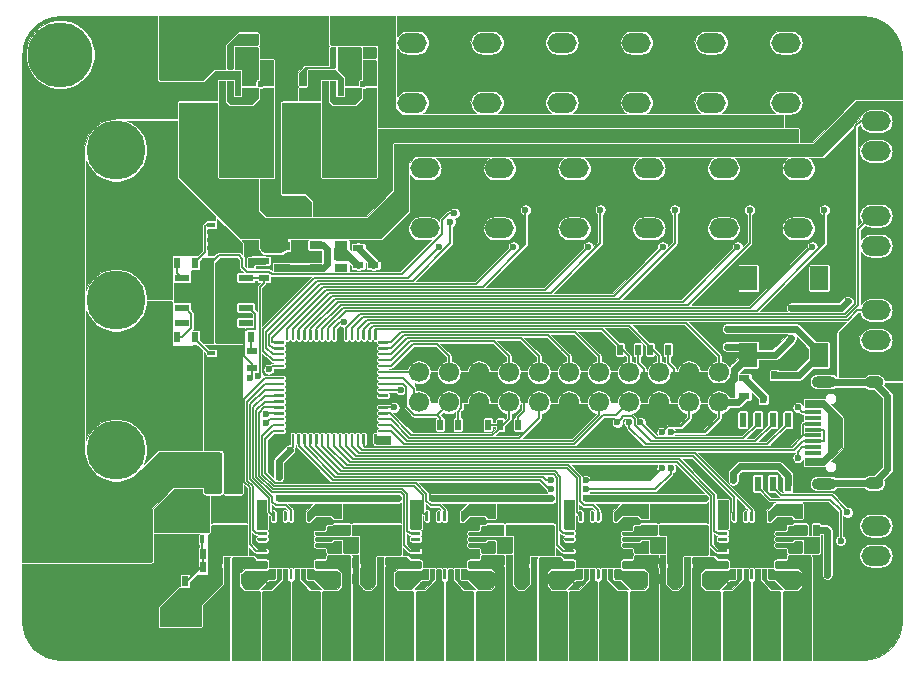
<source format=gbr>
G04 #@! TF.GenerationSoftware,KiCad,Pcbnew,5.1.2*
G04 #@! TF.CreationDate,2019-08-04T16:28:24+02:00*
G04 #@! TF.ProjectId,c3dpb,63336470-622e-46b6-9963-61645f706362,rev?*
G04 #@! TF.SameCoordinates,Original*
G04 #@! TF.FileFunction,Copper,L1,Top*
G04 #@! TF.FilePolarity,Positive*
%FSLAX46Y46*%
G04 Gerber Fmt 4.6, Leading zero omitted, Abs format (unit mm)*
G04 Created by KiCad (PCBNEW 5.1.2) date 2019-08-04 16:28:24*
%MOMM*%
%LPD*%
G04 APERTURE LIST*
%ADD10R,0.500000X0.900000*%
%ADD11C,1.700000*%
%ADD12C,0.100000*%
%ADD13C,4.700000*%
%ADD14C,0.200000*%
%ADD15O,2.500000X1.700000*%
%ADD16R,2.600000X0.900000*%
%ADD17C,3.350000*%
%ADD18C,0.250000*%
%ADD19R,1.060000X0.650000*%
%ADD20R,1.250000X0.600000*%
%ADD21C,1.600000*%
%ADD22R,0.900000X0.500000*%
%ADD23R,0.650000X0.350000*%
%ADD24R,1.980000X2.450000*%
%ADD25R,0.430000X3.210000*%
%ADD26C,5.000000*%
%ADD27R,0.400000X1.220000*%
%ADD28O,1.700000X2.500000*%
%ADD29R,0.600000X1.250000*%
%ADD30R,0.350000X0.650000*%
%ADD31R,2.450000X1.980000*%
%ADD32R,3.210000X0.430000*%
%ADD33R,3.000000X5.000000*%
%ADD34R,1.350000X0.650000*%
%ADD35R,1.450000X0.300000*%
%ADD36O,2.100000X1.000000*%
%ADD37O,1.600000X1.000000*%
%ADD38C,5.500000*%
%ADD39R,0.600000X0.700000*%
%ADD40R,1.500000X2.000000*%
%ADD41C,0.600000*%
%ADD42C,0.127000*%
%ADD43C,0.600000*%
%ADD44C,0.200000*%
%ADD45C,1.000000*%
%ADD46C,0.030000*%
G04 APERTURE END LIST*
D10*
X153428000Y-78486000D03*
X154928000Y-78486000D03*
X150888000Y-78486000D03*
X152388000Y-78486000D03*
D11*
X136398000Y-82931000D03*
X136398000Y-80391000D03*
X133858000Y-80391000D03*
X149098000Y-82931000D03*
X151638000Y-82931000D03*
X149098000Y-80391000D03*
X146558000Y-80391000D03*
X144018000Y-80391000D03*
X141478000Y-80391000D03*
X144018000Y-82931000D03*
X156718000Y-82931000D03*
X159258000Y-82931000D03*
D12*
G36*
X128549507Y-79276204D02*
G01*
X128573775Y-79279804D01*
X128597573Y-79285765D01*
X128620673Y-79294030D01*
X128642851Y-79304519D01*
X128663894Y-79317132D01*
X128683599Y-79331747D01*
X128701778Y-79348222D01*
X128718253Y-79366401D01*
X128732868Y-79386106D01*
X128745481Y-79407149D01*
X128755970Y-79429327D01*
X128764235Y-79452427D01*
X128770196Y-79476225D01*
X128773796Y-79500493D01*
X128775000Y-79524997D01*
X128775000Y-83725003D01*
X128773796Y-83749507D01*
X128770196Y-83773775D01*
X128764235Y-83797573D01*
X128755970Y-83820673D01*
X128745481Y-83842851D01*
X128732868Y-83863894D01*
X128718253Y-83883599D01*
X128701778Y-83901778D01*
X128683599Y-83918253D01*
X128663894Y-83932868D01*
X128642851Y-83945481D01*
X128620673Y-83955970D01*
X128597573Y-83964235D01*
X128573775Y-83970196D01*
X128549507Y-83973796D01*
X128525003Y-83975000D01*
X124324997Y-83975000D01*
X124300493Y-83973796D01*
X124276225Y-83970196D01*
X124252427Y-83964235D01*
X124229327Y-83955970D01*
X124207149Y-83945481D01*
X124186106Y-83932868D01*
X124166401Y-83918253D01*
X124148222Y-83901778D01*
X124131747Y-83883599D01*
X124117132Y-83863894D01*
X124104519Y-83842851D01*
X124094030Y-83820673D01*
X124085765Y-83797573D01*
X124079804Y-83773775D01*
X124076204Y-83749507D01*
X124075000Y-83725003D01*
X124075000Y-79524997D01*
X124076204Y-79500493D01*
X124079804Y-79476225D01*
X124085765Y-79452427D01*
X124094030Y-79429327D01*
X124104519Y-79407149D01*
X124117132Y-79386106D01*
X124131747Y-79366401D01*
X124148222Y-79348222D01*
X124166401Y-79331747D01*
X124186106Y-79317132D01*
X124207149Y-79304519D01*
X124229327Y-79294030D01*
X124252427Y-79285765D01*
X124276225Y-79279804D01*
X124300493Y-79276204D01*
X124324997Y-79275000D01*
X128525003Y-79275000D01*
X128549507Y-79276204D01*
X128549507Y-79276204D01*
G37*
D13*
X126425000Y-81625000D03*
D12*
G36*
X130229901Y-76775241D02*
G01*
X130234755Y-76775961D01*
X130239514Y-76777153D01*
X130244134Y-76778806D01*
X130248570Y-76780904D01*
X130252779Y-76783427D01*
X130256720Y-76786349D01*
X130260355Y-76789645D01*
X130263651Y-76793280D01*
X130266573Y-76797221D01*
X130269096Y-76801430D01*
X130271194Y-76805866D01*
X130272847Y-76810486D01*
X130274039Y-76815245D01*
X130274759Y-76820099D01*
X130275000Y-76825000D01*
X130275000Y-77600000D01*
X130274759Y-77604901D01*
X130274039Y-77609755D01*
X130272847Y-77614514D01*
X130271194Y-77619134D01*
X130269096Y-77623570D01*
X130266573Y-77627779D01*
X130263651Y-77631720D01*
X130260355Y-77635355D01*
X130256720Y-77638651D01*
X130252779Y-77641573D01*
X130248570Y-77644096D01*
X130244134Y-77646194D01*
X130239514Y-77647847D01*
X130234755Y-77649039D01*
X130229901Y-77649759D01*
X130225000Y-77650000D01*
X130125000Y-77650000D01*
X130120099Y-77649759D01*
X130115245Y-77649039D01*
X130110486Y-77647847D01*
X130105866Y-77646194D01*
X130101430Y-77644096D01*
X130097221Y-77641573D01*
X130093280Y-77638651D01*
X130089645Y-77635355D01*
X130086349Y-77631720D01*
X130083427Y-77627779D01*
X130080904Y-77623570D01*
X130078806Y-77619134D01*
X130077153Y-77614514D01*
X130075961Y-77609755D01*
X130075241Y-77604901D01*
X130075000Y-77600000D01*
X130075000Y-76825000D01*
X130075241Y-76820099D01*
X130075961Y-76815245D01*
X130077153Y-76810486D01*
X130078806Y-76805866D01*
X130080904Y-76801430D01*
X130083427Y-76797221D01*
X130086349Y-76793280D01*
X130089645Y-76789645D01*
X130093280Y-76786349D01*
X130097221Y-76783427D01*
X130101430Y-76780904D01*
X130105866Y-76778806D01*
X130110486Y-76777153D01*
X130115245Y-76775961D01*
X130120099Y-76775241D01*
X130125000Y-76775000D01*
X130225000Y-76775000D01*
X130229901Y-76775241D01*
X130229901Y-76775241D01*
G37*
D14*
X130175000Y-77212500D03*
D12*
G36*
X129729901Y-76775241D02*
G01*
X129734755Y-76775961D01*
X129739514Y-76777153D01*
X129744134Y-76778806D01*
X129748570Y-76780904D01*
X129752779Y-76783427D01*
X129756720Y-76786349D01*
X129760355Y-76789645D01*
X129763651Y-76793280D01*
X129766573Y-76797221D01*
X129769096Y-76801430D01*
X129771194Y-76805866D01*
X129772847Y-76810486D01*
X129774039Y-76815245D01*
X129774759Y-76820099D01*
X129775000Y-76825000D01*
X129775000Y-77600000D01*
X129774759Y-77604901D01*
X129774039Y-77609755D01*
X129772847Y-77614514D01*
X129771194Y-77619134D01*
X129769096Y-77623570D01*
X129766573Y-77627779D01*
X129763651Y-77631720D01*
X129760355Y-77635355D01*
X129756720Y-77638651D01*
X129752779Y-77641573D01*
X129748570Y-77644096D01*
X129744134Y-77646194D01*
X129739514Y-77647847D01*
X129734755Y-77649039D01*
X129729901Y-77649759D01*
X129725000Y-77650000D01*
X129625000Y-77650000D01*
X129620099Y-77649759D01*
X129615245Y-77649039D01*
X129610486Y-77647847D01*
X129605866Y-77646194D01*
X129601430Y-77644096D01*
X129597221Y-77641573D01*
X129593280Y-77638651D01*
X129589645Y-77635355D01*
X129586349Y-77631720D01*
X129583427Y-77627779D01*
X129580904Y-77623570D01*
X129578806Y-77619134D01*
X129577153Y-77614514D01*
X129575961Y-77609755D01*
X129575241Y-77604901D01*
X129575000Y-77600000D01*
X129575000Y-76825000D01*
X129575241Y-76820099D01*
X129575961Y-76815245D01*
X129577153Y-76810486D01*
X129578806Y-76805866D01*
X129580904Y-76801430D01*
X129583427Y-76797221D01*
X129586349Y-76793280D01*
X129589645Y-76789645D01*
X129593280Y-76786349D01*
X129597221Y-76783427D01*
X129601430Y-76780904D01*
X129605866Y-76778806D01*
X129610486Y-76777153D01*
X129615245Y-76775961D01*
X129620099Y-76775241D01*
X129625000Y-76775000D01*
X129725000Y-76775000D01*
X129729901Y-76775241D01*
X129729901Y-76775241D01*
G37*
D14*
X129675000Y-77212500D03*
D12*
G36*
X129229901Y-76775241D02*
G01*
X129234755Y-76775961D01*
X129239514Y-76777153D01*
X129244134Y-76778806D01*
X129248570Y-76780904D01*
X129252779Y-76783427D01*
X129256720Y-76786349D01*
X129260355Y-76789645D01*
X129263651Y-76793280D01*
X129266573Y-76797221D01*
X129269096Y-76801430D01*
X129271194Y-76805866D01*
X129272847Y-76810486D01*
X129274039Y-76815245D01*
X129274759Y-76820099D01*
X129275000Y-76825000D01*
X129275000Y-77600000D01*
X129274759Y-77604901D01*
X129274039Y-77609755D01*
X129272847Y-77614514D01*
X129271194Y-77619134D01*
X129269096Y-77623570D01*
X129266573Y-77627779D01*
X129263651Y-77631720D01*
X129260355Y-77635355D01*
X129256720Y-77638651D01*
X129252779Y-77641573D01*
X129248570Y-77644096D01*
X129244134Y-77646194D01*
X129239514Y-77647847D01*
X129234755Y-77649039D01*
X129229901Y-77649759D01*
X129225000Y-77650000D01*
X129125000Y-77650000D01*
X129120099Y-77649759D01*
X129115245Y-77649039D01*
X129110486Y-77647847D01*
X129105866Y-77646194D01*
X129101430Y-77644096D01*
X129097221Y-77641573D01*
X129093280Y-77638651D01*
X129089645Y-77635355D01*
X129086349Y-77631720D01*
X129083427Y-77627779D01*
X129080904Y-77623570D01*
X129078806Y-77619134D01*
X129077153Y-77614514D01*
X129075961Y-77609755D01*
X129075241Y-77604901D01*
X129075000Y-77600000D01*
X129075000Y-76825000D01*
X129075241Y-76820099D01*
X129075961Y-76815245D01*
X129077153Y-76810486D01*
X129078806Y-76805866D01*
X129080904Y-76801430D01*
X129083427Y-76797221D01*
X129086349Y-76793280D01*
X129089645Y-76789645D01*
X129093280Y-76786349D01*
X129097221Y-76783427D01*
X129101430Y-76780904D01*
X129105866Y-76778806D01*
X129110486Y-76777153D01*
X129115245Y-76775961D01*
X129120099Y-76775241D01*
X129125000Y-76775000D01*
X129225000Y-76775000D01*
X129229901Y-76775241D01*
X129229901Y-76775241D01*
G37*
D14*
X129175000Y-77212500D03*
D12*
G36*
X128729901Y-76775241D02*
G01*
X128734755Y-76775961D01*
X128739514Y-76777153D01*
X128744134Y-76778806D01*
X128748570Y-76780904D01*
X128752779Y-76783427D01*
X128756720Y-76786349D01*
X128760355Y-76789645D01*
X128763651Y-76793280D01*
X128766573Y-76797221D01*
X128769096Y-76801430D01*
X128771194Y-76805866D01*
X128772847Y-76810486D01*
X128774039Y-76815245D01*
X128774759Y-76820099D01*
X128775000Y-76825000D01*
X128775000Y-77600000D01*
X128774759Y-77604901D01*
X128774039Y-77609755D01*
X128772847Y-77614514D01*
X128771194Y-77619134D01*
X128769096Y-77623570D01*
X128766573Y-77627779D01*
X128763651Y-77631720D01*
X128760355Y-77635355D01*
X128756720Y-77638651D01*
X128752779Y-77641573D01*
X128748570Y-77644096D01*
X128744134Y-77646194D01*
X128739514Y-77647847D01*
X128734755Y-77649039D01*
X128729901Y-77649759D01*
X128725000Y-77650000D01*
X128625000Y-77650000D01*
X128620099Y-77649759D01*
X128615245Y-77649039D01*
X128610486Y-77647847D01*
X128605866Y-77646194D01*
X128601430Y-77644096D01*
X128597221Y-77641573D01*
X128593280Y-77638651D01*
X128589645Y-77635355D01*
X128586349Y-77631720D01*
X128583427Y-77627779D01*
X128580904Y-77623570D01*
X128578806Y-77619134D01*
X128577153Y-77614514D01*
X128575961Y-77609755D01*
X128575241Y-77604901D01*
X128575000Y-77600000D01*
X128575000Y-76825000D01*
X128575241Y-76820099D01*
X128575961Y-76815245D01*
X128577153Y-76810486D01*
X128578806Y-76805866D01*
X128580904Y-76801430D01*
X128583427Y-76797221D01*
X128586349Y-76793280D01*
X128589645Y-76789645D01*
X128593280Y-76786349D01*
X128597221Y-76783427D01*
X128601430Y-76780904D01*
X128605866Y-76778806D01*
X128610486Y-76777153D01*
X128615245Y-76775961D01*
X128620099Y-76775241D01*
X128625000Y-76775000D01*
X128725000Y-76775000D01*
X128729901Y-76775241D01*
X128729901Y-76775241D01*
G37*
D14*
X128675000Y-77212500D03*
D12*
G36*
X128229901Y-76775241D02*
G01*
X128234755Y-76775961D01*
X128239514Y-76777153D01*
X128244134Y-76778806D01*
X128248570Y-76780904D01*
X128252779Y-76783427D01*
X128256720Y-76786349D01*
X128260355Y-76789645D01*
X128263651Y-76793280D01*
X128266573Y-76797221D01*
X128269096Y-76801430D01*
X128271194Y-76805866D01*
X128272847Y-76810486D01*
X128274039Y-76815245D01*
X128274759Y-76820099D01*
X128275000Y-76825000D01*
X128275000Y-77600000D01*
X128274759Y-77604901D01*
X128274039Y-77609755D01*
X128272847Y-77614514D01*
X128271194Y-77619134D01*
X128269096Y-77623570D01*
X128266573Y-77627779D01*
X128263651Y-77631720D01*
X128260355Y-77635355D01*
X128256720Y-77638651D01*
X128252779Y-77641573D01*
X128248570Y-77644096D01*
X128244134Y-77646194D01*
X128239514Y-77647847D01*
X128234755Y-77649039D01*
X128229901Y-77649759D01*
X128225000Y-77650000D01*
X128125000Y-77650000D01*
X128120099Y-77649759D01*
X128115245Y-77649039D01*
X128110486Y-77647847D01*
X128105866Y-77646194D01*
X128101430Y-77644096D01*
X128097221Y-77641573D01*
X128093280Y-77638651D01*
X128089645Y-77635355D01*
X128086349Y-77631720D01*
X128083427Y-77627779D01*
X128080904Y-77623570D01*
X128078806Y-77619134D01*
X128077153Y-77614514D01*
X128075961Y-77609755D01*
X128075241Y-77604901D01*
X128075000Y-77600000D01*
X128075000Y-76825000D01*
X128075241Y-76820099D01*
X128075961Y-76815245D01*
X128077153Y-76810486D01*
X128078806Y-76805866D01*
X128080904Y-76801430D01*
X128083427Y-76797221D01*
X128086349Y-76793280D01*
X128089645Y-76789645D01*
X128093280Y-76786349D01*
X128097221Y-76783427D01*
X128101430Y-76780904D01*
X128105866Y-76778806D01*
X128110486Y-76777153D01*
X128115245Y-76775961D01*
X128120099Y-76775241D01*
X128125000Y-76775000D01*
X128225000Y-76775000D01*
X128229901Y-76775241D01*
X128229901Y-76775241D01*
G37*
D14*
X128175000Y-77212500D03*
D12*
G36*
X127729901Y-76775241D02*
G01*
X127734755Y-76775961D01*
X127739514Y-76777153D01*
X127744134Y-76778806D01*
X127748570Y-76780904D01*
X127752779Y-76783427D01*
X127756720Y-76786349D01*
X127760355Y-76789645D01*
X127763651Y-76793280D01*
X127766573Y-76797221D01*
X127769096Y-76801430D01*
X127771194Y-76805866D01*
X127772847Y-76810486D01*
X127774039Y-76815245D01*
X127774759Y-76820099D01*
X127775000Y-76825000D01*
X127775000Y-77600000D01*
X127774759Y-77604901D01*
X127774039Y-77609755D01*
X127772847Y-77614514D01*
X127771194Y-77619134D01*
X127769096Y-77623570D01*
X127766573Y-77627779D01*
X127763651Y-77631720D01*
X127760355Y-77635355D01*
X127756720Y-77638651D01*
X127752779Y-77641573D01*
X127748570Y-77644096D01*
X127744134Y-77646194D01*
X127739514Y-77647847D01*
X127734755Y-77649039D01*
X127729901Y-77649759D01*
X127725000Y-77650000D01*
X127625000Y-77650000D01*
X127620099Y-77649759D01*
X127615245Y-77649039D01*
X127610486Y-77647847D01*
X127605866Y-77646194D01*
X127601430Y-77644096D01*
X127597221Y-77641573D01*
X127593280Y-77638651D01*
X127589645Y-77635355D01*
X127586349Y-77631720D01*
X127583427Y-77627779D01*
X127580904Y-77623570D01*
X127578806Y-77619134D01*
X127577153Y-77614514D01*
X127575961Y-77609755D01*
X127575241Y-77604901D01*
X127575000Y-77600000D01*
X127575000Y-76825000D01*
X127575241Y-76820099D01*
X127575961Y-76815245D01*
X127577153Y-76810486D01*
X127578806Y-76805866D01*
X127580904Y-76801430D01*
X127583427Y-76797221D01*
X127586349Y-76793280D01*
X127589645Y-76789645D01*
X127593280Y-76786349D01*
X127597221Y-76783427D01*
X127601430Y-76780904D01*
X127605866Y-76778806D01*
X127610486Y-76777153D01*
X127615245Y-76775961D01*
X127620099Y-76775241D01*
X127625000Y-76775000D01*
X127725000Y-76775000D01*
X127729901Y-76775241D01*
X127729901Y-76775241D01*
G37*
D14*
X127675000Y-77212500D03*
D12*
G36*
X127229901Y-76775241D02*
G01*
X127234755Y-76775961D01*
X127239514Y-76777153D01*
X127244134Y-76778806D01*
X127248570Y-76780904D01*
X127252779Y-76783427D01*
X127256720Y-76786349D01*
X127260355Y-76789645D01*
X127263651Y-76793280D01*
X127266573Y-76797221D01*
X127269096Y-76801430D01*
X127271194Y-76805866D01*
X127272847Y-76810486D01*
X127274039Y-76815245D01*
X127274759Y-76820099D01*
X127275000Y-76825000D01*
X127275000Y-77600000D01*
X127274759Y-77604901D01*
X127274039Y-77609755D01*
X127272847Y-77614514D01*
X127271194Y-77619134D01*
X127269096Y-77623570D01*
X127266573Y-77627779D01*
X127263651Y-77631720D01*
X127260355Y-77635355D01*
X127256720Y-77638651D01*
X127252779Y-77641573D01*
X127248570Y-77644096D01*
X127244134Y-77646194D01*
X127239514Y-77647847D01*
X127234755Y-77649039D01*
X127229901Y-77649759D01*
X127225000Y-77650000D01*
X127125000Y-77650000D01*
X127120099Y-77649759D01*
X127115245Y-77649039D01*
X127110486Y-77647847D01*
X127105866Y-77646194D01*
X127101430Y-77644096D01*
X127097221Y-77641573D01*
X127093280Y-77638651D01*
X127089645Y-77635355D01*
X127086349Y-77631720D01*
X127083427Y-77627779D01*
X127080904Y-77623570D01*
X127078806Y-77619134D01*
X127077153Y-77614514D01*
X127075961Y-77609755D01*
X127075241Y-77604901D01*
X127075000Y-77600000D01*
X127075000Y-76825000D01*
X127075241Y-76820099D01*
X127075961Y-76815245D01*
X127077153Y-76810486D01*
X127078806Y-76805866D01*
X127080904Y-76801430D01*
X127083427Y-76797221D01*
X127086349Y-76793280D01*
X127089645Y-76789645D01*
X127093280Y-76786349D01*
X127097221Y-76783427D01*
X127101430Y-76780904D01*
X127105866Y-76778806D01*
X127110486Y-76777153D01*
X127115245Y-76775961D01*
X127120099Y-76775241D01*
X127125000Y-76775000D01*
X127225000Y-76775000D01*
X127229901Y-76775241D01*
X127229901Y-76775241D01*
G37*
D14*
X127175000Y-77212500D03*
D12*
G36*
X126729901Y-76775241D02*
G01*
X126734755Y-76775961D01*
X126739514Y-76777153D01*
X126744134Y-76778806D01*
X126748570Y-76780904D01*
X126752779Y-76783427D01*
X126756720Y-76786349D01*
X126760355Y-76789645D01*
X126763651Y-76793280D01*
X126766573Y-76797221D01*
X126769096Y-76801430D01*
X126771194Y-76805866D01*
X126772847Y-76810486D01*
X126774039Y-76815245D01*
X126774759Y-76820099D01*
X126775000Y-76825000D01*
X126775000Y-77600000D01*
X126774759Y-77604901D01*
X126774039Y-77609755D01*
X126772847Y-77614514D01*
X126771194Y-77619134D01*
X126769096Y-77623570D01*
X126766573Y-77627779D01*
X126763651Y-77631720D01*
X126760355Y-77635355D01*
X126756720Y-77638651D01*
X126752779Y-77641573D01*
X126748570Y-77644096D01*
X126744134Y-77646194D01*
X126739514Y-77647847D01*
X126734755Y-77649039D01*
X126729901Y-77649759D01*
X126725000Y-77650000D01*
X126625000Y-77650000D01*
X126620099Y-77649759D01*
X126615245Y-77649039D01*
X126610486Y-77647847D01*
X126605866Y-77646194D01*
X126601430Y-77644096D01*
X126597221Y-77641573D01*
X126593280Y-77638651D01*
X126589645Y-77635355D01*
X126586349Y-77631720D01*
X126583427Y-77627779D01*
X126580904Y-77623570D01*
X126578806Y-77619134D01*
X126577153Y-77614514D01*
X126575961Y-77609755D01*
X126575241Y-77604901D01*
X126575000Y-77600000D01*
X126575000Y-76825000D01*
X126575241Y-76820099D01*
X126575961Y-76815245D01*
X126577153Y-76810486D01*
X126578806Y-76805866D01*
X126580904Y-76801430D01*
X126583427Y-76797221D01*
X126586349Y-76793280D01*
X126589645Y-76789645D01*
X126593280Y-76786349D01*
X126597221Y-76783427D01*
X126601430Y-76780904D01*
X126605866Y-76778806D01*
X126610486Y-76777153D01*
X126615245Y-76775961D01*
X126620099Y-76775241D01*
X126625000Y-76775000D01*
X126725000Y-76775000D01*
X126729901Y-76775241D01*
X126729901Y-76775241D01*
G37*
D14*
X126675000Y-77212500D03*
D12*
G36*
X126229901Y-76775241D02*
G01*
X126234755Y-76775961D01*
X126239514Y-76777153D01*
X126244134Y-76778806D01*
X126248570Y-76780904D01*
X126252779Y-76783427D01*
X126256720Y-76786349D01*
X126260355Y-76789645D01*
X126263651Y-76793280D01*
X126266573Y-76797221D01*
X126269096Y-76801430D01*
X126271194Y-76805866D01*
X126272847Y-76810486D01*
X126274039Y-76815245D01*
X126274759Y-76820099D01*
X126275000Y-76825000D01*
X126275000Y-77600000D01*
X126274759Y-77604901D01*
X126274039Y-77609755D01*
X126272847Y-77614514D01*
X126271194Y-77619134D01*
X126269096Y-77623570D01*
X126266573Y-77627779D01*
X126263651Y-77631720D01*
X126260355Y-77635355D01*
X126256720Y-77638651D01*
X126252779Y-77641573D01*
X126248570Y-77644096D01*
X126244134Y-77646194D01*
X126239514Y-77647847D01*
X126234755Y-77649039D01*
X126229901Y-77649759D01*
X126225000Y-77650000D01*
X126125000Y-77650000D01*
X126120099Y-77649759D01*
X126115245Y-77649039D01*
X126110486Y-77647847D01*
X126105866Y-77646194D01*
X126101430Y-77644096D01*
X126097221Y-77641573D01*
X126093280Y-77638651D01*
X126089645Y-77635355D01*
X126086349Y-77631720D01*
X126083427Y-77627779D01*
X126080904Y-77623570D01*
X126078806Y-77619134D01*
X126077153Y-77614514D01*
X126075961Y-77609755D01*
X126075241Y-77604901D01*
X126075000Y-77600000D01*
X126075000Y-76825000D01*
X126075241Y-76820099D01*
X126075961Y-76815245D01*
X126077153Y-76810486D01*
X126078806Y-76805866D01*
X126080904Y-76801430D01*
X126083427Y-76797221D01*
X126086349Y-76793280D01*
X126089645Y-76789645D01*
X126093280Y-76786349D01*
X126097221Y-76783427D01*
X126101430Y-76780904D01*
X126105866Y-76778806D01*
X126110486Y-76777153D01*
X126115245Y-76775961D01*
X126120099Y-76775241D01*
X126125000Y-76775000D01*
X126225000Y-76775000D01*
X126229901Y-76775241D01*
X126229901Y-76775241D01*
G37*
D14*
X126175000Y-77212500D03*
D12*
G36*
X125729901Y-76775241D02*
G01*
X125734755Y-76775961D01*
X125739514Y-76777153D01*
X125744134Y-76778806D01*
X125748570Y-76780904D01*
X125752779Y-76783427D01*
X125756720Y-76786349D01*
X125760355Y-76789645D01*
X125763651Y-76793280D01*
X125766573Y-76797221D01*
X125769096Y-76801430D01*
X125771194Y-76805866D01*
X125772847Y-76810486D01*
X125774039Y-76815245D01*
X125774759Y-76820099D01*
X125775000Y-76825000D01*
X125775000Y-77600000D01*
X125774759Y-77604901D01*
X125774039Y-77609755D01*
X125772847Y-77614514D01*
X125771194Y-77619134D01*
X125769096Y-77623570D01*
X125766573Y-77627779D01*
X125763651Y-77631720D01*
X125760355Y-77635355D01*
X125756720Y-77638651D01*
X125752779Y-77641573D01*
X125748570Y-77644096D01*
X125744134Y-77646194D01*
X125739514Y-77647847D01*
X125734755Y-77649039D01*
X125729901Y-77649759D01*
X125725000Y-77650000D01*
X125625000Y-77650000D01*
X125620099Y-77649759D01*
X125615245Y-77649039D01*
X125610486Y-77647847D01*
X125605866Y-77646194D01*
X125601430Y-77644096D01*
X125597221Y-77641573D01*
X125593280Y-77638651D01*
X125589645Y-77635355D01*
X125586349Y-77631720D01*
X125583427Y-77627779D01*
X125580904Y-77623570D01*
X125578806Y-77619134D01*
X125577153Y-77614514D01*
X125575961Y-77609755D01*
X125575241Y-77604901D01*
X125575000Y-77600000D01*
X125575000Y-76825000D01*
X125575241Y-76820099D01*
X125575961Y-76815245D01*
X125577153Y-76810486D01*
X125578806Y-76805866D01*
X125580904Y-76801430D01*
X125583427Y-76797221D01*
X125586349Y-76793280D01*
X125589645Y-76789645D01*
X125593280Y-76786349D01*
X125597221Y-76783427D01*
X125601430Y-76780904D01*
X125605866Y-76778806D01*
X125610486Y-76777153D01*
X125615245Y-76775961D01*
X125620099Y-76775241D01*
X125625000Y-76775000D01*
X125725000Y-76775000D01*
X125729901Y-76775241D01*
X125729901Y-76775241D01*
G37*
D14*
X125675000Y-77212500D03*
D12*
G36*
X125229901Y-76775241D02*
G01*
X125234755Y-76775961D01*
X125239514Y-76777153D01*
X125244134Y-76778806D01*
X125248570Y-76780904D01*
X125252779Y-76783427D01*
X125256720Y-76786349D01*
X125260355Y-76789645D01*
X125263651Y-76793280D01*
X125266573Y-76797221D01*
X125269096Y-76801430D01*
X125271194Y-76805866D01*
X125272847Y-76810486D01*
X125274039Y-76815245D01*
X125274759Y-76820099D01*
X125275000Y-76825000D01*
X125275000Y-77600000D01*
X125274759Y-77604901D01*
X125274039Y-77609755D01*
X125272847Y-77614514D01*
X125271194Y-77619134D01*
X125269096Y-77623570D01*
X125266573Y-77627779D01*
X125263651Y-77631720D01*
X125260355Y-77635355D01*
X125256720Y-77638651D01*
X125252779Y-77641573D01*
X125248570Y-77644096D01*
X125244134Y-77646194D01*
X125239514Y-77647847D01*
X125234755Y-77649039D01*
X125229901Y-77649759D01*
X125225000Y-77650000D01*
X125125000Y-77650000D01*
X125120099Y-77649759D01*
X125115245Y-77649039D01*
X125110486Y-77647847D01*
X125105866Y-77646194D01*
X125101430Y-77644096D01*
X125097221Y-77641573D01*
X125093280Y-77638651D01*
X125089645Y-77635355D01*
X125086349Y-77631720D01*
X125083427Y-77627779D01*
X125080904Y-77623570D01*
X125078806Y-77619134D01*
X125077153Y-77614514D01*
X125075961Y-77609755D01*
X125075241Y-77604901D01*
X125075000Y-77600000D01*
X125075000Y-76825000D01*
X125075241Y-76820099D01*
X125075961Y-76815245D01*
X125077153Y-76810486D01*
X125078806Y-76805866D01*
X125080904Y-76801430D01*
X125083427Y-76797221D01*
X125086349Y-76793280D01*
X125089645Y-76789645D01*
X125093280Y-76786349D01*
X125097221Y-76783427D01*
X125101430Y-76780904D01*
X125105866Y-76778806D01*
X125110486Y-76777153D01*
X125115245Y-76775961D01*
X125120099Y-76775241D01*
X125125000Y-76775000D01*
X125225000Y-76775000D01*
X125229901Y-76775241D01*
X125229901Y-76775241D01*
G37*
D14*
X125175000Y-77212500D03*
D12*
G36*
X124729901Y-76775241D02*
G01*
X124734755Y-76775961D01*
X124739514Y-76777153D01*
X124744134Y-76778806D01*
X124748570Y-76780904D01*
X124752779Y-76783427D01*
X124756720Y-76786349D01*
X124760355Y-76789645D01*
X124763651Y-76793280D01*
X124766573Y-76797221D01*
X124769096Y-76801430D01*
X124771194Y-76805866D01*
X124772847Y-76810486D01*
X124774039Y-76815245D01*
X124774759Y-76820099D01*
X124775000Y-76825000D01*
X124775000Y-77600000D01*
X124774759Y-77604901D01*
X124774039Y-77609755D01*
X124772847Y-77614514D01*
X124771194Y-77619134D01*
X124769096Y-77623570D01*
X124766573Y-77627779D01*
X124763651Y-77631720D01*
X124760355Y-77635355D01*
X124756720Y-77638651D01*
X124752779Y-77641573D01*
X124748570Y-77644096D01*
X124744134Y-77646194D01*
X124739514Y-77647847D01*
X124734755Y-77649039D01*
X124729901Y-77649759D01*
X124725000Y-77650000D01*
X124625000Y-77650000D01*
X124620099Y-77649759D01*
X124615245Y-77649039D01*
X124610486Y-77647847D01*
X124605866Y-77646194D01*
X124601430Y-77644096D01*
X124597221Y-77641573D01*
X124593280Y-77638651D01*
X124589645Y-77635355D01*
X124586349Y-77631720D01*
X124583427Y-77627779D01*
X124580904Y-77623570D01*
X124578806Y-77619134D01*
X124577153Y-77614514D01*
X124575961Y-77609755D01*
X124575241Y-77604901D01*
X124575000Y-77600000D01*
X124575000Y-76825000D01*
X124575241Y-76820099D01*
X124575961Y-76815245D01*
X124577153Y-76810486D01*
X124578806Y-76805866D01*
X124580904Y-76801430D01*
X124583427Y-76797221D01*
X124586349Y-76793280D01*
X124589645Y-76789645D01*
X124593280Y-76786349D01*
X124597221Y-76783427D01*
X124601430Y-76780904D01*
X124605866Y-76778806D01*
X124610486Y-76777153D01*
X124615245Y-76775961D01*
X124620099Y-76775241D01*
X124625000Y-76775000D01*
X124725000Y-76775000D01*
X124729901Y-76775241D01*
X124729901Y-76775241D01*
G37*
D14*
X124675000Y-77212500D03*
D12*
G36*
X124229901Y-76775241D02*
G01*
X124234755Y-76775961D01*
X124239514Y-76777153D01*
X124244134Y-76778806D01*
X124248570Y-76780904D01*
X124252779Y-76783427D01*
X124256720Y-76786349D01*
X124260355Y-76789645D01*
X124263651Y-76793280D01*
X124266573Y-76797221D01*
X124269096Y-76801430D01*
X124271194Y-76805866D01*
X124272847Y-76810486D01*
X124274039Y-76815245D01*
X124274759Y-76820099D01*
X124275000Y-76825000D01*
X124275000Y-77600000D01*
X124274759Y-77604901D01*
X124274039Y-77609755D01*
X124272847Y-77614514D01*
X124271194Y-77619134D01*
X124269096Y-77623570D01*
X124266573Y-77627779D01*
X124263651Y-77631720D01*
X124260355Y-77635355D01*
X124256720Y-77638651D01*
X124252779Y-77641573D01*
X124248570Y-77644096D01*
X124244134Y-77646194D01*
X124239514Y-77647847D01*
X124234755Y-77649039D01*
X124229901Y-77649759D01*
X124225000Y-77650000D01*
X124125000Y-77650000D01*
X124120099Y-77649759D01*
X124115245Y-77649039D01*
X124110486Y-77647847D01*
X124105866Y-77646194D01*
X124101430Y-77644096D01*
X124097221Y-77641573D01*
X124093280Y-77638651D01*
X124089645Y-77635355D01*
X124086349Y-77631720D01*
X124083427Y-77627779D01*
X124080904Y-77623570D01*
X124078806Y-77619134D01*
X124077153Y-77614514D01*
X124075961Y-77609755D01*
X124075241Y-77604901D01*
X124075000Y-77600000D01*
X124075000Y-76825000D01*
X124075241Y-76820099D01*
X124075961Y-76815245D01*
X124077153Y-76810486D01*
X124078806Y-76805866D01*
X124080904Y-76801430D01*
X124083427Y-76797221D01*
X124086349Y-76793280D01*
X124089645Y-76789645D01*
X124093280Y-76786349D01*
X124097221Y-76783427D01*
X124101430Y-76780904D01*
X124105866Y-76778806D01*
X124110486Y-76777153D01*
X124115245Y-76775961D01*
X124120099Y-76775241D01*
X124125000Y-76775000D01*
X124225000Y-76775000D01*
X124229901Y-76775241D01*
X124229901Y-76775241D01*
G37*
D14*
X124175000Y-77212500D03*
D12*
G36*
X123729901Y-76775241D02*
G01*
X123734755Y-76775961D01*
X123739514Y-76777153D01*
X123744134Y-76778806D01*
X123748570Y-76780904D01*
X123752779Y-76783427D01*
X123756720Y-76786349D01*
X123760355Y-76789645D01*
X123763651Y-76793280D01*
X123766573Y-76797221D01*
X123769096Y-76801430D01*
X123771194Y-76805866D01*
X123772847Y-76810486D01*
X123774039Y-76815245D01*
X123774759Y-76820099D01*
X123775000Y-76825000D01*
X123775000Y-77600000D01*
X123774759Y-77604901D01*
X123774039Y-77609755D01*
X123772847Y-77614514D01*
X123771194Y-77619134D01*
X123769096Y-77623570D01*
X123766573Y-77627779D01*
X123763651Y-77631720D01*
X123760355Y-77635355D01*
X123756720Y-77638651D01*
X123752779Y-77641573D01*
X123748570Y-77644096D01*
X123744134Y-77646194D01*
X123739514Y-77647847D01*
X123734755Y-77649039D01*
X123729901Y-77649759D01*
X123725000Y-77650000D01*
X123625000Y-77650000D01*
X123620099Y-77649759D01*
X123615245Y-77649039D01*
X123610486Y-77647847D01*
X123605866Y-77646194D01*
X123601430Y-77644096D01*
X123597221Y-77641573D01*
X123593280Y-77638651D01*
X123589645Y-77635355D01*
X123586349Y-77631720D01*
X123583427Y-77627779D01*
X123580904Y-77623570D01*
X123578806Y-77619134D01*
X123577153Y-77614514D01*
X123575961Y-77609755D01*
X123575241Y-77604901D01*
X123575000Y-77600000D01*
X123575000Y-76825000D01*
X123575241Y-76820099D01*
X123575961Y-76815245D01*
X123577153Y-76810486D01*
X123578806Y-76805866D01*
X123580904Y-76801430D01*
X123583427Y-76797221D01*
X123586349Y-76793280D01*
X123589645Y-76789645D01*
X123593280Y-76786349D01*
X123597221Y-76783427D01*
X123601430Y-76780904D01*
X123605866Y-76778806D01*
X123610486Y-76777153D01*
X123615245Y-76775961D01*
X123620099Y-76775241D01*
X123625000Y-76775000D01*
X123725000Y-76775000D01*
X123729901Y-76775241D01*
X123729901Y-76775241D01*
G37*
D14*
X123675000Y-77212500D03*
D12*
G36*
X123229901Y-76775241D02*
G01*
X123234755Y-76775961D01*
X123239514Y-76777153D01*
X123244134Y-76778806D01*
X123248570Y-76780904D01*
X123252779Y-76783427D01*
X123256720Y-76786349D01*
X123260355Y-76789645D01*
X123263651Y-76793280D01*
X123266573Y-76797221D01*
X123269096Y-76801430D01*
X123271194Y-76805866D01*
X123272847Y-76810486D01*
X123274039Y-76815245D01*
X123274759Y-76820099D01*
X123275000Y-76825000D01*
X123275000Y-77600000D01*
X123274759Y-77604901D01*
X123274039Y-77609755D01*
X123272847Y-77614514D01*
X123271194Y-77619134D01*
X123269096Y-77623570D01*
X123266573Y-77627779D01*
X123263651Y-77631720D01*
X123260355Y-77635355D01*
X123256720Y-77638651D01*
X123252779Y-77641573D01*
X123248570Y-77644096D01*
X123244134Y-77646194D01*
X123239514Y-77647847D01*
X123234755Y-77649039D01*
X123229901Y-77649759D01*
X123225000Y-77650000D01*
X123125000Y-77650000D01*
X123120099Y-77649759D01*
X123115245Y-77649039D01*
X123110486Y-77647847D01*
X123105866Y-77646194D01*
X123101430Y-77644096D01*
X123097221Y-77641573D01*
X123093280Y-77638651D01*
X123089645Y-77635355D01*
X123086349Y-77631720D01*
X123083427Y-77627779D01*
X123080904Y-77623570D01*
X123078806Y-77619134D01*
X123077153Y-77614514D01*
X123075961Y-77609755D01*
X123075241Y-77604901D01*
X123075000Y-77600000D01*
X123075000Y-76825000D01*
X123075241Y-76820099D01*
X123075961Y-76815245D01*
X123077153Y-76810486D01*
X123078806Y-76805866D01*
X123080904Y-76801430D01*
X123083427Y-76797221D01*
X123086349Y-76793280D01*
X123089645Y-76789645D01*
X123093280Y-76786349D01*
X123097221Y-76783427D01*
X123101430Y-76780904D01*
X123105866Y-76778806D01*
X123110486Y-76777153D01*
X123115245Y-76775961D01*
X123120099Y-76775241D01*
X123125000Y-76775000D01*
X123225000Y-76775000D01*
X123229901Y-76775241D01*
X123229901Y-76775241D01*
G37*
D14*
X123175000Y-77212500D03*
D12*
G36*
X122729901Y-76775241D02*
G01*
X122734755Y-76775961D01*
X122739514Y-76777153D01*
X122744134Y-76778806D01*
X122748570Y-76780904D01*
X122752779Y-76783427D01*
X122756720Y-76786349D01*
X122760355Y-76789645D01*
X122763651Y-76793280D01*
X122766573Y-76797221D01*
X122769096Y-76801430D01*
X122771194Y-76805866D01*
X122772847Y-76810486D01*
X122774039Y-76815245D01*
X122774759Y-76820099D01*
X122775000Y-76825000D01*
X122775000Y-77600000D01*
X122774759Y-77604901D01*
X122774039Y-77609755D01*
X122772847Y-77614514D01*
X122771194Y-77619134D01*
X122769096Y-77623570D01*
X122766573Y-77627779D01*
X122763651Y-77631720D01*
X122760355Y-77635355D01*
X122756720Y-77638651D01*
X122752779Y-77641573D01*
X122748570Y-77644096D01*
X122744134Y-77646194D01*
X122739514Y-77647847D01*
X122734755Y-77649039D01*
X122729901Y-77649759D01*
X122725000Y-77650000D01*
X122625000Y-77650000D01*
X122620099Y-77649759D01*
X122615245Y-77649039D01*
X122610486Y-77647847D01*
X122605866Y-77646194D01*
X122601430Y-77644096D01*
X122597221Y-77641573D01*
X122593280Y-77638651D01*
X122589645Y-77635355D01*
X122586349Y-77631720D01*
X122583427Y-77627779D01*
X122580904Y-77623570D01*
X122578806Y-77619134D01*
X122577153Y-77614514D01*
X122575961Y-77609755D01*
X122575241Y-77604901D01*
X122575000Y-77600000D01*
X122575000Y-76825000D01*
X122575241Y-76820099D01*
X122575961Y-76815245D01*
X122577153Y-76810486D01*
X122578806Y-76805866D01*
X122580904Y-76801430D01*
X122583427Y-76797221D01*
X122586349Y-76793280D01*
X122589645Y-76789645D01*
X122593280Y-76786349D01*
X122597221Y-76783427D01*
X122601430Y-76780904D01*
X122605866Y-76778806D01*
X122610486Y-76777153D01*
X122615245Y-76775961D01*
X122620099Y-76775241D01*
X122625000Y-76775000D01*
X122725000Y-76775000D01*
X122729901Y-76775241D01*
X122729901Y-76775241D01*
G37*
D14*
X122675000Y-77212500D03*
D12*
G36*
X122404901Y-77775241D02*
G01*
X122409755Y-77775961D01*
X122414514Y-77777153D01*
X122419134Y-77778806D01*
X122423570Y-77780904D01*
X122427779Y-77783427D01*
X122431720Y-77786349D01*
X122435355Y-77789645D01*
X122438651Y-77793280D01*
X122441573Y-77797221D01*
X122444096Y-77801430D01*
X122446194Y-77805866D01*
X122447847Y-77810486D01*
X122449039Y-77815245D01*
X122449759Y-77820099D01*
X122450000Y-77825000D01*
X122450000Y-77925000D01*
X122449759Y-77929901D01*
X122449039Y-77934755D01*
X122447847Y-77939514D01*
X122446194Y-77944134D01*
X122444096Y-77948570D01*
X122441573Y-77952779D01*
X122438651Y-77956720D01*
X122435355Y-77960355D01*
X122431720Y-77963651D01*
X122427779Y-77966573D01*
X122423570Y-77969096D01*
X122419134Y-77971194D01*
X122414514Y-77972847D01*
X122409755Y-77974039D01*
X122404901Y-77974759D01*
X122400000Y-77975000D01*
X121625000Y-77975000D01*
X121620099Y-77974759D01*
X121615245Y-77974039D01*
X121610486Y-77972847D01*
X121605866Y-77971194D01*
X121601430Y-77969096D01*
X121597221Y-77966573D01*
X121593280Y-77963651D01*
X121589645Y-77960355D01*
X121586349Y-77956720D01*
X121583427Y-77952779D01*
X121580904Y-77948570D01*
X121578806Y-77944134D01*
X121577153Y-77939514D01*
X121575961Y-77934755D01*
X121575241Y-77929901D01*
X121575000Y-77925000D01*
X121575000Y-77825000D01*
X121575241Y-77820099D01*
X121575961Y-77815245D01*
X121577153Y-77810486D01*
X121578806Y-77805866D01*
X121580904Y-77801430D01*
X121583427Y-77797221D01*
X121586349Y-77793280D01*
X121589645Y-77789645D01*
X121593280Y-77786349D01*
X121597221Y-77783427D01*
X121601430Y-77780904D01*
X121605866Y-77778806D01*
X121610486Y-77777153D01*
X121615245Y-77775961D01*
X121620099Y-77775241D01*
X121625000Y-77775000D01*
X122400000Y-77775000D01*
X122404901Y-77775241D01*
X122404901Y-77775241D01*
G37*
D14*
X122012500Y-77875000D03*
D12*
G36*
X122404901Y-78275241D02*
G01*
X122409755Y-78275961D01*
X122414514Y-78277153D01*
X122419134Y-78278806D01*
X122423570Y-78280904D01*
X122427779Y-78283427D01*
X122431720Y-78286349D01*
X122435355Y-78289645D01*
X122438651Y-78293280D01*
X122441573Y-78297221D01*
X122444096Y-78301430D01*
X122446194Y-78305866D01*
X122447847Y-78310486D01*
X122449039Y-78315245D01*
X122449759Y-78320099D01*
X122450000Y-78325000D01*
X122450000Y-78425000D01*
X122449759Y-78429901D01*
X122449039Y-78434755D01*
X122447847Y-78439514D01*
X122446194Y-78444134D01*
X122444096Y-78448570D01*
X122441573Y-78452779D01*
X122438651Y-78456720D01*
X122435355Y-78460355D01*
X122431720Y-78463651D01*
X122427779Y-78466573D01*
X122423570Y-78469096D01*
X122419134Y-78471194D01*
X122414514Y-78472847D01*
X122409755Y-78474039D01*
X122404901Y-78474759D01*
X122400000Y-78475000D01*
X121625000Y-78475000D01*
X121620099Y-78474759D01*
X121615245Y-78474039D01*
X121610486Y-78472847D01*
X121605866Y-78471194D01*
X121601430Y-78469096D01*
X121597221Y-78466573D01*
X121593280Y-78463651D01*
X121589645Y-78460355D01*
X121586349Y-78456720D01*
X121583427Y-78452779D01*
X121580904Y-78448570D01*
X121578806Y-78444134D01*
X121577153Y-78439514D01*
X121575961Y-78434755D01*
X121575241Y-78429901D01*
X121575000Y-78425000D01*
X121575000Y-78325000D01*
X121575241Y-78320099D01*
X121575961Y-78315245D01*
X121577153Y-78310486D01*
X121578806Y-78305866D01*
X121580904Y-78301430D01*
X121583427Y-78297221D01*
X121586349Y-78293280D01*
X121589645Y-78289645D01*
X121593280Y-78286349D01*
X121597221Y-78283427D01*
X121601430Y-78280904D01*
X121605866Y-78278806D01*
X121610486Y-78277153D01*
X121615245Y-78275961D01*
X121620099Y-78275241D01*
X121625000Y-78275000D01*
X122400000Y-78275000D01*
X122404901Y-78275241D01*
X122404901Y-78275241D01*
G37*
D14*
X122012500Y-78375000D03*
D12*
G36*
X122404901Y-78775241D02*
G01*
X122409755Y-78775961D01*
X122414514Y-78777153D01*
X122419134Y-78778806D01*
X122423570Y-78780904D01*
X122427779Y-78783427D01*
X122431720Y-78786349D01*
X122435355Y-78789645D01*
X122438651Y-78793280D01*
X122441573Y-78797221D01*
X122444096Y-78801430D01*
X122446194Y-78805866D01*
X122447847Y-78810486D01*
X122449039Y-78815245D01*
X122449759Y-78820099D01*
X122450000Y-78825000D01*
X122450000Y-78925000D01*
X122449759Y-78929901D01*
X122449039Y-78934755D01*
X122447847Y-78939514D01*
X122446194Y-78944134D01*
X122444096Y-78948570D01*
X122441573Y-78952779D01*
X122438651Y-78956720D01*
X122435355Y-78960355D01*
X122431720Y-78963651D01*
X122427779Y-78966573D01*
X122423570Y-78969096D01*
X122419134Y-78971194D01*
X122414514Y-78972847D01*
X122409755Y-78974039D01*
X122404901Y-78974759D01*
X122400000Y-78975000D01*
X121625000Y-78975000D01*
X121620099Y-78974759D01*
X121615245Y-78974039D01*
X121610486Y-78972847D01*
X121605866Y-78971194D01*
X121601430Y-78969096D01*
X121597221Y-78966573D01*
X121593280Y-78963651D01*
X121589645Y-78960355D01*
X121586349Y-78956720D01*
X121583427Y-78952779D01*
X121580904Y-78948570D01*
X121578806Y-78944134D01*
X121577153Y-78939514D01*
X121575961Y-78934755D01*
X121575241Y-78929901D01*
X121575000Y-78925000D01*
X121575000Y-78825000D01*
X121575241Y-78820099D01*
X121575961Y-78815245D01*
X121577153Y-78810486D01*
X121578806Y-78805866D01*
X121580904Y-78801430D01*
X121583427Y-78797221D01*
X121586349Y-78793280D01*
X121589645Y-78789645D01*
X121593280Y-78786349D01*
X121597221Y-78783427D01*
X121601430Y-78780904D01*
X121605866Y-78778806D01*
X121610486Y-78777153D01*
X121615245Y-78775961D01*
X121620099Y-78775241D01*
X121625000Y-78775000D01*
X122400000Y-78775000D01*
X122404901Y-78775241D01*
X122404901Y-78775241D01*
G37*
D14*
X122012500Y-78875000D03*
D12*
G36*
X122404901Y-79275241D02*
G01*
X122409755Y-79275961D01*
X122414514Y-79277153D01*
X122419134Y-79278806D01*
X122423570Y-79280904D01*
X122427779Y-79283427D01*
X122431720Y-79286349D01*
X122435355Y-79289645D01*
X122438651Y-79293280D01*
X122441573Y-79297221D01*
X122444096Y-79301430D01*
X122446194Y-79305866D01*
X122447847Y-79310486D01*
X122449039Y-79315245D01*
X122449759Y-79320099D01*
X122450000Y-79325000D01*
X122450000Y-79425000D01*
X122449759Y-79429901D01*
X122449039Y-79434755D01*
X122447847Y-79439514D01*
X122446194Y-79444134D01*
X122444096Y-79448570D01*
X122441573Y-79452779D01*
X122438651Y-79456720D01*
X122435355Y-79460355D01*
X122431720Y-79463651D01*
X122427779Y-79466573D01*
X122423570Y-79469096D01*
X122419134Y-79471194D01*
X122414514Y-79472847D01*
X122409755Y-79474039D01*
X122404901Y-79474759D01*
X122400000Y-79475000D01*
X121625000Y-79475000D01*
X121620099Y-79474759D01*
X121615245Y-79474039D01*
X121610486Y-79472847D01*
X121605866Y-79471194D01*
X121601430Y-79469096D01*
X121597221Y-79466573D01*
X121593280Y-79463651D01*
X121589645Y-79460355D01*
X121586349Y-79456720D01*
X121583427Y-79452779D01*
X121580904Y-79448570D01*
X121578806Y-79444134D01*
X121577153Y-79439514D01*
X121575961Y-79434755D01*
X121575241Y-79429901D01*
X121575000Y-79425000D01*
X121575000Y-79325000D01*
X121575241Y-79320099D01*
X121575961Y-79315245D01*
X121577153Y-79310486D01*
X121578806Y-79305866D01*
X121580904Y-79301430D01*
X121583427Y-79297221D01*
X121586349Y-79293280D01*
X121589645Y-79289645D01*
X121593280Y-79286349D01*
X121597221Y-79283427D01*
X121601430Y-79280904D01*
X121605866Y-79278806D01*
X121610486Y-79277153D01*
X121615245Y-79275961D01*
X121620099Y-79275241D01*
X121625000Y-79275000D01*
X122400000Y-79275000D01*
X122404901Y-79275241D01*
X122404901Y-79275241D01*
G37*
D14*
X122012500Y-79375000D03*
D12*
G36*
X122404901Y-79775241D02*
G01*
X122409755Y-79775961D01*
X122414514Y-79777153D01*
X122419134Y-79778806D01*
X122423570Y-79780904D01*
X122427779Y-79783427D01*
X122431720Y-79786349D01*
X122435355Y-79789645D01*
X122438651Y-79793280D01*
X122441573Y-79797221D01*
X122444096Y-79801430D01*
X122446194Y-79805866D01*
X122447847Y-79810486D01*
X122449039Y-79815245D01*
X122449759Y-79820099D01*
X122450000Y-79825000D01*
X122450000Y-79925000D01*
X122449759Y-79929901D01*
X122449039Y-79934755D01*
X122447847Y-79939514D01*
X122446194Y-79944134D01*
X122444096Y-79948570D01*
X122441573Y-79952779D01*
X122438651Y-79956720D01*
X122435355Y-79960355D01*
X122431720Y-79963651D01*
X122427779Y-79966573D01*
X122423570Y-79969096D01*
X122419134Y-79971194D01*
X122414514Y-79972847D01*
X122409755Y-79974039D01*
X122404901Y-79974759D01*
X122400000Y-79975000D01*
X121625000Y-79975000D01*
X121620099Y-79974759D01*
X121615245Y-79974039D01*
X121610486Y-79972847D01*
X121605866Y-79971194D01*
X121601430Y-79969096D01*
X121597221Y-79966573D01*
X121593280Y-79963651D01*
X121589645Y-79960355D01*
X121586349Y-79956720D01*
X121583427Y-79952779D01*
X121580904Y-79948570D01*
X121578806Y-79944134D01*
X121577153Y-79939514D01*
X121575961Y-79934755D01*
X121575241Y-79929901D01*
X121575000Y-79925000D01*
X121575000Y-79825000D01*
X121575241Y-79820099D01*
X121575961Y-79815245D01*
X121577153Y-79810486D01*
X121578806Y-79805866D01*
X121580904Y-79801430D01*
X121583427Y-79797221D01*
X121586349Y-79793280D01*
X121589645Y-79789645D01*
X121593280Y-79786349D01*
X121597221Y-79783427D01*
X121601430Y-79780904D01*
X121605866Y-79778806D01*
X121610486Y-79777153D01*
X121615245Y-79775961D01*
X121620099Y-79775241D01*
X121625000Y-79775000D01*
X122400000Y-79775000D01*
X122404901Y-79775241D01*
X122404901Y-79775241D01*
G37*
D14*
X122012500Y-79875000D03*
D12*
G36*
X122404901Y-80275241D02*
G01*
X122409755Y-80275961D01*
X122414514Y-80277153D01*
X122419134Y-80278806D01*
X122423570Y-80280904D01*
X122427779Y-80283427D01*
X122431720Y-80286349D01*
X122435355Y-80289645D01*
X122438651Y-80293280D01*
X122441573Y-80297221D01*
X122444096Y-80301430D01*
X122446194Y-80305866D01*
X122447847Y-80310486D01*
X122449039Y-80315245D01*
X122449759Y-80320099D01*
X122450000Y-80325000D01*
X122450000Y-80425000D01*
X122449759Y-80429901D01*
X122449039Y-80434755D01*
X122447847Y-80439514D01*
X122446194Y-80444134D01*
X122444096Y-80448570D01*
X122441573Y-80452779D01*
X122438651Y-80456720D01*
X122435355Y-80460355D01*
X122431720Y-80463651D01*
X122427779Y-80466573D01*
X122423570Y-80469096D01*
X122419134Y-80471194D01*
X122414514Y-80472847D01*
X122409755Y-80474039D01*
X122404901Y-80474759D01*
X122400000Y-80475000D01*
X121625000Y-80475000D01*
X121620099Y-80474759D01*
X121615245Y-80474039D01*
X121610486Y-80472847D01*
X121605866Y-80471194D01*
X121601430Y-80469096D01*
X121597221Y-80466573D01*
X121593280Y-80463651D01*
X121589645Y-80460355D01*
X121586349Y-80456720D01*
X121583427Y-80452779D01*
X121580904Y-80448570D01*
X121578806Y-80444134D01*
X121577153Y-80439514D01*
X121575961Y-80434755D01*
X121575241Y-80429901D01*
X121575000Y-80425000D01*
X121575000Y-80325000D01*
X121575241Y-80320099D01*
X121575961Y-80315245D01*
X121577153Y-80310486D01*
X121578806Y-80305866D01*
X121580904Y-80301430D01*
X121583427Y-80297221D01*
X121586349Y-80293280D01*
X121589645Y-80289645D01*
X121593280Y-80286349D01*
X121597221Y-80283427D01*
X121601430Y-80280904D01*
X121605866Y-80278806D01*
X121610486Y-80277153D01*
X121615245Y-80275961D01*
X121620099Y-80275241D01*
X121625000Y-80275000D01*
X122400000Y-80275000D01*
X122404901Y-80275241D01*
X122404901Y-80275241D01*
G37*
D14*
X122012500Y-80375000D03*
D12*
G36*
X122404901Y-80775241D02*
G01*
X122409755Y-80775961D01*
X122414514Y-80777153D01*
X122419134Y-80778806D01*
X122423570Y-80780904D01*
X122427779Y-80783427D01*
X122431720Y-80786349D01*
X122435355Y-80789645D01*
X122438651Y-80793280D01*
X122441573Y-80797221D01*
X122444096Y-80801430D01*
X122446194Y-80805866D01*
X122447847Y-80810486D01*
X122449039Y-80815245D01*
X122449759Y-80820099D01*
X122450000Y-80825000D01*
X122450000Y-80925000D01*
X122449759Y-80929901D01*
X122449039Y-80934755D01*
X122447847Y-80939514D01*
X122446194Y-80944134D01*
X122444096Y-80948570D01*
X122441573Y-80952779D01*
X122438651Y-80956720D01*
X122435355Y-80960355D01*
X122431720Y-80963651D01*
X122427779Y-80966573D01*
X122423570Y-80969096D01*
X122419134Y-80971194D01*
X122414514Y-80972847D01*
X122409755Y-80974039D01*
X122404901Y-80974759D01*
X122400000Y-80975000D01*
X121625000Y-80975000D01*
X121620099Y-80974759D01*
X121615245Y-80974039D01*
X121610486Y-80972847D01*
X121605866Y-80971194D01*
X121601430Y-80969096D01*
X121597221Y-80966573D01*
X121593280Y-80963651D01*
X121589645Y-80960355D01*
X121586349Y-80956720D01*
X121583427Y-80952779D01*
X121580904Y-80948570D01*
X121578806Y-80944134D01*
X121577153Y-80939514D01*
X121575961Y-80934755D01*
X121575241Y-80929901D01*
X121575000Y-80925000D01*
X121575000Y-80825000D01*
X121575241Y-80820099D01*
X121575961Y-80815245D01*
X121577153Y-80810486D01*
X121578806Y-80805866D01*
X121580904Y-80801430D01*
X121583427Y-80797221D01*
X121586349Y-80793280D01*
X121589645Y-80789645D01*
X121593280Y-80786349D01*
X121597221Y-80783427D01*
X121601430Y-80780904D01*
X121605866Y-80778806D01*
X121610486Y-80777153D01*
X121615245Y-80775961D01*
X121620099Y-80775241D01*
X121625000Y-80775000D01*
X122400000Y-80775000D01*
X122404901Y-80775241D01*
X122404901Y-80775241D01*
G37*
D14*
X122012500Y-80875000D03*
D12*
G36*
X122404901Y-81275241D02*
G01*
X122409755Y-81275961D01*
X122414514Y-81277153D01*
X122419134Y-81278806D01*
X122423570Y-81280904D01*
X122427779Y-81283427D01*
X122431720Y-81286349D01*
X122435355Y-81289645D01*
X122438651Y-81293280D01*
X122441573Y-81297221D01*
X122444096Y-81301430D01*
X122446194Y-81305866D01*
X122447847Y-81310486D01*
X122449039Y-81315245D01*
X122449759Y-81320099D01*
X122450000Y-81325000D01*
X122450000Y-81425000D01*
X122449759Y-81429901D01*
X122449039Y-81434755D01*
X122447847Y-81439514D01*
X122446194Y-81444134D01*
X122444096Y-81448570D01*
X122441573Y-81452779D01*
X122438651Y-81456720D01*
X122435355Y-81460355D01*
X122431720Y-81463651D01*
X122427779Y-81466573D01*
X122423570Y-81469096D01*
X122419134Y-81471194D01*
X122414514Y-81472847D01*
X122409755Y-81474039D01*
X122404901Y-81474759D01*
X122400000Y-81475000D01*
X121625000Y-81475000D01*
X121620099Y-81474759D01*
X121615245Y-81474039D01*
X121610486Y-81472847D01*
X121605866Y-81471194D01*
X121601430Y-81469096D01*
X121597221Y-81466573D01*
X121593280Y-81463651D01*
X121589645Y-81460355D01*
X121586349Y-81456720D01*
X121583427Y-81452779D01*
X121580904Y-81448570D01*
X121578806Y-81444134D01*
X121577153Y-81439514D01*
X121575961Y-81434755D01*
X121575241Y-81429901D01*
X121575000Y-81425000D01*
X121575000Y-81325000D01*
X121575241Y-81320099D01*
X121575961Y-81315245D01*
X121577153Y-81310486D01*
X121578806Y-81305866D01*
X121580904Y-81301430D01*
X121583427Y-81297221D01*
X121586349Y-81293280D01*
X121589645Y-81289645D01*
X121593280Y-81286349D01*
X121597221Y-81283427D01*
X121601430Y-81280904D01*
X121605866Y-81278806D01*
X121610486Y-81277153D01*
X121615245Y-81275961D01*
X121620099Y-81275241D01*
X121625000Y-81275000D01*
X122400000Y-81275000D01*
X122404901Y-81275241D01*
X122404901Y-81275241D01*
G37*
D14*
X122012500Y-81375000D03*
D12*
G36*
X122404901Y-81775241D02*
G01*
X122409755Y-81775961D01*
X122414514Y-81777153D01*
X122419134Y-81778806D01*
X122423570Y-81780904D01*
X122427779Y-81783427D01*
X122431720Y-81786349D01*
X122435355Y-81789645D01*
X122438651Y-81793280D01*
X122441573Y-81797221D01*
X122444096Y-81801430D01*
X122446194Y-81805866D01*
X122447847Y-81810486D01*
X122449039Y-81815245D01*
X122449759Y-81820099D01*
X122450000Y-81825000D01*
X122450000Y-81925000D01*
X122449759Y-81929901D01*
X122449039Y-81934755D01*
X122447847Y-81939514D01*
X122446194Y-81944134D01*
X122444096Y-81948570D01*
X122441573Y-81952779D01*
X122438651Y-81956720D01*
X122435355Y-81960355D01*
X122431720Y-81963651D01*
X122427779Y-81966573D01*
X122423570Y-81969096D01*
X122419134Y-81971194D01*
X122414514Y-81972847D01*
X122409755Y-81974039D01*
X122404901Y-81974759D01*
X122400000Y-81975000D01*
X121625000Y-81975000D01*
X121620099Y-81974759D01*
X121615245Y-81974039D01*
X121610486Y-81972847D01*
X121605866Y-81971194D01*
X121601430Y-81969096D01*
X121597221Y-81966573D01*
X121593280Y-81963651D01*
X121589645Y-81960355D01*
X121586349Y-81956720D01*
X121583427Y-81952779D01*
X121580904Y-81948570D01*
X121578806Y-81944134D01*
X121577153Y-81939514D01*
X121575961Y-81934755D01*
X121575241Y-81929901D01*
X121575000Y-81925000D01*
X121575000Y-81825000D01*
X121575241Y-81820099D01*
X121575961Y-81815245D01*
X121577153Y-81810486D01*
X121578806Y-81805866D01*
X121580904Y-81801430D01*
X121583427Y-81797221D01*
X121586349Y-81793280D01*
X121589645Y-81789645D01*
X121593280Y-81786349D01*
X121597221Y-81783427D01*
X121601430Y-81780904D01*
X121605866Y-81778806D01*
X121610486Y-81777153D01*
X121615245Y-81775961D01*
X121620099Y-81775241D01*
X121625000Y-81775000D01*
X122400000Y-81775000D01*
X122404901Y-81775241D01*
X122404901Y-81775241D01*
G37*
D14*
X122012500Y-81875000D03*
D12*
G36*
X122404901Y-82275241D02*
G01*
X122409755Y-82275961D01*
X122414514Y-82277153D01*
X122419134Y-82278806D01*
X122423570Y-82280904D01*
X122427779Y-82283427D01*
X122431720Y-82286349D01*
X122435355Y-82289645D01*
X122438651Y-82293280D01*
X122441573Y-82297221D01*
X122444096Y-82301430D01*
X122446194Y-82305866D01*
X122447847Y-82310486D01*
X122449039Y-82315245D01*
X122449759Y-82320099D01*
X122450000Y-82325000D01*
X122450000Y-82425000D01*
X122449759Y-82429901D01*
X122449039Y-82434755D01*
X122447847Y-82439514D01*
X122446194Y-82444134D01*
X122444096Y-82448570D01*
X122441573Y-82452779D01*
X122438651Y-82456720D01*
X122435355Y-82460355D01*
X122431720Y-82463651D01*
X122427779Y-82466573D01*
X122423570Y-82469096D01*
X122419134Y-82471194D01*
X122414514Y-82472847D01*
X122409755Y-82474039D01*
X122404901Y-82474759D01*
X122400000Y-82475000D01*
X121625000Y-82475000D01*
X121620099Y-82474759D01*
X121615245Y-82474039D01*
X121610486Y-82472847D01*
X121605866Y-82471194D01*
X121601430Y-82469096D01*
X121597221Y-82466573D01*
X121593280Y-82463651D01*
X121589645Y-82460355D01*
X121586349Y-82456720D01*
X121583427Y-82452779D01*
X121580904Y-82448570D01*
X121578806Y-82444134D01*
X121577153Y-82439514D01*
X121575961Y-82434755D01*
X121575241Y-82429901D01*
X121575000Y-82425000D01*
X121575000Y-82325000D01*
X121575241Y-82320099D01*
X121575961Y-82315245D01*
X121577153Y-82310486D01*
X121578806Y-82305866D01*
X121580904Y-82301430D01*
X121583427Y-82297221D01*
X121586349Y-82293280D01*
X121589645Y-82289645D01*
X121593280Y-82286349D01*
X121597221Y-82283427D01*
X121601430Y-82280904D01*
X121605866Y-82278806D01*
X121610486Y-82277153D01*
X121615245Y-82275961D01*
X121620099Y-82275241D01*
X121625000Y-82275000D01*
X122400000Y-82275000D01*
X122404901Y-82275241D01*
X122404901Y-82275241D01*
G37*
D14*
X122012500Y-82375000D03*
D12*
G36*
X122404901Y-82775241D02*
G01*
X122409755Y-82775961D01*
X122414514Y-82777153D01*
X122419134Y-82778806D01*
X122423570Y-82780904D01*
X122427779Y-82783427D01*
X122431720Y-82786349D01*
X122435355Y-82789645D01*
X122438651Y-82793280D01*
X122441573Y-82797221D01*
X122444096Y-82801430D01*
X122446194Y-82805866D01*
X122447847Y-82810486D01*
X122449039Y-82815245D01*
X122449759Y-82820099D01*
X122450000Y-82825000D01*
X122450000Y-82925000D01*
X122449759Y-82929901D01*
X122449039Y-82934755D01*
X122447847Y-82939514D01*
X122446194Y-82944134D01*
X122444096Y-82948570D01*
X122441573Y-82952779D01*
X122438651Y-82956720D01*
X122435355Y-82960355D01*
X122431720Y-82963651D01*
X122427779Y-82966573D01*
X122423570Y-82969096D01*
X122419134Y-82971194D01*
X122414514Y-82972847D01*
X122409755Y-82974039D01*
X122404901Y-82974759D01*
X122400000Y-82975000D01*
X121625000Y-82975000D01*
X121620099Y-82974759D01*
X121615245Y-82974039D01*
X121610486Y-82972847D01*
X121605866Y-82971194D01*
X121601430Y-82969096D01*
X121597221Y-82966573D01*
X121593280Y-82963651D01*
X121589645Y-82960355D01*
X121586349Y-82956720D01*
X121583427Y-82952779D01*
X121580904Y-82948570D01*
X121578806Y-82944134D01*
X121577153Y-82939514D01*
X121575961Y-82934755D01*
X121575241Y-82929901D01*
X121575000Y-82925000D01*
X121575000Y-82825000D01*
X121575241Y-82820099D01*
X121575961Y-82815245D01*
X121577153Y-82810486D01*
X121578806Y-82805866D01*
X121580904Y-82801430D01*
X121583427Y-82797221D01*
X121586349Y-82793280D01*
X121589645Y-82789645D01*
X121593280Y-82786349D01*
X121597221Y-82783427D01*
X121601430Y-82780904D01*
X121605866Y-82778806D01*
X121610486Y-82777153D01*
X121615245Y-82775961D01*
X121620099Y-82775241D01*
X121625000Y-82775000D01*
X122400000Y-82775000D01*
X122404901Y-82775241D01*
X122404901Y-82775241D01*
G37*
D14*
X122012500Y-82875000D03*
D12*
G36*
X122404901Y-83275241D02*
G01*
X122409755Y-83275961D01*
X122414514Y-83277153D01*
X122419134Y-83278806D01*
X122423570Y-83280904D01*
X122427779Y-83283427D01*
X122431720Y-83286349D01*
X122435355Y-83289645D01*
X122438651Y-83293280D01*
X122441573Y-83297221D01*
X122444096Y-83301430D01*
X122446194Y-83305866D01*
X122447847Y-83310486D01*
X122449039Y-83315245D01*
X122449759Y-83320099D01*
X122450000Y-83325000D01*
X122450000Y-83425000D01*
X122449759Y-83429901D01*
X122449039Y-83434755D01*
X122447847Y-83439514D01*
X122446194Y-83444134D01*
X122444096Y-83448570D01*
X122441573Y-83452779D01*
X122438651Y-83456720D01*
X122435355Y-83460355D01*
X122431720Y-83463651D01*
X122427779Y-83466573D01*
X122423570Y-83469096D01*
X122419134Y-83471194D01*
X122414514Y-83472847D01*
X122409755Y-83474039D01*
X122404901Y-83474759D01*
X122400000Y-83475000D01*
X121625000Y-83475000D01*
X121620099Y-83474759D01*
X121615245Y-83474039D01*
X121610486Y-83472847D01*
X121605866Y-83471194D01*
X121601430Y-83469096D01*
X121597221Y-83466573D01*
X121593280Y-83463651D01*
X121589645Y-83460355D01*
X121586349Y-83456720D01*
X121583427Y-83452779D01*
X121580904Y-83448570D01*
X121578806Y-83444134D01*
X121577153Y-83439514D01*
X121575961Y-83434755D01*
X121575241Y-83429901D01*
X121575000Y-83425000D01*
X121575000Y-83325000D01*
X121575241Y-83320099D01*
X121575961Y-83315245D01*
X121577153Y-83310486D01*
X121578806Y-83305866D01*
X121580904Y-83301430D01*
X121583427Y-83297221D01*
X121586349Y-83293280D01*
X121589645Y-83289645D01*
X121593280Y-83286349D01*
X121597221Y-83283427D01*
X121601430Y-83280904D01*
X121605866Y-83278806D01*
X121610486Y-83277153D01*
X121615245Y-83275961D01*
X121620099Y-83275241D01*
X121625000Y-83275000D01*
X122400000Y-83275000D01*
X122404901Y-83275241D01*
X122404901Y-83275241D01*
G37*
D14*
X122012500Y-83375000D03*
D12*
G36*
X122404901Y-83775241D02*
G01*
X122409755Y-83775961D01*
X122414514Y-83777153D01*
X122419134Y-83778806D01*
X122423570Y-83780904D01*
X122427779Y-83783427D01*
X122431720Y-83786349D01*
X122435355Y-83789645D01*
X122438651Y-83793280D01*
X122441573Y-83797221D01*
X122444096Y-83801430D01*
X122446194Y-83805866D01*
X122447847Y-83810486D01*
X122449039Y-83815245D01*
X122449759Y-83820099D01*
X122450000Y-83825000D01*
X122450000Y-83925000D01*
X122449759Y-83929901D01*
X122449039Y-83934755D01*
X122447847Y-83939514D01*
X122446194Y-83944134D01*
X122444096Y-83948570D01*
X122441573Y-83952779D01*
X122438651Y-83956720D01*
X122435355Y-83960355D01*
X122431720Y-83963651D01*
X122427779Y-83966573D01*
X122423570Y-83969096D01*
X122419134Y-83971194D01*
X122414514Y-83972847D01*
X122409755Y-83974039D01*
X122404901Y-83974759D01*
X122400000Y-83975000D01*
X121625000Y-83975000D01*
X121620099Y-83974759D01*
X121615245Y-83974039D01*
X121610486Y-83972847D01*
X121605866Y-83971194D01*
X121601430Y-83969096D01*
X121597221Y-83966573D01*
X121593280Y-83963651D01*
X121589645Y-83960355D01*
X121586349Y-83956720D01*
X121583427Y-83952779D01*
X121580904Y-83948570D01*
X121578806Y-83944134D01*
X121577153Y-83939514D01*
X121575961Y-83934755D01*
X121575241Y-83929901D01*
X121575000Y-83925000D01*
X121575000Y-83825000D01*
X121575241Y-83820099D01*
X121575961Y-83815245D01*
X121577153Y-83810486D01*
X121578806Y-83805866D01*
X121580904Y-83801430D01*
X121583427Y-83797221D01*
X121586349Y-83793280D01*
X121589645Y-83789645D01*
X121593280Y-83786349D01*
X121597221Y-83783427D01*
X121601430Y-83780904D01*
X121605866Y-83778806D01*
X121610486Y-83777153D01*
X121615245Y-83775961D01*
X121620099Y-83775241D01*
X121625000Y-83775000D01*
X122400000Y-83775000D01*
X122404901Y-83775241D01*
X122404901Y-83775241D01*
G37*
D14*
X122012500Y-83875000D03*
D12*
G36*
X122404901Y-84275241D02*
G01*
X122409755Y-84275961D01*
X122414514Y-84277153D01*
X122419134Y-84278806D01*
X122423570Y-84280904D01*
X122427779Y-84283427D01*
X122431720Y-84286349D01*
X122435355Y-84289645D01*
X122438651Y-84293280D01*
X122441573Y-84297221D01*
X122444096Y-84301430D01*
X122446194Y-84305866D01*
X122447847Y-84310486D01*
X122449039Y-84315245D01*
X122449759Y-84320099D01*
X122450000Y-84325000D01*
X122450000Y-84425000D01*
X122449759Y-84429901D01*
X122449039Y-84434755D01*
X122447847Y-84439514D01*
X122446194Y-84444134D01*
X122444096Y-84448570D01*
X122441573Y-84452779D01*
X122438651Y-84456720D01*
X122435355Y-84460355D01*
X122431720Y-84463651D01*
X122427779Y-84466573D01*
X122423570Y-84469096D01*
X122419134Y-84471194D01*
X122414514Y-84472847D01*
X122409755Y-84474039D01*
X122404901Y-84474759D01*
X122400000Y-84475000D01*
X121625000Y-84475000D01*
X121620099Y-84474759D01*
X121615245Y-84474039D01*
X121610486Y-84472847D01*
X121605866Y-84471194D01*
X121601430Y-84469096D01*
X121597221Y-84466573D01*
X121593280Y-84463651D01*
X121589645Y-84460355D01*
X121586349Y-84456720D01*
X121583427Y-84452779D01*
X121580904Y-84448570D01*
X121578806Y-84444134D01*
X121577153Y-84439514D01*
X121575961Y-84434755D01*
X121575241Y-84429901D01*
X121575000Y-84425000D01*
X121575000Y-84325000D01*
X121575241Y-84320099D01*
X121575961Y-84315245D01*
X121577153Y-84310486D01*
X121578806Y-84305866D01*
X121580904Y-84301430D01*
X121583427Y-84297221D01*
X121586349Y-84293280D01*
X121589645Y-84289645D01*
X121593280Y-84286349D01*
X121597221Y-84283427D01*
X121601430Y-84280904D01*
X121605866Y-84278806D01*
X121610486Y-84277153D01*
X121615245Y-84275961D01*
X121620099Y-84275241D01*
X121625000Y-84275000D01*
X122400000Y-84275000D01*
X122404901Y-84275241D01*
X122404901Y-84275241D01*
G37*
D14*
X122012500Y-84375000D03*
D12*
G36*
X122404901Y-84775241D02*
G01*
X122409755Y-84775961D01*
X122414514Y-84777153D01*
X122419134Y-84778806D01*
X122423570Y-84780904D01*
X122427779Y-84783427D01*
X122431720Y-84786349D01*
X122435355Y-84789645D01*
X122438651Y-84793280D01*
X122441573Y-84797221D01*
X122444096Y-84801430D01*
X122446194Y-84805866D01*
X122447847Y-84810486D01*
X122449039Y-84815245D01*
X122449759Y-84820099D01*
X122450000Y-84825000D01*
X122450000Y-84925000D01*
X122449759Y-84929901D01*
X122449039Y-84934755D01*
X122447847Y-84939514D01*
X122446194Y-84944134D01*
X122444096Y-84948570D01*
X122441573Y-84952779D01*
X122438651Y-84956720D01*
X122435355Y-84960355D01*
X122431720Y-84963651D01*
X122427779Y-84966573D01*
X122423570Y-84969096D01*
X122419134Y-84971194D01*
X122414514Y-84972847D01*
X122409755Y-84974039D01*
X122404901Y-84974759D01*
X122400000Y-84975000D01*
X121625000Y-84975000D01*
X121620099Y-84974759D01*
X121615245Y-84974039D01*
X121610486Y-84972847D01*
X121605866Y-84971194D01*
X121601430Y-84969096D01*
X121597221Y-84966573D01*
X121593280Y-84963651D01*
X121589645Y-84960355D01*
X121586349Y-84956720D01*
X121583427Y-84952779D01*
X121580904Y-84948570D01*
X121578806Y-84944134D01*
X121577153Y-84939514D01*
X121575961Y-84934755D01*
X121575241Y-84929901D01*
X121575000Y-84925000D01*
X121575000Y-84825000D01*
X121575241Y-84820099D01*
X121575961Y-84815245D01*
X121577153Y-84810486D01*
X121578806Y-84805866D01*
X121580904Y-84801430D01*
X121583427Y-84797221D01*
X121586349Y-84793280D01*
X121589645Y-84789645D01*
X121593280Y-84786349D01*
X121597221Y-84783427D01*
X121601430Y-84780904D01*
X121605866Y-84778806D01*
X121610486Y-84777153D01*
X121615245Y-84775961D01*
X121620099Y-84775241D01*
X121625000Y-84775000D01*
X122400000Y-84775000D01*
X122404901Y-84775241D01*
X122404901Y-84775241D01*
G37*
D14*
X122012500Y-84875000D03*
D12*
G36*
X122404901Y-85275241D02*
G01*
X122409755Y-85275961D01*
X122414514Y-85277153D01*
X122419134Y-85278806D01*
X122423570Y-85280904D01*
X122427779Y-85283427D01*
X122431720Y-85286349D01*
X122435355Y-85289645D01*
X122438651Y-85293280D01*
X122441573Y-85297221D01*
X122444096Y-85301430D01*
X122446194Y-85305866D01*
X122447847Y-85310486D01*
X122449039Y-85315245D01*
X122449759Y-85320099D01*
X122450000Y-85325000D01*
X122450000Y-85425000D01*
X122449759Y-85429901D01*
X122449039Y-85434755D01*
X122447847Y-85439514D01*
X122446194Y-85444134D01*
X122444096Y-85448570D01*
X122441573Y-85452779D01*
X122438651Y-85456720D01*
X122435355Y-85460355D01*
X122431720Y-85463651D01*
X122427779Y-85466573D01*
X122423570Y-85469096D01*
X122419134Y-85471194D01*
X122414514Y-85472847D01*
X122409755Y-85474039D01*
X122404901Y-85474759D01*
X122400000Y-85475000D01*
X121625000Y-85475000D01*
X121620099Y-85474759D01*
X121615245Y-85474039D01*
X121610486Y-85472847D01*
X121605866Y-85471194D01*
X121601430Y-85469096D01*
X121597221Y-85466573D01*
X121593280Y-85463651D01*
X121589645Y-85460355D01*
X121586349Y-85456720D01*
X121583427Y-85452779D01*
X121580904Y-85448570D01*
X121578806Y-85444134D01*
X121577153Y-85439514D01*
X121575961Y-85434755D01*
X121575241Y-85429901D01*
X121575000Y-85425000D01*
X121575000Y-85325000D01*
X121575241Y-85320099D01*
X121575961Y-85315245D01*
X121577153Y-85310486D01*
X121578806Y-85305866D01*
X121580904Y-85301430D01*
X121583427Y-85297221D01*
X121586349Y-85293280D01*
X121589645Y-85289645D01*
X121593280Y-85286349D01*
X121597221Y-85283427D01*
X121601430Y-85280904D01*
X121605866Y-85278806D01*
X121610486Y-85277153D01*
X121615245Y-85275961D01*
X121620099Y-85275241D01*
X121625000Y-85275000D01*
X122400000Y-85275000D01*
X122404901Y-85275241D01*
X122404901Y-85275241D01*
G37*
D14*
X122012500Y-85375000D03*
D12*
G36*
X122729901Y-85600241D02*
G01*
X122734755Y-85600961D01*
X122739514Y-85602153D01*
X122744134Y-85603806D01*
X122748570Y-85605904D01*
X122752779Y-85608427D01*
X122756720Y-85611349D01*
X122760355Y-85614645D01*
X122763651Y-85618280D01*
X122766573Y-85622221D01*
X122769096Y-85626430D01*
X122771194Y-85630866D01*
X122772847Y-85635486D01*
X122774039Y-85640245D01*
X122774759Y-85645099D01*
X122775000Y-85650000D01*
X122775000Y-86425000D01*
X122774759Y-86429901D01*
X122774039Y-86434755D01*
X122772847Y-86439514D01*
X122771194Y-86444134D01*
X122769096Y-86448570D01*
X122766573Y-86452779D01*
X122763651Y-86456720D01*
X122760355Y-86460355D01*
X122756720Y-86463651D01*
X122752779Y-86466573D01*
X122748570Y-86469096D01*
X122744134Y-86471194D01*
X122739514Y-86472847D01*
X122734755Y-86474039D01*
X122729901Y-86474759D01*
X122725000Y-86475000D01*
X122625000Y-86475000D01*
X122620099Y-86474759D01*
X122615245Y-86474039D01*
X122610486Y-86472847D01*
X122605866Y-86471194D01*
X122601430Y-86469096D01*
X122597221Y-86466573D01*
X122593280Y-86463651D01*
X122589645Y-86460355D01*
X122586349Y-86456720D01*
X122583427Y-86452779D01*
X122580904Y-86448570D01*
X122578806Y-86444134D01*
X122577153Y-86439514D01*
X122575961Y-86434755D01*
X122575241Y-86429901D01*
X122575000Y-86425000D01*
X122575000Y-85650000D01*
X122575241Y-85645099D01*
X122575961Y-85640245D01*
X122577153Y-85635486D01*
X122578806Y-85630866D01*
X122580904Y-85626430D01*
X122583427Y-85622221D01*
X122586349Y-85618280D01*
X122589645Y-85614645D01*
X122593280Y-85611349D01*
X122597221Y-85608427D01*
X122601430Y-85605904D01*
X122605866Y-85603806D01*
X122610486Y-85602153D01*
X122615245Y-85600961D01*
X122620099Y-85600241D01*
X122625000Y-85600000D01*
X122725000Y-85600000D01*
X122729901Y-85600241D01*
X122729901Y-85600241D01*
G37*
D14*
X122675000Y-86037500D03*
D12*
G36*
X123229901Y-85600241D02*
G01*
X123234755Y-85600961D01*
X123239514Y-85602153D01*
X123244134Y-85603806D01*
X123248570Y-85605904D01*
X123252779Y-85608427D01*
X123256720Y-85611349D01*
X123260355Y-85614645D01*
X123263651Y-85618280D01*
X123266573Y-85622221D01*
X123269096Y-85626430D01*
X123271194Y-85630866D01*
X123272847Y-85635486D01*
X123274039Y-85640245D01*
X123274759Y-85645099D01*
X123275000Y-85650000D01*
X123275000Y-86425000D01*
X123274759Y-86429901D01*
X123274039Y-86434755D01*
X123272847Y-86439514D01*
X123271194Y-86444134D01*
X123269096Y-86448570D01*
X123266573Y-86452779D01*
X123263651Y-86456720D01*
X123260355Y-86460355D01*
X123256720Y-86463651D01*
X123252779Y-86466573D01*
X123248570Y-86469096D01*
X123244134Y-86471194D01*
X123239514Y-86472847D01*
X123234755Y-86474039D01*
X123229901Y-86474759D01*
X123225000Y-86475000D01*
X123125000Y-86475000D01*
X123120099Y-86474759D01*
X123115245Y-86474039D01*
X123110486Y-86472847D01*
X123105866Y-86471194D01*
X123101430Y-86469096D01*
X123097221Y-86466573D01*
X123093280Y-86463651D01*
X123089645Y-86460355D01*
X123086349Y-86456720D01*
X123083427Y-86452779D01*
X123080904Y-86448570D01*
X123078806Y-86444134D01*
X123077153Y-86439514D01*
X123075961Y-86434755D01*
X123075241Y-86429901D01*
X123075000Y-86425000D01*
X123075000Y-85650000D01*
X123075241Y-85645099D01*
X123075961Y-85640245D01*
X123077153Y-85635486D01*
X123078806Y-85630866D01*
X123080904Y-85626430D01*
X123083427Y-85622221D01*
X123086349Y-85618280D01*
X123089645Y-85614645D01*
X123093280Y-85611349D01*
X123097221Y-85608427D01*
X123101430Y-85605904D01*
X123105866Y-85603806D01*
X123110486Y-85602153D01*
X123115245Y-85600961D01*
X123120099Y-85600241D01*
X123125000Y-85600000D01*
X123225000Y-85600000D01*
X123229901Y-85600241D01*
X123229901Y-85600241D01*
G37*
D14*
X123175000Y-86037500D03*
D12*
G36*
X123729901Y-85600241D02*
G01*
X123734755Y-85600961D01*
X123739514Y-85602153D01*
X123744134Y-85603806D01*
X123748570Y-85605904D01*
X123752779Y-85608427D01*
X123756720Y-85611349D01*
X123760355Y-85614645D01*
X123763651Y-85618280D01*
X123766573Y-85622221D01*
X123769096Y-85626430D01*
X123771194Y-85630866D01*
X123772847Y-85635486D01*
X123774039Y-85640245D01*
X123774759Y-85645099D01*
X123775000Y-85650000D01*
X123775000Y-86425000D01*
X123774759Y-86429901D01*
X123774039Y-86434755D01*
X123772847Y-86439514D01*
X123771194Y-86444134D01*
X123769096Y-86448570D01*
X123766573Y-86452779D01*
X123763651Y-86456720D01*
X123760355Y-86460355D01*
X123756720Y-86463651D01*
X123752779Y-86466573D01*
X123748570Y-86469096D01*
X123744134Y-86471194D01*
X123739514Y-86472847D01*
X123734755Y-86474039D01*
X123729901Y-86474759D01*
X123725000Y-86475000D01*
X123625000Y-86475000D01*
X123620099Y-86474759D01*
X123615245Y-86474039D01*
X123610486Y-86472847D01*
X123605866Y-86471194D01*
X123601430Y-86469096D01*
X123597221Y-86466573D01*
X123593280Y-86463651D01*
X123589645Y-86460355D01*
X123586349Y-86456720D01*
X123583427Y-86452779D01*
X123580904Y-86448570D01*
X123578806Y-86444134D01*
X123577153Y-86439514D01*
X123575961Y-86434755D01*
X123575241Y-86429901D01*
X123575000Y-86425000D01*
X123575000Y-85650000D01*
X123575241Y-85645099D01*
X123575961Y-85640245D01*
X123577153Y-85635486D01*
X123578806Y-85630866D01*
X123580904Y-85626430D01*
X123583427Y-85622221D01*
X123586349Y-85618280D01*
X123589645Y-85614645D01*
X123593280Y-85611349D01*
X123597221Y-85608427D01*
X123601430Y-85605904D01*
X123605866Y-85603806D01*
X123610486Y-85602153D01*
X123615245Y-85600961D01*
X123620099Y-85600241D01*
X123625000Y-85600000D01*
X123725000Y-85600000D01*
X123729901Y-85600241D01*
X123729901Y-85600241D01*
G37*
D14*
X123675000Y-86037500D03*
D12*
G36*
X124229901Y-85600241D02*
G01*
X124234755Y-85600961D01*
X124239514Y-85602153D01*
X124244134Y-85603806D01*
X124248570Y-85605904D01*
X124252779Y-85608427D01*
X124256720Y-85611349D01*
X124260355Y-85614645D01*
X124263651Y-85618280D01*
X124266573Y-85622221D01*
X124269096Y-85626430D01*
X124271194Y-85630866D01*
X124272847Y-85635486D01*
X124274039Y-85640245D01*
X124274759Y-85645099D01*
X124275000Y-85650000D01*
X124275000Y-86425000D01*
X124274759Y-86429901D01*
X124274039Y-86434755D01*
X124272847Y-86439514D01*
X124271194Y-86444134D01*
X124269096Y-86448570D01*
X124266573Y-86452779D01*
X124263651Y-86456720D01*
X124260355Y-86460355D01*
X124256720Y-86463651D01*
X124252779Y-86466573D01*
X124248570Y-86469096D01*
X124244134Y-86471194D01*
X124239514Y-86472847D01*
X124234755Y-86474039D01*
X124229901Y-86474759D01*
X124225000Y-86475000D01*
X124125000Y-86475000D01*
X124120099Y-86474759D01*
X124115245Y-86474039D01*
X124110486Y-86472847D01*
X124105866Y-86471194D01*
X124101430Y-86469096D01*
X124097221Y-86466573D01*
X124093280Y-86463651D01*
X124089645Y-86460355D01*
X124086349Y-86456720D01*
X124083427Y-86452779D01*
X124080904Y-86448570D01*
X124078806Y-86444134D01*
X124077153Y-86439514D01*
X124075961Y-86434755D01*
X124075241Y-86429901D01*
X124075000Y-86425000D01*
X124075000Y-85650000D01*
X124075241Y-85645099D01*
X124075961Y-85640245D01*
X124077153Y-85635486D01*
X124078806Y-85630866D01*
X124080904Y-85626430D01*
X124083427Y-85622221D01*
X124086349Y-85618280D01*
X124089645Y-85614645D01*
X124093280Y-85611349D01*
X124097221Y-85608427D01*
X124101430Y-85605904D01*
X124105866Y-85603806D01*
X124110486Y-85602153D01*
X124115245Y-85600961D01*
X124120099Y-85600241D01*
X124125000Y-85600000D01*
X124225000Y-85600000D01*
X124229901Y-85600241D01*
X124229901Y-85600241D01*
G37*
D14*
X124175000Y-86037500D03*
D12*
G36*
X124729901Y-85600241D02*
G01*
X124734755Y-85600961D01*
X124739514Y-85602153D01*
X124744134Y-85603806D01*
X124748570Y-85605904D01*
X124752779Y-85608427D01*
X124756720Y-85611349D01*
X124760355Y-85614645D01*
X124763651Y-85618280D01*
X124766573Y-85622221D01*
X124769096Y-85626430D01*
X124771194Y-85630866D01*
X124772847Y-85635486D01*
X124774039Y-85640245D01*
X124774759Y-85645099D01*
X124775000Y-85650000D01*
X124775000Y-86425000D01*
X124774759Y-86429901D01*
X124774039Y-86434755D01*
X124772847Y-86439514D01*
X124771194Y-86444134D01*
X124769096Y-86448570D01*
X124766573Y-86452779D01*
X124763651Y-86456720D01*
X124760355Y-86460355D01*
X124756720Y-86463651D01*
X124752779Y-86466573D01*
X124748570Y-86469096D01*
X124744134Y-86471194D01*
X124739514Y-86472847D01*
X124734755Y-86474039D01*
X124729901Y-86474759D01*
X124725000Y-86475000D01*
X124625000Y-86475000D01*
X124620099Y-86474759D01*
X124615245Y-86474039D01*
X124610486Y-86472847D01*
X124605866Y-86471194D01*
X124601430Y-86469096D01*
X124597221Y-86466573D01*
X124593280Y-86463651D01*
X124589645Y-86460355D01*
X124586349Y-86456720D01*
X124583427Y-86452779D01*
X124580904Y-86448570D01*
X124578806Y-86444134D01*
X124577153Y-86439514D01*
X124575961Y-86434755D01*
X124575241Y-86429901D01*
X124575000Y-86425000D01*
X124575000Y-85650000D01*
X124575241Y-85645099D01*
X124575961Y-85640245D01*
X124577153Y-85635486D01*
X124578806Y-85630866D01*
X124580904Y-85626430D01*
X124583427Y-85622221D01*
X124586349Y-85618280D01*
X124589645Y-85614645D01*
X124593280Y-85611349D01*
X124597221Y-85608427D01*
X124601430Y-85605904D01*
X124605866Y-85603806D01*
X124610486Y-85602153D01*
X124615245Y-85600961D01*
X124620099Y-85600241D01*
X124625000Y-85600000D01*
X124725000Y-85600000D01*
X124729901Y-85600241D01*
X124729901Y-85600241D01*
G37*
D14*
X124675000Y-86037500D03*
D12*
G36*
X125229901Y-85600241D02*
G01*
X125234755Y-85600961D01*
X125239514Y-85602153D01*
X125244134Y-85603806D01*
X125248570Y-85605904D01*
X125252779Y-85608427D01*
X125256720Y-85611349D01*
X125260355Y-85614645D01*
X125263651Y-85618280D01*
X125266573Y-85622221D01*
X125269096Y-85626430D01*
X125271194Y-85630866D01*
X125272847Y-85635486D01*
X125274039Y-85640245D01*
X125274759Y-85645099D01*
X125275000Y-85650000D01*
X125275000Y-86425000D01*
X125274759Y-86429901D01*
X125274039Y-86434755D01*
X125272847Y-86439514D01*
X125271194Y-86444134D01*
X125269096Y-86448570D01*
X125266573Y-86452779D01*
X125263651Y-86456720D01*
X125260355Y-86460355D01*
X125256720Y-86463651D01*
X125252779Y-86466573D01*
X125248570Y-86469096D01*
X125244134Y-86471194D01*
X125239514Y-86472847D01*
X125234755Y-86474039D01*
X125229901Y-86474759D01*
X125225000Y-86475000D01*
X125125000Y-86475000D01*
X125120099Y-86474759D01*
X125115245Y-86474039D01*
X125110486Y-86472847D01*
X125105866Y-86471194D01*
X125101430Y-86469096D01*
X125097221Y-86466573D01*
X125093280Y-86463651D01*
X125089645Y-86460355D01*
X125086349Y-86456720D01*
X125083427Y-86452779D01*
X125080904Y-86448570D01*
X125078806Y-86444134D01*
X125077153Y-86439514D01*
X125075961Y-86434755D01*
X125075241Y-86429901D01*
X125075000Y-86425000D01*
X125075000Y-85650000D01*
X125075241Y-85645099D01*
X125075961Y-85640245D01*
X125077153Y-85635486D01*
X125078806Y-85630866D01*
X125080904Y-85626430D01*
X125083427Y-85622221D01*
X125086349Y-85618280D01*
X125089645Y-85614645D01*
X125093280Y-85611349D01*
X125097221Y-85608427D01*
X125101430Y-85605904D01*
X125105866Y-85603806D01*
X125110486Y-85602153D01*
X125115245Y-85600961D01*
X125120099Y-85600241D01*
X125125000Y-85600000D01*
X125225000Y-85600000D01*
X125229901Y-85600241D01*
X125229901Y-85600241D01*
G37*
D14*
X125175000Y-86037500D03*
D12*
G36*
X125729901Y-85600241D02*
G01*
X125734755Y-85600961D01*
X125739514Y-85602153D01*
X125744134Y-85603806D01*
X125748570Y-85605904D01*
X125752779Y-85608427D01*
X125756720Y-85611349D01*
X125760355Y-85614645D01*
X125763651Y-85618280D01*
X125766573Y-85622221D01*
X125769096Y-85626430D01*
X125771194Y-85630866D01*
X125772847Y-85635486D01*
X125774039Y-85640245D01*
X125774759Y-85645099D01*
X125775000Y-85650000D01*
X125775000Y-86425000D01*
X125774759Y-86429901D01*
X125774039Y-86434755D01*
X125772847Y-86439514D01*
X125771194Y-86444134D01*
X125769096Y-86448570D01*
X125766573Y-86452779D01*
X125763651Y-86456720D01*
X125760355Y-86460355D01*
X125756720Y-86463651D01*
X125752779Y-86466573D01*
X125748570Y-86469096D01*
X125744134Y-86471194D01*
X125739514Y-86472847D01*
X125734755Y-86474039D01*
X125729901Y-86474759D01*
X125725000Y-86475000D01*
X125625000Y-86475000D01*
X125620099Y-86474759D01*
X125615245Y-86474039D01*
X125610486Y-86472847D01*
X125605866Y-86471194D01*
X125601430Y-86469096D01*
X125597221Y-86466573D01*
X125593280Y-86463651D01*
X125589645Y-86460355D01*
X125586349Y-86456720D01*
X125583427Y-86452779D01*
X125580904Y-86448570D01*
X125578806Y-86444134D01*
X125577153Y-86439514D01*
X125575961Y-86434755D01*
X125575241Y-86429901D01*
X125575000Y-86425000D01*
X125575000Y-85650000D01*
X125575241Y-85645099D01*
X125575961Y-85640245D01*
X125577153Y-85635486D01*
X125578806Y-85630866D01*
X125580904Y-85626430D01*
X125583427Y-85622221D01*
X125586349Y-85618280D01*
X125589645Y-85614645D01*
X125593280Y-85611349D01*
X125597221Y-85608427D01*
X125601430Y-85605904D01*
X125605866Y-85603806D01*
X125610486Y-85602153D01*
X125615245Y-85600961D01*
X125620099Y-85600241D01*
X125625000Y-85600000D01*
X125725000Y-85600000D01*
X125729901Y-85600241D01*
X125729901Y-85600241D01*
G37*
D14*
X125675000Y-86037500D03*
D12*
G36*
X126229901Y-85600241D02*
G01*
X126234755Y-85600961D01*
X126239514Y-85602153D01*
X126244134Y-85603806D01*
X126248570Y-85605904D01*
X126252779Y-85608427D01*
X126256720Y-85611349D01*
X126260355Y-85614645D01*
X126263651Y-85618280D01*
X126266573Y-85622221D01*
X126269096Y-85626430D01*
X126271194Y-85630866D01*
X126272847Y-85635486D01*
X126274039Y-85640245D01*
X126274759Y-85645099D01*
X126275000Y-85650000D01*
X126275000Y-86425000D01*
X126274759Y-86429901D01*
X126274039Y-86434755D01*
X126272847Y-86439514D01*
X126271194Y-86444134D01*
X126269096Y-86448570D01*
X126266573Y-86452779D01*
X126263651Y-86456720D01*
X126260355Y-86460355D01*
X126256720Y-86463651D01*
X126252779Y-86466573D01*
X126248570Y-86469096D01*
X126244134Y-86471194D01*
X126239514Y-86472847D01*
X126234755Y-86474039D01*
X126229901Y-86474759D01*
X126225000Y-86475000D01*
X126125000Y-86475000D01*
X126120099Y-86474759D01*
X126115245Y-86474039D01*
X126110486Y-86472847D01*
X126105866Y-86471194D01*
X126101430Y-86469096D01*
X126097221Y-86466573D01*
X126093280Y-86463651D01*
X126089645Y-86460355D01*
X126086349Y-86456720D01*
X126083427Y-86452779D01*
X126080904Y-86448570D01*
X126078806Y-86444134D01*
X126077153Y-86439514D01*
X126075961Y-86434755D01*
X126075241Y-86429901D01*
X126075000Y-86425000D01*
X126075000Y-85650000D01*
X126075241Y-85645099D01*
X126075961Y-85640245D01*
X126077153Y-85635486D01*
X126078806Y-85630866D01*
X126080904Y-85626430D01*
X126083427Y-85622221D01*
X126086349Y-85618280D01*
X126089645Y-85614645D01*
X126093280Y-85611349D01*
X126097221Y-85608427D01*
X126101430Y-85605904D01*
X126105866Y-85603806D01*
X126110486Y-85602153D01*
X126115245Y-85600961D01*
X126120099Y-85600241D01*
X126125000Y-85600000D01*
X126225000Y-85600000D01*
X126229901Y-85600241D01*
X126229901Y-85600241D01*
G37*
D14*
X126175000Y-86037500D03*
D12*
G36*
X126729901Y-85600241D02*
G01*
X126734755Y-85600961D01*
X126739514Y-85602153D01*
X126744134Y-85603806D01*
X126748570Y-85605904D01*
X126752779Y-85608427D01*
X126756720Y-85611349D01*
X126760355Y-85614645D01*
X126763651Y-85618280D01*
X126766573Y-85622221D01*
X126769096Y-85626430D01*
X126771194Y-85630866D01*
X126772847Y-85635486D01*
X126774039Y-85640245D01*
X126774759Y-85645099D01*
X126775000Y-85650000D01*
X126775000Y-86425000D01*
X126774759Y-86429901D01*
X126774039Y-86434755D01*
X126772847Y-86439514D01*
X126771194Y-86444134D01*
X126769096Y-86448570D01*
X126766573Y-86452779D01*
X126763651Y-86456720D01*
X126760355Y-86460355D01*
X126756720Y-86463651D01*
X126752779Y-86466573D01*
X126748570Y-86469096D01*
X126744134Y-86471194D01*
X126739514Y-86472847D01*
X126734755Y-86474039D01*
X126729901Y-86474759D01*
X126725000Y-86475000D01*
X126625000Y-86475000D01*
X126620099Y-86474759D01*
X126615245Y-86474039D01*
X126610486Y-86472847D01*
X126605866Y-86471194D01*
X126601430Y-86469096D01*
X126597221Y-86466573D01*
X126593280Y-86463651D01*
X126589645Y-86460355D01*
X126586349Y-86456720D01*
X126583427Y-86452779D01*
X126580904Y-86448570D01*
X126578806Y-86444134D01*
X126577153Y-86439514D01*
X126575961Y-86434755D01*
X126575241Y-86429901D01*
X126575000Y-86425000D01*
X126575000Y-85650000D01*
X126575241Y-85645099D01*
X126575961Y-85640245D01*
X126577153Y-85635486D01*
X126578806Y-85630866D01*
X126580904Y-85626430D01*
X126583427Y-85622221D01*
X126586349Y-85618280D01*
X126589645Y-85614645D01*
X126593280Y-85611349D01*
X126597221Y-85608427D01*
X126601430Y-85605904D01*
X126605866Y-85603806D01*
X126610486Y-85602153D01*
X126615245Y-85600961D01*
X126620099Y-85600241D01*
X126625000Y-85600000D01*
X126725000Y-85600000D01*
X126729901Y-85600241D01*
X126729901Y-85600241D01*
G37*
D14*
X126675000Y-86037500D03*
D12*
G36*
X127229901Y-85600241D02*
G01*
X127234755Y-85600961D01*
X127239514Y-85602153D01*
X127244134Y-85603806D01*
X127248570Y-85605904D01*
X127252779Y-85608427D01*
X127256720Y-85611349D01*
X127260355Y-85614645D01*
X127263651Y-85618280D01*
X127266573Y-85622221D01*
X127269096Y-85626430D01*
X127271194Y-85630866D01*
X127272847Y-85635486D01*
X127274039Y-85640245D01*
X127274759Y-85645099D01*
X127275000Y-85650000D01*
X127275000Y-86425000D01*
X127274759Y-86429901D01*
X127274039Y-86434755D01*
X127272847Y-86439514D01*
X127271194Y-86444134D01*
X127269096Y-86448570D01*
X127266573Y-86452779D01*
X127263651Y-86456720D01*
X127260355Y-86460355D01*
X127256720Y-86463651D01*
X127252779Y-86466573D01*
X127248570Y-86469096D01*
X127244134Y-86471194D01*
X127239514Y-86472847D01*
X127234755Y-86474039D01*
X127229901Y-86474759D01*
X127225000Y-86475000D01*
X127125000Y-86475000D01*
X127120099Y-86474759D01*
X127115245Y-86474039D01*
X127110486Y-86472847D01*
X127105866Y-86471194D01*
X127101430Y-86469096D01*
X127097221Y-86466573D01*
X127093280Y-86463651D01*
X127089645Y-86460355D01*
X127086349Y-86456720D01*
X127083427Y-86452779D01*
X127080904Y-86448570D01*
X127078806Y-86444134D01*
X127077153Y-86439514D01*
X127075961Y-86434755D01*
X127075241Y-86429901D01*
X127075000Y-86425000D01*
X127075000Y-85650000D01*
X127075241Y-85645099D01*
X127075961Y-85640245D01*
X127077153Y-85635486D01*
X127078806Y-85630866D01*
X127080904Y-85626430D01*
X127083427Y-85622221D01*
X127086349Y-85618280D01*
X127089645Y-85614645D01*
X127093280Y-85611349D01*
X127097221Y-85608427D01*
X127101430Y-85605904D01*
X127105866Y-85603806D01*
X127110486Y-85602153D01*
X127115245Y-85600961D01*
X127120099Y-85600241D01*
X127125000Y-85600000D01*
X127225000Y-85600000D01*
X127229901Y-85600241D01*
X127229901Y-85600241D01*
G37*
D14*
X127175000Y-86037500D03*
D12*
G36*
X127729901Y-85600241D02*
G01*
X127734755Y-85600961D01*
X127739514Y-85602153D01*
X127744134Y-85603806D01*
X127748570Y-85605904D01*
X127752779Y-85608427D01*
X127756720Y-85611349D01*
X127760355Y-85614645D01*
X127763651Y-85618280D01*
X127766573Y-85622221D01*
X127769096Y-85626430D01*
X127771194Y-85630866D01*
X127772847Y-85635486D01*
X127774039Y-85640245D01*
X127774759Y-85645099D01*
X127775000Y-85650000D01*
X127775000Y-86425000D01*
X127774759Y-86429901D01*
X127774039Y-86434755D01*
X127772847Y-86439514D01*
X127771194Y-86444134D01*
X127769096Y-86448570D01*
X127766573Y-86452779D01*
X127763651Y-86456720D01*
X127760355Y-86460355D01*
X127756720Y-86463651D01*
X127752779Y-86466573D01*
X127748570Y-86469096D01*
X127744134Y-86471194D01*
X127739514Y-86472847D01*
X127734755Y-86474039D01*
X127729901Y-86474759D01*
X127725000Y-86475000D01*
X127625000Y-86475000D01*
X127620099Y-86474759D01*
X127615245Y-86474039D01*
X127610486Y-86472847D01*
X127605866Y-86471194D01*
X127601430Y-86469096D01*
X127597221Y-86466573D01*
X127593280Y-86463651D01*
X127589645Y-86460355D01*
X127586349Y-86456720D01*
X127583427Y-86452779D01*
X127580904Y-86448570D01*
X127578806Y-86444134D01*
X127577153Y-86439514D01*
X127575961Y-86434755D01*
X127575241Y-86429901D01*
X127575000Y-86425000D01*
X127575000Y-85650000D01*
X127575241Y-85645099D01*
X127575961Y-85640245D01*
X127577153Y-85635486D01*
X127578806Y-85630866D01*
X127580904Y-85626430D01*
X127583427Y-85622221D01*
X127586349Y-85618280D01*
X127589645Y-85614645D01*
X127593280Y-85611349D01*
X127597221Y-85608427D01*
X127601430Y-85605904D01*
X127605866Y-85603806D01*
X127610486Y-85602153D01*
X127615245Y-85600961D01*
X127620099Y-85600241D01*
X127625000Y-85600000D01*
X127725000Y-85600000D01*
X127729901Y-85600241D01*
X127729901Y-85600241D01*
G37*
D14*
X127675000Y-86037500D03*
D12*
G36*
X128229901Y-85600241D02*
G01*
X128234755Y-85600961D01*
X128239514Y-85602153D01*
X128244134Y-85603806D01*
X128248570Y-85605904D01*
X128252779Y-85608427D01*
X128256720Y-85611349D01*
X128260355Y-85614645D01*
X128263651Y-85618280D01*
X128266573Y-85622221D01*
X128269096Y-85626430D01*
X128271194Y-85630866D01*
X128272847Y-85635486D01*
X128274039Y-85640245D01*
X128274759Y-85645099D01*
X128275000Y-85650000D01*
X128275000Y-86425000D01*
X128274759Y-86429901D01*
X128274039Y-86434755D01*
X128272847Y-86439514D01*
X128271194Y-86444134D01*
X128269096Y-86448570D01*
X128266573Y-86452779D01*
X128263651Y-86456720D01*
X128260355Y-86460355D01*
X128256720Y-86463651D01*
X128252779Y-86466573D01*
X128248570Y-86469096D01*
X128244134Y-86471194D01*
X128239514Y-86472847D01*
X128234755Y-86474039D01*
X128229901Y-86474759D01*
X128225000Y-86475000D01*
X128125000Y-86475000D01*
X128120099Y-86474759D01*
X128115245Y-86474039D01*
X128110486Y-86472847D01*
X128105866Y-86471194D01*
X128101430Y-86469096D01*
X128097221Y-86466573D01*
X128093280Y-86463651D01*
X128089645Y-86460355D01*
X128086349Y-86456720D01*
X128083427Y-86452779D01*
X128080904Y-86448570D01*
X128078806Y-86444134D01*
X128077153Y-86439514D01*
X128075961Y-86434755D01*
X128075241Y-86429901D01*
X128075000Y-86425000D01*
X128075000Y-85650000D01*
X128075241Y-85645099D01*
X128075961Y-85640245D01*
X128077153Y-85635486D01*
X128078806Y-85630866D01*
X128080904Y-85626430D01*
X128083427Y-85622221D01*
X128086349Y-85618280D01*
X128089645Y-85614645D01*
X128093280Y-85611349D01*
X128097221Y-85608427D01*
X128101430Y-85605904D01*
X128105866Y-85603806D01*
X128110486Y-85602153D01*
X128115245Y-85600961D01*
X128120099Y-85600241D01*
X128125000Y-85600000D01*
X128225000Y-85600000D01*
X128229901Y-85600241D01*
X128229901Y-85600241D01*
G37*
D14*
X128175000Y-86037500D03*
D12*
G36*
X128729901Y-85600241D02*
G01*
X128734755Y-85600961D01*
X128739514Y-85602153D01*
X128744134Y-85603806D01*
X128748570Y-85605904D01*
X128752779Y-85608427D01*
X128756720Y-85611349D01*
X128760355Y-85614645D01*
X128763651Y-85618280D01*
X128766573Y-85622221D01*
X128769096Y-85626430D01*
X128771194Y-85630866D01*
X128772847Y-85635486D01*
X128774039Y-85640245D01*
X128774759Y-85645099D01*
X128775000Y-85650000D01*
X128775000Y-86425000D01*
X128774759Y-86429901D01*
X128774039Y-86434755D01*
X128772847Y-86439514D01*
X128771194Y-86444134D01*
X128769096Y-86448570D01*
X128766573Y-86452779D01*
X128763651Y-86456720D01*
X128760355Y-86460355D01*
X128756720Y-86463651D01*
X128752779Y-86466573D01*
X128748570Y-86469096D01*
X128744134Y-86471194D01*
X128739514Y-86472847D01*
X128734755Y-86474039D01*
X128729901Y-86474759D01*
X128725000Y-86475000D01*
X128625000Y-86475000D01*
X128620099Y-86474759D01*
X128615245Y-86474039D01*
X128610486Y-86472847D01*
X128605866Y-86471194D01*
X128601430Y-86469096D01*
X128597221Y-86466573D01*
X128593280Y-86463651D01*
X128589645Y-86460355D01*
X128586349Y-86456720D01*
X128583427Y-86452779D01*
X128580904Y-86448570D01*
X128578806Y-86444134D01*
X128577153Y-86439514D01*
X128575961Y-86434755D01*
X128575241Y-86429901D01*
X128575000Y-86425000D01*
X128575000Y-85650000D01*
X128575241Y-85645099D01*
X128575961Y-85640245D01*
X128577153Y-85635486D01*
X128578806Y-85630866D01*
X128580904Y-85626430D01*
X128583427Y-85622221D01*
X128586349Y-85618280D01*
X128589645Y-85614645D01*
X128593280Y-85611349D01*
X128597221Y-85608427D01*
X128601430Y-85605904D01*
X128605866Y-85603806D01*
X128610486Y-85602153D01*
X128615245Y-85600961D01*
X128620099Y-85600241D01*
X128625000Y-85600000D01*
X128725000Y-85600000D01*
X128729901Y-85600241D01*
X128729901Y-85600241D01*
G37*
D14*
X128675000Y-86037500D03*
D12*
G36*
X129229901Y-85600241D02*
G01*
X129234755Y-85600961D01*
X129239514Y-85602153D01*
X129244134Y-85603806D01*
X129248570Y-85605904D01*
X129252779Y-85608427D01*
X129256720Y-85611349D01*
X129260355Y-85614645D01*
X129263651Y-85618280D01*
X129266573Y-85622221D01*
X129269096Y-85626430D01*
X129271194Y-85630866D01*
X129272847Y-85635486D01*
X129274039Y-85640245D01*
X129274759Y-85645099D01*
X129275000Y-85650000D01*
X129275000Y-86425000D01*
X129274759Y-86429901D01*
X129274039Y-86434755D01*
X129272847Y-86439514D01*
X129271194Y-86444134D01*
X129269096Y-86448570D01*
X129266573Y-86452779D01*
X129263651Y-86456720D01*
X129260355Y-86460355D01*
X129256720Y-86463651D01*
X129252779Y-86466573D01*
X129248570Y-86469096D01*
X129244134Y-86471194D01*
X129239514Y-86472847D01*
X129234755Y-86474039D01*
X129229901Y-86474759D01*
X129225000Y-86475000D01*
X129125000Y-86475000D01*
X129120099Y-86474759D01*
X129115245Y-86474039D01*
X129110486Y-86472847D01*
X129105866Y-86471194D01*
X129101430Y-86469096D01*
X129097221Y-86466573D01*
X129093280Y-86463651D01*
X129089645Y-86460355D01*
X129086349Y-86456720D01*
X129083427Y-86452779D01*
X129080904Y-86448570D01*
X129078806Y-86444134D01*
X129077153Y-86439514D01*
X129075961Y-86434755D01*
X129075241Y-86429901D01*
X129075000Y-86425000D01*
X129075000Y-85650000D01*
X129075241Y-85645099D01*
X129075961Y-85640245D01*
X129077153Y-85635486D01*
X129078806Y-85630866D01*
X129080904Y-85626430D01*
X129083427Y-85622221D01*
X129086349Y-85618280D01*
X129089645Y-85614645D01*
X129093280Y-85611349D01*
X129097221Y-85608427D01*
X129101430Y-85605904D01*
X129105866Y-85603806D01*
X129110486Y-85602153D01*
X129115245Y-85600961D01*
X129120099Y-85600241D01*
X129125000Y-85600000D01*
X129225000Y-85600000D01*
X129229901Y-85600241D01*
X129229901Y-85600241D01*
G37*
D14*
X129175000Y-86037500D03*
D12*
G36*
X129729901Y-85600241D02*
G01*
X129734755Y-85600961D01*
X129739514Y-85602153D01*
X129744134Y-85603806D01*
X129748570Y-85605904D01*
X129752779Y-85608427D01*
X129756720Y-85611349D01*
X129760355Y-85614645D01*
X129763651Y-85618280D01*
X129766573Y-85622221D01*
X129769096Y-85626430D01*
X129771194Y-85630866D01*
X129772847Y-85635486D01*
X129774039Y-85640245D01*
X129774759Y-85645099D01*
X129775000Y-85650000D01*
X129775000Y-86425000D01*
X129774759Y-86429901D01*
X129774039Y-86434755D01*
X129772847Y-86439514D01*
X129771194Y-86444134D01*
X129769096Y-86448570D01*
X129766573Y-86452779D01*
X129763651Y-86456720D01*
X129760355Y-86460355D01*
X129756720Y-86463651D01*
X129752779Y-86466573D01*
X129748570Y-86469096D01*
X129744134Y-86471194D01*
X129739514Y-86472847D01*
X129734755Y-86474039D01*
X129729901Y-86474759D01*
X129725000Y-86475000D01*
X129625000Y-86475000D01*
X129620099Y-86474759D01*
X129615245Y-86474039D01*
X129610486Y-86472847D01*
X129605866Y-86471194D01*
X129601430Y-86469096D01*
X129597221Y-86466573D01*
X129593280Y-86463651D01*
X129589645Y-86460355D01*
X129586349Y-86456720D01*
X129583427Y-86452779D01*
X129580904Y-86448570D01*
X129578806Y-86444134D01*
X129577153Y-86439514D01*
X129575961Y-86434755D01*
X129575241Y-86429901D01*
X129575000Y-86425000D01*
X129575000Y-85650000D01*
X129575241Y-85645099D01*
X129575961Y-85640245D01*
X129577153Y-85635486D01*
X129578806Y-85630866D01*
X129580904Y-85626430D01*
X129583427Y-85622221D01*
X129586349Y-85618280D01*
X129589645Y-85614645D01*
X129593280Y-85611349D01*
X129597221Y-85608427D01*
X129601430Y-85605904D01*
X129605866Y-85603806D01*
X129610486Y-85602153D01*
X129615245Y-85600961D01*
X129620099Y-85600241D01*
X129625000Y-85600000D01*
X129725000Y-85600000D01*
X129729901Y-85600241D01*
X129729901Y-85600241D01*
G37*
D14*
X129675000Y-86037500D03*
D12*
G36*
X130229901Y-85600241D02*
G01*
X130234755Y-85600961D01*
X130239514Y-85602153D01*
X130244134Y-85603806D01*
X130248570Y-85605904D01*
X130252779Y-85608427D01*
X130256720Y-85611349D01*
X130260355Y-85614645D01*
X130263651Y-85618280D01*
X130266573Y-85622221D01*
X130269096Y-85626430D01*
X130271194Y-85630866D01*
X130272847Y-85635486D01*
X130274039Y-85640245D01*
X130274759Y-85645099D01*
X130275000Y-85650000D01*
X130275000Y-86425000D01*
X130274759Y-86429901D01*
X130274039Y-86434755D01*
X130272847Y-86439514D01*
X130271194Y-86444134D01*
X130269096Y-86448570D01*
X130266573Y-86452779D01*
X130263651Y-86456720D01*
X130260355Y-86460355D01*
X130256720Y-86463651D01*
X130252779Y-86466573D01*
X130248570Y-86469096D01*
X130244134Y-86471194D01*
X130239514Y-86472847D01*
X130234755Y-86474039D01*
X130229901Y-86474759D01*
X130225000Y-86475000D01*
X130125000Y-86475000D01*
X130120099Y-86474759D01*
X130115245Y-86474039D01*
X130110486Y-86472847D01*
X130105866Y-86471194D01*
X130101430Y-86469096D01*
X130097221Y-86466573D01*
X130093280Y-86463651D01*
X130089645Y-86460355D01*
X130086349Y-86456720D01*
X130083427Y-86452779D01*
X130080904Y-86448570D01*
X130078806Y-86444134D01*
X130077153Y-86439514D01*
X130075961Y-86434755D01*
X130075241Y-86429901D01*
X130075000Y-86425000D01*
X130075000Y-85650000D01*
X130075241Y-85645099D01*
X130075961Y-85640245D01*
X130077153Y-85635486D01*
X130078806Y-85630866D01*
X130080904Y-85626430D01*
X130083427Y-85622221D01*
X130086349Y-85618280D01*
X130089645Y-85614645D01*
X130093280Y-85611349D01*
X130097221Y-85608427D01*
X130101430Y-85605904D01*
X130105866Y-85603806D01*
X130110486Y-85602153D01*
X130115245Y-85600961D01*
X130120099Y-85600241D01*
X130125000Y-85600000D01*
X130225000Y-85600000D01*
X130229901Y-85600241D01*
X130229901Y-85600241D01*
G37*
D14*
X130175000Y-86037500D03*
D12*
G36*
X131229901Y-85275241D02*
G01*
X131234755Y-85275961D01*
X131239514Y-85277153D01*
X131244134Y-85278806D01*
X131248570Y-85280904D01*
X131252779Y-85283427D01*
X131256720Y-85286349D01*
X131260355Y-85289645D01*
X131263651Y-85293280D01*
X131266573Y-85297221D01*
X131269096Y-85301430D01*
X131271194Y-85305866D01*
X131272847Y-85310486D01*
X131274039Y-85315245D01*
X131274759Y-85320099D01*
X131275000Y-85325000D01*
X131275000Y-85425000D01*
X131274759Y-85429901D01*
X131274039Y-85434755D01*
X131272847Y-85439514D01*
X131271194Y-85444134D01*
X131269096Y-85448570D01*
X131266573Y-85452779D01*
X131263651Y-85456720D01*
X131260355Y-85460355D01*
X131256720Y-85463651D01*
X131252779Y-85466573D01*
X131248570Y-85469096D01*
X131244134Y-85471194D01*
X131239514Y-85472847D01*
X131234755Y-85474039D01*
X131229901Y-85474759D01*
X131225000Y-85475000D01*
X130450000Y-85475000D01*
X130445099Y-85474759D01*
X130440245Y-85474039D01*
X130435486Y-85472847D01*
X130430866Y-85471194D01*
X130426430Y-85469096D01*
X130422221Y-85466573D01*
X130418280Y-85463651D01*
X130414645Y-85460355D01*
X130411349Y-85456720D01*
X130408427Y-85452779D01*
X130405904Y-85448570D01*
X130403806Y-85444134D01*
X130402153Y-85439514D01*
X130400961Y-85434755D01*
X130400241Y-85429901D01*
X130400000Y-85425000D01*
X130400000Y-85325000D01*
X130400241Y-85320099D01*
X130400961Y-85315245D01*
X130402153Y-85310486D01*
X130403806Y-85305866D01*
X130405904Y-85301430D01*
X130408427Y-85297221D01*
X130411349Y-85293280D01*
X130414645Y-85289645D01*
X130418280Y-85286349D01*
X130422221Y-85283427D01*
X130426430Y-85280904D01*
X130430866Y-85278806D01*
X130435486Y-85277153D01*
X130440245Y-85275961D01*
X130445099Y-85275241D01*
X130450000Y-85275000D01*
X131225000Y-85275000D01*
X131229901Y-85275241D01*
X131229901Y-85275241D01*
G37*
D14*
X130837500Y-85375000D03*
D12*
G36*
X131229901Y-84775241D02*
G01*
X131234755Y-84775961D01*
X131239514Y-84777153D01*
X131244134Y-84778806D01*
X131248570Y-84780904D01*
X131252779Y-84783427D01*
X131256720Y-84786349D01*
X131260355Y-84789645D01*
X131263651Y-84793280D01*
X131266573Y-84797221D01*
X131269096Y-84801430D01*
X131271194Y-84805866D01*
X131272847Y-84810486D01*
X131274039Y-84815245D01*
X131274759Y-84820099D01*
X131275000Y-84825000D01*
X131275000Y-84925000D01*
X131274759Y-84929901D01*
X131274039Y-84934755D01*
X131272847Y-84939514D01*
X131271194Y-84944134D01*
X131269096Y-84948570D01*
X131266573Y-84952779D01*
X131263651Y-84956720D01*
X131260355Y-84960355D01*
X131256720Y-84963651D01*
X131252779Y-84966573D01*
X131248570Y-84969096D01*
X131244134Y-84971194D01*
X131239514Y-84972847D01*
X131234755Y-84974039D01*
X131229901Y-84974759D01*
X131225000Y-84975000D01*
X130450000Y-84975000D01*
X130445099Y-84974759D01*
X130440245Y-84974039D01*
X130435486Y-84972847D01*
X130430866Y-84971194D01*
X130426430Y-84969096D01*
X130422221Y-84966573D01*
X130418280Y-84963651D01*
X130414645Y-84960355D01*
X130411349Y-84956720D01*
X130408427Y-84952779D01*
X130405904Y-84948570D01*
X130403806Y-84944134D01*
X130402153Y-84939514D01*
X130400961Y-84934755D01*
X130400241Y-84929901D01*
X130400000Y-84925000D01*
X130400000Y-84825000D01*
X130400241Y-84820099D01*
X130400961Y-84815245D01*
X130402153Y-84810486D01*
X130403806Y-84805866D01*
X130405904Y-84801430D01*
X130408427Y-84797221D01*
X130411349Y-84793280D01*
X130414645Y-84789645D01*
X130418280Y-84786349D01*
X130422221Y-84783427D01*
X130426430Y-84780904D01*
X130430866Y-84778806D01*
X130435486Y-84777153D01*
X130440245Y-84775961D01*
X130445099Y-84775241D01*
X130450000Y-84775000D01*
X131225000Y-84775000D01*
X131229901Y-84775241D01*
X131229901Y-84775241D01*
G37*
D14*
X130837500Y-84875000D03*
D12*
G36*
X131229901Y-84275241D02*
G01*
X131234755Y-84275961D01*
X131239514Y-84277153D01*
X131244134Y-84278806D01*
X131248570Y-84280904D01*
X131252779Y-84283427D01*
X131256720Y-84286349D01*
X131260355Y-84289645D01*
X131263651Y-84293280D01*
X131266573Y-84297221D01*
X131269096Y-84301430D01*
X131271194Y-84305866D01*
X131272847Y-84310486D01*
X131274039Y-84315245D01*
X131274759Y-84320099D01*
X131275000Y-84325000D01*
X131275000Y-84425000D01*
X131274759Y-84429901D01*
X131274039Y-84434755D01*
X131272847Y-84439514D01*
X131271194Y-84444134D01*
X131269096Y-84448570D01*
X131266573Y-84452779D01*
X131263651Y-84456720D01*
X131260355Y-84460355D01*
X131256720Y-84463651D01*
X131252779Y-84466573D01*
X131248570Y-84469096D01*
X131244134Y-84471194D01*
X131239514Y-84472847D01*
X131234755Y-84474039D01*
X131229901Y-84474759D01*
X131225000Y-84475000D01*
X130450000Y-84475000D01*
X130445099Y-84474759D01*
X130440245Y-84474039D01*
X130435486Y-84472847D01*
X130430866Y-84471194D01*
X130426430Y-84469096D01*
X130422221Y-84466573D01*
X130418280Y-84463651D01*
X130414645Y-84460355D01*
X130411349Y-84456720D01*
X130408427Y-84452779D01*
X130405904Y-84448570D01*
X130403806Y-84444134D01*
X130402153Y-84439514D01*
X130400961Y-84434755D01*
X130400241Y-84429901D01*
X130400000Y-84425000D01*
X130400000Y-84325000D01*
X130400241Y-84320099D01*
X130400961Y-84315245D01*
X130402153Y-84310486D01*
X130403806Y-84305866D01*
X130405904Y-84301430D01*
X130408427Y-84297221D01*
X130411349Y-84293280D01*
X130414645Y-84289645D01*
X130418280Y-84286349D01*
X130422221Y-84283427D01*
X130426430Y-84280904D01*
X130430866Y-84278806D01*
X130435486Y-84277153D01*
X130440245Y-84275961D01*
X130445099Y-84275241D01*
X130450000Y-84275000D01*
X131225000Y-84275000D01*
X131229901Y-84275241D01*
X131229901Y-84275241D01*
G37*
D14*
X130837500Y-84375000D03*
D12*
G36*
X131229901Y-83775241D02*
G01*
X131234755Y-83775961D01*
X131239514Y-83777153D01*
X131244134Y-83778806D01*
X131248570Y-83780904D01*
X131252779Y-83783427D01*
X131256720Y-83786349D01*
X131260355Y-83789645D01*
X131263651Y-83793280D01*
X131266573Y-83797221D01*
X131269096Y-83801430D01*
X131271194Y-83805866D01*
X131272847Y-83810486D01*
X131274039Y-83815245D01*
X131274759Y-83820099D01*
X131275000Y-83825000D01*
X131275000Y-83925000D01*
X131274759Y-83929901D01*
X131274039Y-83934755D01*
X131272847Y-83939514D01*
X131271194Y-83944134D01*
X131269096Y-83948570D01*
X131266573Y-83952779D01*
X131263651Y-83956720D01*
X131260355Y-83960355D01*
X131256720Y-83963651D01*
X131252779Y-83966573D01*
X131248570Y-83969096D01*
X131244134Y-83971194D01*
X131239514Y-83972847D01*
X131234755Y-83974039D01*
X131229901Y-83974759D01*
X131225000Y-83975000D01*
X130450000Y-83975000D01*
X130445099Y-83974759D01*
X130440245Y-83974039D01*
X130435486Y-83972847D01*
X130430866Y-83971194D01*
X130426430Y-83969096D01*
X130422221Y-83966573D01*
X130418280Y-83963651D01*
X130414645Y-83960355D01*
X130411349Y-83956720D01*
X130408427Y-83952779D01*
X130405904Y-83948570D01*
X130403806Y-83944134D01*
X130402153Y-83939514D01*
X130400961Y-83934755D01*
X130400241Y-83929901D01*
X130400000Y-83925000D01*
X130400000Y-83825000D01*
X130400241Y-83820099D01*
X130400961Y-83815245D01*
X130402153Y-83810486D01*
X130403806Y-83805866D01*
X130405904Y-83801430D01*
X130408427Y-83797221D01*
X130411349Y-83793280D01*
X130414645Y-83789645D01*
X130418280Y-83786349D01*
X130422221Y-83783427D01*
X130426430Y-83780904D01*
X130430866Y-83778806D01*
X130435486Y-83777153D01*
X130440245Y-83775961D01*
X130445099Y-83775241D01*
X130450000Y-83775000D01*
X131225000Y-83775000D01*
X131229901Y-83775241D01*
X131229901Y-83775241D01*
G37*
D14*
X130837500Y-83875000D03*
D12*
G36*
X131229901Y-83275241D02*
G01*
X131234755Y-83275961D01*
X131239514Y-83277153D01*
X131244134Y-83278806D01*
X131248570Y-83280904D01*
X131252779Y-83283427D01*
X131256720Y-83286349D01*
X131260355Y-83289645D01*
X131263651Y-83293280D01*
X131266573Y-83297221D01*
X131269096Y-83301430D01*
X131271194Y-83305866D01*
X131272847Y-83310486D01*
X131274039Y-83315245D01*
X131274759Y-83320099D01*
X131275000Y-83325000D01*
X131275000Y-83425000D01*
X131274759Y-83429901D01*
X131274039Y-83434755D01*
X131272847Y-83439514D01*
X131271194Y-83444134D01*
X131269096Y-83448570D01*
X131266573Y-83452779D01*
X131263651Y-83456720D01*
X131260355Y-83460355D01*
X131256720Y-83463651D01*
X131252779Y-83466573D01*
X131248570Y-83469096D01*
X131244134Y-83471194D01*
X131239514Y-83472847D01*
X131234755Y-83474039D01*
X131229901Y-83474759D01*
X131225000Y-83475000D01*
X130450000Y-83475000D01*
X130445099Y-83474759D01*
X130440245Y-83474039D01*
X130435486Y-83472847D01*
X130430866Y-83471194D01*
X130426430Y-83469096D01*
X130422221Y-83466573D01*
X130418280Y-83463651D01*
X130414645Y-83460355D01*
X130411349Y-83456720D01*
X130408427Y-83452779D01*
X130405904Y-83448570D01*
X130403806Y-83444134D01*
X130402153Y-83439514D01*
X130400961Y-83434755D01*
X130400241Y-83429901D01*
X130400000Y-83425000D01*
X130400000Y-83325000D01*
X130400241Y-83320099D01*
X130400961Y-83315245D01*
X130402153Y-83310486D01*
X130403806Y-83305866D01*
X130405904Y-83301430D01*
X130408427Y-83297221D01*
X130411349Y-83293280D01*
X130414645Y-83289645D01*
X130418280Y-83286349D01*
X130422221Y-83283427D01*
X130426430Y-83280904D01*
X130430866Y-83278806D01*
X130435486Y-83277153D01*
X130440245Y-83275961D01*
X130445099Y-83275241D01*
X130450000Y-83275000D01*
X131225000Y-83275000D01*
X131229901Y-83275241D01*
X131229901Y-83275241D01*
G37*
D14*
X130837500Y-83375000D03*
D12*
G36*
X131229901Y-82775241D02*
G01*
X131234755Y-82775961D01*
X131239514Y-82777153D01*
X131244134Y-82778806D01*
X131248570Y-82780904D01*
X131252779Y-82783427D01*
X131256720Y-82786349D01*
X131260355Y-82789645D01*
X131263651Y-82793280D01*
X131266573Y-82797221D01*
X131269096Y-82801430D01*
X131271194Y-82805866D01*
X131272847Y-82810486D01*
X131274039Y-82815245D01*
X131274759Y-82820099D01*
X131275000Y-82825000D01*
X131275000Y-82925000D01*
X131274759Y-82929901D01*
X131274039Y-82934755D01*
X131272847Y-82939514D01*
X131271194Y-82944134D01*
X131269096Y-82948570D01*
X131266573Y-82952779D01*
X131263651Y-82956720D01*
X131260355Y-82960355D01*
X131256720Y-82963651D01*
X131252779Y-82966573D01*
X131248570Y-82969096D01*
X131244134Y-82971194D01*
X131239514Y-82972847D01*
X131234755Y-82974039D01*
X131229901Y-82974759D01*
X131225000Y-82975000D01*
X130450000Y-82975000D01*
X130445099Y-82974759D01*
X130440245Y-82974039D01*
X130435486Y-82972847D01*
X130430866Y-82971194D01*
X130426430Y-82969096D01*
X130422221Y-82966573D01*
X130418280Y-82963651D01*
X130414645Y-82960355D01*
X130411349Y-82956720D01*
X130408427Y-82952779D01*
X130405904Y-82948570D01*
X130403806Y-82944134D01*
X130402153Y-82939514D01*
X130400961Y-82934755D01*
X130400241Y-82929901D01*
X130400000Y-82925000D01*
X130400000Y-82825000D01*
X130400241Y-82820099D01*
X130400961Y-82815245D01*
X130402153Y-82810486D01*
X130403806Y-82805866D01*
X130405904Y-82801430D01*
X130408427Y-82797221D01*
X130411349Y-82793280D01*
X130414645Y-82789645D01*
X130418280Y-82786349D01*
X130422221Y-82783427D01*
X130426430Y-82780904D01*
X130430866Y-82778806D01*
X130435486Y-82777153D01*
X130440245Y-82775961D01*
X130445099Y-82775241D01*
X130450000Y-82775000D01*
X131225000Y-82775000D01*
X131229901Y-82775241D01*
X131229901Y-82775241D01*
G37*
D14*
X130837500Y-82875000D03*
D12*
G36*
X131229901Y-82275241D02*
G01*
X131234755Y-82275961D01*
X131239514Y-82277153D01*
X131244134Y-82278806D01*
X131248570Y-82280904D01*
X131252779Y-82283427D01*
X131256720Y-82286349D01*
X131260355Y-82289645D01*
X131263651Y-82293280D01*
X131266573Y-82297221D01*
X131269096Y-82301430D01*
X131271194Y-82305866D01*
X131272847Y-82310486D01*
X131274039Y-82315245D01*
X131274759Y-82320099D01*
X131275000Y-82325000D01*
X131275000Y-82425000D01*
X131274759Y-82429901D01*
X131274039Y-82434755D01*
X131272847Y-82439514D01*
X131271194Y-82444134D01*
X131269096Y-82448570D01*
X131266573Y-82452779D01*
X131263651Y-82456720D01*
X131260355Y-82460355D01*
X131256720Y-82463651D01*
X131252779Y-82466573D01*
X131248570Y-82469096D01*
X131244134Y-82471194D01*
X131239514Y-82472847D01*
X131234755Y-82474039D01*
X131229901Y-82474759D01*
X131225000Y-82475000D01*
X130450000Y-82475000D01*
X130445099Y-82474759D01*
X130440245Y-82474039D01*
X130435486Y-82472847D01*
X130430866Y-82471194D01*
X130426430Y-82469096D01*
X130422221Y-82466573D01*
X130418280Y-82463651D01*
X130414645Y-82460355D01*
X130411349Y-82456720D01*
X130408427Y-82452779D01*
X130405904Y-82448570D01*
X130403806Y-82444134D01*
X130402153Y-82439514D01*
X130400961Y-82434755D01*
X130400241Y-82429901D01*
X130400000Y-82425000D01*
X130400000Y-82325000D01*
X130400241Y-82320099D01*
X130400961Y-82315245D01*
X130402153Y-82310486D01*
X130403806Y-82305866D01*
X130405904Y-82301430D01*
X130408427Y-82297221D01*
X130411349Y-82293280D01*
X130414645Y-82289645D01*
X130418280Y-82286349D01*
X130422221Y-82283427D01*
X130426430Y-82280904D01*
X130430866Y-82278806D01*
X130435486Y-82277153D01*
X130440245Y-82275961D01*
X130445099Y-82275241D01*
X130450000Y-82275000D01*
X131225000Y-82275000D01*
X131229901Y-82275241D01*
X131229901Y-82275241D01*
G37*
D14*
X130837500Y-82375000D03*
D12*
G36*
X131229901Y-81775241D02*
G01*
X131234755Y-81775961D01*
X131239514Y-81777153D01*
X131244134Y-81778806D01*
X131248570Y-81780904D01*
X131252779Y-81783427D01*
X131256720Y-81786349D01*
X131260355Y-81789645D01*
X131263651Y-81793280D01*
X131266573Y-81797221D01*
X131269096Y-81801430D01*
X131271194Y-81805866D01*
X131272847Y-81810486D01*
X131274039Y-81815245D01*
X131274759Y-81820099D01*
X131275000Y-81825000D01*
X131275000Y-81925000D01*
X131274759Y-81929901D01*
X131274039Y-81934755D01*
X131272847Y-81939514D01*
X131271194Y-81944134D01*
X131269096Y-81948570D01*
X131266573Y-81952779D01*
X131263651Y-81956720D01*
X131260355Y-81960355D01*
X131256720Y-81963651D01*
X131252779Y-81966573D01*
X131248570Y-81969096D01*
X131244134Y-81971194D01*
X131239514Y-81972847D01*
X131234755Y-81974039D01*
X131229901Y-81974759D01*
X131225000Y-81975000D01*
X130450000Y-81975000D01*
X130445099Y-81974759D01*
X130440245Y-81974039D01*
X130435486Y-81972847D01*
X130430866Y-81971194D01*
X130426430Y-81969096D01*
X130422221Y-81966573D01*
X130418280Y-81963651D01*
X130414645Y-81960355D01*
X130411349Y-81956720D01*
X130408427Y-81952779D01*
X130405904Y-81948570D01*
X130403806Y-81944134D01*
X130402153Y-81939514D01*
X130400961Y-81934755D01*
X130400241Y-81929901D01*
X130400000Y-81925000D01*
X130400000Y-81825000D01*
X130400241Y-81820099D01*
X130400961Y-81815245D01*
X130402153Y-81810486D01*
X130403806Y-81805866D01*
X130405904Y-81801430D01*
X130408427Y-81797221D01*
X130411349Y-81793280D01*
X130414645Y-81789645D01*
X130418280Y-81786349D01*
X130422221Y-81783427D01*
X130426430Y-81780904D01*
X130430866Y-81778806D01*
X130435486Y-81777153D01*
X130440245Y-81775961D01*
X130445099Y-81775241D01*
X130450000Y-81775000D01*
X131225000Y-81775000D01*
X131229901Y-81775241D01*
X131229901Y-81775241D01*
G37*
D14*
X130837500Y-81875000D03*
D12*
G36*
X131229901Y-81275241D02*
G01*
X131234755Y-81275961D01*
X131239514Y-81277153D01*
X131244134Y-81278806D01*
X131248570Y-81280904D01*
X131252779Y-81283427D01*
X131256720Y-81286349D01*
X131260355Y-81289645D01*
X131263651Y-81293280D01*
X131266573Y-81297221D01*
X131269096Y-81301430D01*
X131271194Y-81305866D01*
X131272847Y-81310486D01*
X131274039Y-81315245D01*
X131274759Y-81320099D01*
X131275000Y-81325000D01*
X131275000Y-81425000D01*
X131274759Y-81429901D01*
X131274039Y-81434755D01*
X131272847Y-81439514D01*
X131271194Y-81444134D01*
X131269096Y-81448570D01*
X131266573Y-81452779D01*
X131263651Y-81456720D01*
X131260355Y-81460355D01*
X131256720Y-81463651D01*
X131252779Y-81466573D01*
X131248570Y-81469096D01*
X131244134Y-81471194D01*
X131239514Y-81472847D01*
X131234755Y-81474039D01*
X131229901Y-81474759D01*
X131225000Y-81475000D01*
X130450000Y-81475000D01*
X130445099Y-81474759D01*
X130440245Y-81474039D01*
X130435486Y-81472847D01*
X130430866Y-81471194D01*
X130426430Y-81469096D01*
X130422221Y-81466573D01*
X130418280Y-81463651D01*
X130414645Y-81460355D01*
X130411349Y-81456720D01*
X130408427Y-81452779D01*
X130405904Y-81448570D01*
X130403806Y-81444134D01*
X130402153Y-81439514D01*
X130400961Y-81434755D01*
X130400241Y-81429901D01*
X130400000Y-81425000D01*
X130400000Y-81325000D01*
X130400241Y-81320099D01*
X130400961Y-81315245D01*
X130402153Y-81310486D01*
X130403806Y-81305866D01*
X130405904Y-81301430D01*
X130408427Y-81297221D01*
X130411349Y-81293280D01*
X130414645Y-81289645D01*
X130418280Y-81286349D01*
X130422221Y-81283427D01*
X130426430Y-81280904D01*
X130430866Y-81278806D01*
X130435486Y-81277153D01*
X130440245Y-81275961D01*
X130445099Y-81275241D01*
X130450000Y-81275000D01*
X131225000Y-81275000D01*
X131229901Y-81275241D01*
X131229901Y-81275241D01*
G37*
D14*
X130837500Y-81375000D03*
D12*
G36*
X131229901Y-80775241D02*
G01*
X131234755Y-80775961D01*
X131239514Y-80777153D01*
X131244134Y-80778806D01*
X131248570Y-80780904D01*
X131252779Y-80783427D01*
X131256720Y-80786349D01*
X131260355Y-80789645D01*
X131263651Y-80793280D01*
X131266573Y-80797221D01*
X131269096Y-80801430D01*
X131271194Y-80805866D01*
X131272847Y-80810486D01*
X131274039Y-80815245D01*
X131274759Y-80820099D01*
X131275000Y-80825000D01*
X131275000Y-80925000D01*
X131274759Y-80929901D01*
X131274039Y-80934755D01*
X131272847Y-80939514D01*
X131271194Y-80944134D01*
X131269096Y-80948570D01*
X131266573Y-80952779D01*
X131263651Y-80956720D01*
X131260355Y-80960355D01*
X131256720Y-80963651D01*
X131252779Y-80966573D01*
X131248570Y-80969096D01*
X131244134Y-80971194D01*
X131239514Y-80972847D01*
X131234755Y-80974039D01*
X131229901Y-80974759D01*
X131225000Y-80975000D01*
X130450000Y-80975000D01*
X130445099Y-80974759D01*
X130440245Y-80974039D01*
X130435486Y-80972847D01*
X130430866Y-80971194D01*
X130426430Y-80969096D01*
X130422221Y-80966573D01*
X130418280Y-80963651D01*
X130414645Y-80960355D01*
X130411349Y-80956720D01*
X130408427Y-80952779D01*
X130405904Y-80948570D01*
X130403806Y-80944134D01*
X130402153Y-80939514D01*
X130400961Y-80934755D01*
X130400241Y-80929901D01*
X130400000Y-80925000D01*
X130400000Y-80825000D01*
X130400241Y-80820099D01*
X130400961Y-80815245D01*
X130402153Y-80810486D01*
X130403806Y-80805866D01*
X130405904Y-80801430D01*
X130408427Y-80797221D01*
X130411349Y-80793280D01*
X130414645Y-80789645D01*
X130418280Y-80786349D01*
X130422221Y-80783427D01*
X130426430Y-80780904D01*
X130430866Y-80778806D01*
X130435486Y-80777153D01*
X130440245Y-80775961D01*
X130445099Y-80775241D01*
X130450000Y-80775000D01*
X131225000Y-80775000D01*
X131229901Y-80775241D01*
X131229901Y-80775241D01*
G37*
D14*
X130837500Y-80875000D03*
D12*
G36*
X131229901Y-80275241D02*
G01*
X131234755Y-80275961D01*
X131239514Y-80277153D01*
X131244134Y-80278806D01*
X131248570Y-80280904D01*
X131252779Y-80283427D01*
X131256720Y-80286349D01*
X131260355Y-80289645D01*
X131263651Y-80293280D01*
X131266573Y-80297221D01*
X131269096Y-80301430D01*
X131271194Y-80305866D01*
X131272847Y-80310486D01*
X131274039Y-80315245D01*
X131274759Y-80320099D01*
X131275000Y-80325000D01*
X131275000Y-80425000D01*
X131274759Y-80429901D01*
X131274039Y-80434755D01*
X131272847Y-80439514D01*
X131271194Y-80444134D01*
X131269096Y-80448570D01*
X131266573Y-80452779D01*
X131263651Y-80456720D01*
X131260355Y-80460355D01*
X131256720Y-80463651D01*
X131252779Y-80466573D01*
X131248570Y-80469096D01*
X131244134Y-80471194D01*
X131239514Y-80472847D01*
X131234755Y-80474039D01*
X131229901Y-80474759D01*
X131225000Y-80475000D01*
X130450000Y-80475000D01*
X130445099Y-80474759D01*
X130440245Y-80474039D01*
X130435486Y-80472847D01*
X130430866Y-80471194D01*
X130426430Y-80469096D01*
X130422221Y-80466573D01*
X130418280Y-80463651D01*
X130414645Y-80460355D01*
X130411349Y-80456720D01*
X130408427Y-80452779D01*
X130405904Y-80448570D01*
X130403806Y-80444134D01*
X130402153Y-80439514D01*
X130400961Y-80434755D01*
X130400241Y-80429901D01*
X130400000Y-80425000D01*
X130400000Y-80325000D01*
X130400241Y-80320099D01*
X130400961Y-80315245D01*
X130402153Y-80310486D01*
X130403806Y-80305866D01*
X130405904Y-80301430D01*
X130408427Y-80297221D01*
X130411349Y-80293280D01*
X130414645Y-80289645D01*
X130418280Y-80286349D01*
X130422221Y-80283427D01*
X130426430Y-80280904D01*
X130430866Y-80278806D01*
X130435486Y-80277153D01*
X130440245Y-80275961D01*
X130445099Y-80275241D01*
X130450000Y-80275000D01*
X131225000Y-80275000D01*
X131229901Y-80275241D01*
X131229901Y-80275241D01*
G37*
D14*
X130837500Y-80375000D03*
D12*
G36*
X131229901Y-79775241D02*
G01*
X131234755Y-79775961D01*
X131239514Y-79777153D01*
X131244134Y-79778806D01*
X131248570Y-79780904D01*
X131252779Y-79783427D01*
X131256720Y-79786349D01*
X131260355Y-79789645D01*
X131263651Y-79793280D01*
X131266573Y-79797221D01*
X131269096Y-79801430D01*
X131271194Y-79805866D01*
X131272847Y-79810486D01*
X131274039Y-79815245D01*
X131274759Y-79820099D01*
X131275000Y-79825000D01*
X131275000Y-79925000D01*
X131274759Y-79929901D01*
X131274039Y-79934755D01*
X131272847Y-79939514D01*
X131271194Y-79944134D01*
X131269096Y-79948570D01*
X131266573Y-79952779D01*
X131263651Y-79956720D01*
X131260355Y-79960355D01*
X131256720Y-79963651D01*
X131252779Y-79966573D01*
X131248570Y-79969096D01*
X131244134Y-79971194D01*
X131239514Y-79972847D01*
X131234755Y-79974039D01*
X131229901Y-79974759D01*
X131225000Y-79975000D01*
X130450000Y-79975000D01*
X130445099Y-79974759D01*
X130440245Y-79974039D01*
X130435486Y-79972847D01*
X130430866Y-79971194D01*
X130426430Y-79969096D01*
X130422221Y-79966573D01*
X130418280Y-79963651D01*
X130414645Y-79960355D01*
X130411349Y-79956720D01*
X130408427Y-79952779D01*
X130405904Y-79948570D01*
X130403806Y-79944134D01*
X130402153Y-79939514D01*
X130400961Y-79934755D01*
X130400241Y-79929901D01*
X130400000Y-79925000D01*
X130400000Y-79825000D01*
X130400241Y-79820099D01*
X130400961Y-79815245D01*
X130402153Y-79810486D01*
X130403806Y-79805866D01*
X130405904Y-79801430D01*
X130408427Y-79797221D01*
X130411349Y-79793280D01*
X130414645Y-79789645D01*
X130418280Y-79786349D01*
X130422221Y-79783427D01*
X130426430Y-79780904D01*
X130430866Y-79778806D01*
X130435486Y-79777153D01*
X130440245Y-79775961D01*
X130445099Y-79775241D01*
X130450000Y-79775000D01*
X131225000Y-79775000D01*
X131229901Y-79775241D01*
X131229901Y-79775241D01*
G37*
D14*
X130837500Y-79875000D03*
D12*
G36*
X131229901Y-79275241D02*
G01*
X131234755Y-79275961D01*
X131239514Y-79277153D01*
X131244134Y-79278806D01*
X131248570Y-79280904D01*
X131252779Y-79283427D01*
X131256720Y-79286349D01*
X131260355Y-79289645D01*
X131263651Y-79293280D01*
X131266573Y-79297221D01*
X131269096Y-79301430D01*
X131271194Y-79305866D01*
X131272847Y-79310486D01*
X131274039Y-79315245D01*
X131274759Y-79320099D01*
X131275000Y-79325000D01*
X131275000Y-79425000D01*
X131274759Y-79429901D01*
X131274039Y-79434755D01*
X131272847Y-79439514D01*
X131271194Y-79444134D01*
X131269096Y-79448570D01*
X131266573Y-79452779D01*
X131263651Y-79456720D01*
X131260355Y-79460355D01*
X131256720Y-79463651D01*
X131252779Y-79466573D01*
X131248570Y-79469096D01*
X131244134Y-79471194D01*
X131239514Y-79472847D01*
X131234755Y-79474039D01*
X131229901Y-79474759D01*
X131225000Y-79475000D01*
X130450000Y-79475000D01*
X130445099Y-79474759D01*
X130440245Y-79474039D01*
X130435486Y-79472847D01*
X130430866Y-79471194D01*
X130426430Y-79469096D01*
X130422221Y-79466573D01*
X130418280Y-79463651D01*
X130414645Y-79460355D01*
X130411349Y-79456720D01*
X130408427Y-79452779D01*
X130405904Y-79448570D01*
X130403806Y-79444134D01*
X130402153Y-79439514D01*
X130400961Y-79434755D01*
X130400241Y-79429901D01*
X130400000Y-79425000D01*
X130400000Y-79325000D01*
X130400241Y-79320099D01*
X130400961Y-79315245D01*
X130402153Y-79310486D01*
X130403806Y-79305866D01*
X130405904Y-79301430D01*
X130408427Y-79297221D01*
X130411349Y-79293280D01*
X130414645Y-79289645D01*
X130418280Y-79286349D01*
X130422221Y-79283427D01*
X130426430Y-79280904D01*
X130430866Y-79278806D01*
X130435486Y-79277153D01*
X130440245Y-79275961D01*
X130445099Y-79275241D01*
X130450000Y-79275000D01*
X131225000Y-79275000D01*
X131229901Y-79275241D01*
X131229901Y-79275241D01*
G37*
D14*
X130837500Y-79375000D03*
D12*
G36*
X131229901Y-78775241D02*
G01*
X131234755Y-78775961D01*
X131239514Y-78777153D01*
X131244134Y-78778806D01*
X131248570Y-78780904D01*
X131252779Y-78783427D01*
X131256720Y-78786349D01*
X131260355Y-78789645D01*
X131263651Y-78793280D01*
X131266573Y-78797221D01*
X131269096Y-78801430D01*
X131271194Y-78805866D01*
X131272847Y-78810486D01*
X131274039Y-78815245D01*
X131274759Y-78820099D01*
X131275000Y-78825000D01*
X131275000Y-78925000D01*
X131274759Y-78929901D01*
X131274039Y-78934755D01*
X131272847Y-78939514D01*
X131271194Y-78944134D01*
X131269096Y-78948570D01*
X131266573Y-78952779D01*
X131263651Y-78956720D01*
X131260355Y-78960355D01*
X131256720Y-78963651D01*
X131252779Y-78966573D01*
X131248570Y-78969096D01*
X131244134Y-78971194D01*
X131239514Y-78972847D01*
X131234755Y-78974039D01*
X131229901Y-78974759D01*
X131225000Y-78975000D01*
X130450000Y-78975000D01*
X130445099Y-78974759D01*
X130440245Y-78974039D01*
X130435486Y-78972847D01*
X130430866Y-78971194D01*
X130426430Y-78969096D01*
X130422221Y-78966573D01*
X130418280Y-78963651D01*
X130414645Y-78960355D01*
X130411349Y-78956720D01*
X130408427Y-78952779D01*
X130405904Y-78948570D01*
X130403806Y-78944134D01*
X130402153Y-78939514D01*
X130400961Y-78934755D01*
X130400241Y-78929901D01*
X130400000Y-78925000D01*
X130400000Y-78825000D01*
X130400241Y-78820099D01*
X130400961Y-78815245D01*
X130402153Y-78810486D01*
X130403806Y-78805866D01*
X130405904Y-78801430D01*
X130408427Y-78797221D01*
X130411349Y-78793280D01*
X130414645Y-78789645D01*
X130418280Y-78786349D01*
X130422221Y-78783427D01*
X130426430Y-78780904D01*
X130430866Y-78778806D01*
X130435486Y-78777153D01*
X130440245Y-78775961D01*
X130445099Y-78775241D01*
X130450000Y-78775000D01*
X131225000Y-78775000D01*
X131229901Y-78775241D01*
X131229901Y-78775241D01*
G37*
D14*
X130837500Y-78875000D03*
D12*
G36*
X131229901Y-78275241D02*
G01*
X131234755Y-78275961D01*
X131239514Y-78277153D01*
X131244134Y-78278806D01*
X131248570Y-78280904D01*
X131252779Y-78283427D01*
X131256720Y-78286349D01*
X131260355Y-78289645D01*
X131263651Y-78293280D01*
X131266573Y-78297221D01*
X131269096Y-78301430D01*
X131271194Y-78305866D01*
X131272847Y-78310486D01*
X131274039Y-78315245D01*
X131274759Y-78320099D01*
X131275000Y-78325000D01*
X131275000Y-78425000D01*
X131274759Y-78429901D01*
X131274039Y-78434755D01*
X131272847Y-78439514D01*
X131271194Y-78444134D01*
X131269096Y-78448570D01*
X131266573Y-78452779D01*
X131263651Y-78456720D01*
X131260355Y-78460355D01*
X131256720Y-78463651D01*
X131252779Y-78466573D01*
X131248570Y-78469096D01*
X131244134Y-78471194D01*
X131239514Y-78472847D01*
X131234755Y-78474039D01*
X131229901Y-78474759D01*
X131225000Y-78475000D01*
X130450000Y-78475000D01*
X130445099Y-78474759D01*
X130440245Y-78474039D01*
X130435486Y-78472847D01*
X130430866Y-78471194D01*
X130426430Y-78469096D01*
X130422221Y-78466573D01*
X130418280Y-78463651D01*
X130414645Y-78460355D01*
X130411349Y-78456720D01*
X130408427Y-78452779D01*
X130405904Y-78448570D01*
X130403806Y-78444134D01*
X130402153Y-78439514D01*
X130400961Y-78434755D01*
X130400241Y-78429901D01*
X130400000Y-78425000D01*
X130400000Y-78325000D01*
X130400241Y-78320099D01*
X130400961Y-78315245D01*
X130402153Y-78310486D01*
X130403806Y-78305866D01*
X130405904Y-78301430D01*
X130408427Y-78297221D01*
X130411349Y-78293280D01*
X130414645Y-78289645D01*
X130418280Y-78286349D01*
X130422221Y-78283427D01*
X130426430Y-78280904D01*
X130430866Y-78278806D01*
X130435486Y-78277153D01*
X130440245Y-78275961D01*
X130445099Y-78275241D01*
X130450000Y-78275000D01*
X131225000Y-78275000D01*
X131229901Y-78275241D01*
X131229901Y-78275241D01*
G37*
D14*
X130837500Y-78375000D03*
D12*
G36*
X131229901Y-77775241D02*
G01*
X131234755Y-77775961D01*
X131239514Y-77777153D01*
X131244134Y-77778806D01*
X131248570Y-77780904D01*
X131252779Y-77783427D01*
X131256720Y-77786349D01*
X131260355Y-77789645D01*
X131263651Y-77793280D01*
X131266573Y-77797221D01*
X131269096Y-77801430D01*
X131271194Y-77805866D01*
X131272847Y-77810486D01*
X131274039Y-77815245D01*
X131274759Y-77820099D01*
X131275000Y-77825000D01*
X131275000Y-77925000D01*
X131274759Y-77929901D01*
X131274039Y-77934755D01*
X131272847Y-77939514D01*
X131271194Y-77944134D01*
X131269096Y-77948570D01*
X131266573Y-77952779D01*
X131263651Y-77956720D01*
X131260355Y-77960355D01*
X131256720Y-77963651D01*
X131252779Y-77966573D01*
X131248570Y-77969096D01*
X131244134Y-77971194D01*
X131239514Y-77972847D01*
X131234755Y-77974039D01*
X131229901Y-77974759D01*
X131225000Y-77975000D01*
X130450000Y-77975000D01*
X130445099Y-77974759D01*
X130440245Y-77974039D01*
X130435486Y-77972847D01*
X130430866Y-77971194D01*
X130426430Y-77969096D01*
X130422221Y-77966573D01*
X130418280Y-77963651D01*
X130414645Y-77960355D01*
X130411349Y-77956720D01*
X130408427Y-77952779D01*
X130405904Y-77948570D01*
X130403806Y-77944134D01*
X130402153Y-77939514D01*
X130400961Y-77934755D01*
X130400241Y-77929901D01*
X130400000Y-77925000D01*
X130400000Y-77825000D01*
X130400241Y-77820099D01*
X130400961Y-77815245D01*
X130402153Y-77810486D01*
X130403806Y-77805866D01*
X130405904Y-77801430D01*
X130408427Y-77797221D01*
X130411349Y-77793280D01*
X130414645Y-77789645D01*
X130418280Y-77786349D01*
X130422221Y-77783427D01*
X130426430Y-77780904D01*
X130430866Y-77778806D01*
X130435486Y-77777153D01*
X130440245Y-77775961D01*
X130445099Y-77775241D01*
X130450000Y-77775000D01*
X131225000Y-77775000D01*
X131229901Y-77775241D01*
X131229901Y-77775241D01*
G37*
D14*
X130837500Y-77875000D03*
D15*
X147000000Y-68215000D03*
X147000000Y-65675000D03*
X147000000Y-63135000D03*
D16*
X131025000Y-91975000D03*
X131025000Y-95075000D03*
D12*
G36*
X150474504Y-93351204D02*
G01*
X150498773Y-93354804D01*
X150522571Y-93360765D01*
X150545671Y-93369030D01*
X150567849Y-93379520D01*
X150588893Y-93392133D01*
X150608598Y-93406747D01*
X150626777Y-93423223D01*
X150643253Y-93441402D01*
X150657867Y-93461107D01*
X150670480Y-93482151D01*
X150680970Y-93504329D01*
X150689235Y-93527429D01*
X150695196Y-93551227D01*
X150698796Y-93575496D01*
X150700000Y-93600000D01*
X150700000Y-96450000D01*
X150698796Y-96474504D01*
X150695196Y-96498773D01*
X150689235Y-96522571D01*
X150680970Y-96545671D01*
X150670480Y-96567849D01*
X150657867Y-96588893D01*
X150643253Y-96608598D01*
X150626777Y-96626777D01*
X150608598Y-96643253D01*
X150588893Y-96657867D01*
X150567849Y-96670480D01*
X150545671Y-96680970D01*
X150522571Y-96689235D01*
X150498773Y-96695196D01*
X150474504Y-96698796D01*
X150450000Y-96700000D01*
X147600000Y-96700000D01*
X147575496Y-96698796D01*
X147551227Y-96695196D01*
X147527429Y-96689235D01*
X147504329Y-96680970D01*
X147482151Y-96670480D01*
X147461107Y-96657867D01*
X147441402Y-96643253D01*
X147423223Y-96626777D01*
X147406747Y-96608598D01*
X147392133Y-96588893D01*
X147379520Y-96567849D01*
X147369030Y-96545671D01*
X147360765Y-96522571D01*
X147354804Y-96498773D01*
X147351204Y-96474504D01*
X147350000Y-96450000D01*
X147350000Y-93600000D01*
X147351204Y-93575496D01*
X147354804Y-93551227D01*
X147360765Y-93527429D01*
X147369030Y-93504329D01*
X147379520Y-93482151D01*
X147392133Y-93461107D01*
X147406747Y-93441402D01*
X147423223Y-93423223D01*
X147441402Y-93406747D01*
X147461107Y-93392133D01*
X147482151Y-93379520D01*
X147504329Y-93369030D01*
X147527429Y-93360765D01*
X147551227Y-93354804D01*
X147575496Y-93351204D01*
X147600000Y-93350000D01*
X150450000Y-93350000D01*
X150474504Y-93351204D01*
X150474504Y-93351204D01*
G37*
D17*
X149025000Y-95025000D03*
D12*
G36*
X151818626Y-96400301D02*
G01*
X151824693Y-96401201D01*
X151830643Y-96402691D01*
X151836418Y-96404758D01*
X151841962Y-96407380D01*
X151847223Y-96410533D01*
X151852150Y-96414187D01*
X151856694Y-96418306D01*
X151860813Y-96422850D01*
X151864467Y-96427777D01*
X151867620Y-96433038D01*
X151870242Y-96438582D01*
X151872309Y-96444357D01*
X151873799Y-96450307D01*
X151874699Y-96456374D01*
X151875000Y-96462500D01*
X151875000Y-96587500D01*
X151874699Y-96593626D01*
X151873799Y-96599693D01*
X151872309Y-96605643D01*
X151870242Y-96611418D01*
X151867620Y-96616962D01*
X151864467Y-96622223D01*
X151860813Y-96627150D01*
X151856694Y-96631694D01*
X151852150Y-96635813D01*
X151847223Y-96639467D01*
X151841962Y-96642620D01*
X151836418Y-96645242D01*
X151830643Y-96647309D01*
X151824693Y-96648799D01*
X151818626Y-96649699D01*
X151812500Y-96650000D01*
X151137500Y-96650000D01*
X151131374Y-96649699D01*
X151125307Y-96648799D01*
X151119357Y-96647309D01*
X151113582Y-96645242D01*
X151108038Y-96642620D01*
X151102777Y-96639467D01*
X151097850Y-96635813D01*
X151093306Y-96631694D01*
X151089187Y-96627150D01*
X151085533Y-96622223D01*
X151082380Y-96616962D01*
X151079758Y-96611418D01*
X151077691Y-96605643D01*
X151076201Y-96599693D01*
X151075301Y-96593626D01*
X151075000Y-96587500D01*
X151075000Y-96462500D01*
X151075301Y-96456374D01*
X151076201Y-96450307D01*
X151077691Y-96444357D01*
X151079758Y-96438582D01*
X151082380Y-96433038D01*
X151085533Y-96427777D01*
X151089187Y-96422850D01*
X151093306Y-96418306D01*
X151097850Y-96414187D01*
X151102777Y-96410533D01*
X151108038Y-96407380D01*
X151113582Y-96404758D01*
X151119357Y-96402691D01*
X151125307Y-96401201D01*
X151131374Y-96400301D01*
X151137500Y-96400000D01*
X151812500Y-96400000D01*
X151818626Y-96400301D01*
X151818626Y-96400301D01*
G37*
D18*
X151475000Y-96525000D03*
D12*
G36*
X151818626Y-95900301D02*
G01*
X151824693Y-95901201D01*
X151830643Y-95902691D01*
X151836418Y-95904758D01*
X151841962Y-95907380D01*
X151847223Y-95910533D01*
X151852150Y-95914187D01*
X151856694Y-95918306D01*
X151860813Y-95922850D01*
X151864467Y-95927777D01*
X151867620Y-95933038D01*
X151870242Y-95938582D01*
X151872309Y-95944357D01*
X151873799Y-95950307D01*
X151874699Y-95956374D01*
X151875000Y-95962500D01*
X151875000Y-96087500D01*
X151874699Y-96093626D01*
X151873799Y-96099693D01*
X151872309Y-96105643D01*
X151870242Y-96111418D01*
X151867620Y-96116962D01*
X151864467Y-96122223D01*
X151860813Y-96127150D01*
X151856694Y-96131694D01*
X151852150Y-96135813D01*
X151847223Y-96139467D01*
X151841962Y-96142620D01*
X151836418Y-96145242D01*
X151830643Y-96147309D01*
X151824693Y-96148799D01*
X151818626Y-96149699D01*
X151812500Y-96150000D01*
X151137500Y-96150000D01*
X151131374Y-96149699D01*
X151125307Y-96148799D01*
X151119357Y-96147309D01*
X151113582Y-96145242D01*
X151108038Y-96142620D01*
X151102777Y-96139467D01*
X151097850Y-96135813D01*
X151093306Y-96131694D01*
X151089187Y-96127150D01*
X151085533Y-96122223D01*
X151082380Y-96116962D01*
X151079758Y-96111418D01*
X151077691Y-96105643D01*
X151076201Y-96099693D01*
X151075301Y-96093626D01*
X151075000Y-96087500D01*
X151075000Y-95962500D01*
X151075301Y-95956374D01*
X151076201Y-95950307D01*
X151077691Y-95944357D01*
X151079758Y-95938582D01*
X151082380Y-95933038D01*
X151085533Y-95927777D01*
X151089187Y-95922850D01*
X151093306Y-95918306D01*
X151097850Y-95914187D01*
X151102777Y-95910533D01*
X151108038Y-95907380D01*
X151113582Y-95904758D01*
X151119357Y-95902691D01*
X151125307Y-95901201D01*
X151131374Y-95900301D01*
X151137500Y-95900000D01*
X151812500Y-95900000D01*
X151818626Y-95900301D01*
X151818626Y-95900301D01*
G37*
D18*
X151475000Y-96025000D03*
D12*
G36*
X151818626Y-95400301D02*
G01*
X151824693Y-95401201D01*
X151830643Y-95402691D01*
X151836418Y-95404758D01*
X151841962Y-95407380D01*
X151847223Y-95410533D01*
X151852150Y-95414187D01*
X151856694Y-95418306D01*
X151860813Y-95422850D01*
X151864467Y-95427777D01*
X151867620Y-95433038D01*
X151870242Y-95438582D01*
X151872309Y-95444357D01*
X151873799Y-95450307D01*
X151874699Y-95456374D01*
X151875000Y-95462500D01*
X151875000Y-95587500D01*
X151874699Y-95593626D01*
X151873799Y-95599693D01*
X151872309Y-95605643D01*
X151870242Y-95611418D01*
X151867620Y-95616962D01*
X151864467Y-95622223D01*
X151860813Y-95627150D01*
X151856694Y-95631694D01*
X151852150Y-95635813D01*
X151847223Y-95639467D01*
X151841962Y-95642620D01*
X151836418Y-95645242D01*
X151830643Y-95647309D01*
X151824693Y-95648799D01*
X151818626Y-95649699D01*
X151812500Y-95650000D01*
X151137500Y-95650000D01*
X151131374Y-95649699D01*
X151125307Y-95648799D01*
X151119357Y-95647309D01*
X151113582Y-95645242D01*
X151108038Y-95642620D01*
X151102777Y-95639467D01*
X151097850Y-95635813D01*
X151093306Y-95631694D01*
X151089187Y-95627150D01*
X151085533Y-95622223D01*
X151082380Y-95616962D01*
X151079758Y-95611418D01*
X151077691Y-95605643D01*
X151076201Y-95599693D01*
X151075301Y-95593626D01*
X151075000Y-95587500D01*
X151075000Y-95462500D01*
X151075301Y-95456374D01*
X151076201Y-95450307D01*
X151077691Y-95444357D01*
X151079758Y-95438582D01*
X151082380Y-95433038D01*
X151085533Y-95427777D01*
X151089187Y-95422850D01*
X151093306Y-95418306D01*
X151097850Y-95414187D01*
X151102777Y-95410533D01*
X151108038Y-95407380D01*
X151113582Y-95404758D01*
X151119357Y-95402691D01*
X151125307Y-95401201D01*
X151131374Y-95400301D01*
X151137500Y-95400000D01*
X151812500Y-95400000D01*
X151818626Y-95400301D01*
X151818626Y-95400301D01*
G37*
D18*
X151475000Y-95525000D03*
D12*
G36*
X151818626Y-94900301D02*
G01*
X151824693Y-94901201D01*
X151830643Y-94902691D01*
X151836418Y-94904758D01*
X151841962Y-94907380D01*
X151847223Y-94910533D01*
X151852150Y-94914187D01*
X151856694Y-94918306D01*
X151860813Y-94922850D01*
X151864467Y-94927777D01*
X151867620Y-94933038D01*
X151870242Y-94938582D01*
X151872309Y-94944357D01*
X151873799Y-94950307D01*
X151874699Y-94956374D01*
X151875000Y-94962500D01*
X151875000Y-95087500D01*
X151874699Y-95093626D01*
X151873799Y-95099693D01*
X151872309Y-95105643D01*
X151870242Y-95111418D01*
X151867620Y-95116962D01*
X151864467Y-95122223D01*
X151860813Y-95127150D01*
X151856694Y-95131694D01*
X151852150Y-95135813D01*
X151847223Y-95139467D01*
X151841962Y-95142620D01*
X151836418Y-95145242D01*
X151830643Y-95147309D01*
X151824693Y-95148799D01*
X151818626Y-95149699D01*
X151812500Y-95150000D01*
X151137500Y-95150000D01*
X151131374Y-95149699D01*
X151125307Y-95148799D01*
X151119357Y-95147309D01*
X151113582Y-95145242D01*
X151108038Y-95142620D01*
X151102777Y-95139467D01*
X151097850Y-95135813D01*
X151093306Y-95131694D01*
X151089187Y-95127150D01*
X151085533Y-95122223D01*
X151082380Y-95116962D01*
X151079758Y-95111418D01*
X151077691Y-95105643D01*
X151076201Y-95099693D01*
X151075301Y-95093626D01*
X151075000Y-95087500D01*
X151075000Y-94962500D01*
X151075301Y-94956374D01*
X151076201Y-94950307D01*
X151077691Y-94944357D01*
X151079758Y-94938582D01*
X151082380Y-94933038D01*
X151085533Y-94927777D01*
X151089187Y-94922850D01*
X151093306Y-94918306D01*
X151097850Y-94914187D01*
X151102777Y-94910533D01*
X151108038Y-94907380D01*
X151113582Y-94904758D01*
X151119357Y-94902691D01*
X151125307Y-94901201D01*
X151131374Y-94900301D01*
X151137500Y-94900000D01*
X151812500Y-94900000D01*
X151818626Y-94900301D01*
X151818626Y-94900301D01*
G37*
D18*
X151475000Y-95025000D03*
D12*
G36*
X151818626Y-94400301D02*
G01*
X151824693Y-94401201D01*
X151830643Y-94402691D01*
X151836418Y-94404758D01*
X151841962Y-94407380D01*
X151847223Y-94410533D01*
X151852150Y-94414187D01*
X151856694Y-94418306D01*
X151860813Y-94422850D01*
X151864467Y-94427777D01*
X151867620Y-94433038D01*
X151870242Y-94438582D01*
X151872309Y-94444357D01*
X151873799Y-94450307D01*
X151874699Y-94456374D01*
X151875000Y-94462500D01*
X151875000Y-94587500D01*
X151874699Y-94593626D01*
X151873799Y-94599693D01*
X151872309Y-94605643D01*
X151870242Y-94611418D01*
X151867620Y-94616962D01*
X151864467Y-94622223D01*
X151860813Y-94627150D01*
X151856694Y-94631694D01*
X151852150Y-94635813D01*
X151847223Y-94639467D01*
X151841962Y-94642620D01*
X151836418Y-94645242D01*
X151830643Y-94647309D01*
X151824693Y-94648799D01*
X151818626Y-94649699D01*
X151812500Y-94650000D01*
X151137500Y-94650000D01*
X151131374Y-94649699D01*
X151125307Y-94648799D01*
X151119357Y-94647309D01*
X151113582Y-94645242D01*
X151108038Y-94642620D01*
X151102777Y-94639467D01*
X151097850Y-94635813D01*
X151093306Y-94631694D01*
X151089187Y-94627150D01*
X151085533Y-94622223D01*
X151082380Y-94616962D01*
X151079758Y-94611418D01*
X151077691Y-94605643D01*
X151076201Y-94599693D01*
X151075301Y-94593626D01*
X151075000Y-94587500D01*
X151075000Y-94462500D01*
X151075301Y-94456374D01*
X151076201Y-94450307D01*
X151077691Y-94444357D01*
X151079758Y-94438582D01*
X151082380Y-94433038D01*
X151085533Y-94427777D01*
X151089187Y-94422850D01*
X151093306Y-94418306D01*
X151097850Y-94414187D01*
X151102777Y-94410533D01*
X151108038Y-94407380D01*
X151113582Y-94404758D01*
X151119357Y-94402691D01*
X151125307Y-94401201D01*
X151131374Y-94400301D01*
X151137500Y-94400000D01*
X151812500Y-94400000D01*
X151818626Y-94400301D01*
X151818626Y-94400301D01*
G37*
D18*
X151475000Y-94525000D03*
D12*
G36*
X151818626Y-93900301D02*
G01*
X151824693Y-93901201D01*
X151830643Y-93902691D01*
X151836418Y-93904758D01*
X151841962Y-93907380D01*
X151847223Y-93910533D01*
X151852150Y-93914187D01*
X151856694Y-93918306D01*
X151860813Y-93922850D01*
X151864467Y-93927777D01*
X151867620Y-93933038D01*
X151870242Y-93938582D01*
X151872309Y-93944357D01*
X151873799Y-93950307D01*
X151874699Y-93956374D01*
X151875000Y-93962500D01*
X151875000Y-94087500D01*
X151874699Y-94093626D01*
X151873799Y-94099693D01*
X151872309Y-94105643D01*
X151870242Y-94111418D01*
X151867620Y-94116962D01*
X151864467Y-94122223D01*
X151860813Y-94127150D01*
X151856694Y-94131694D01*
X151852150Y-94135813D01*
X151847223Y-94139467D01*
X151841962Y-94142620D01*
X151836418Y-94145242D01*
X151830643Y-94147309D01*
X151824693Y-94148799D01*
X151818626Y-94149699D01*
X151812500Y-94150000D01*
X151137500Y-94150000D01*
X151131374Y-94149699D01*
X151125307Y-94148799D01*
X151119357Y-94147309D01*
X151113582Y-94145242D01*
X151108038Y-94142620D01*
X151102777Y-94139467D01*
X151097850Y-94135813D01*
X151093306Y-94131694D01*
X151089187Y-94127150D01*
X151085533Y-94122223D01*
X151082380Y-94116962D01*
X151079758Y-94111418D01*
X151077691Y-94105643D01*
X151076201Y-94099693D01*
X151075301Y-94093626D01*
X151075000Y-94087500D01*
X151075000Y-93962500D01*
X151075301Y-93956374D01*
X151076201Y-93950307D01*
X151077691Y-93944357D01*
X151079758Y-93938582D01*
X151082380Y-93933038D01*
X151085533Y-93927777D01*
X151089187Y-93922850D01*
X151093306Y-93918306D01*
X151097850Y-93914187D01*
X151102777Y-93910533D01*
X151108038Y-93907380D01*
X151113582Y-93904758D01*
X151119357Y-93902691D01*
X151125307Y-93901201D01*
X151131374Y-93900301D01*
X151137500Y-93900000D01*
X151812500Y-93900000D01*
X151818626Y-93900301D01*
X151818626Y-93900301D01*
G37*
D18*
X151475000Y-94025000D03*
D12*
G36*
X151818626Y-93400301D02*
G01*
X151824693Y-93401201D01*
X151830643Y-93402691D01*
X151836418Y-93404758D01*
X151841962Y-93407380D01*
X151847223Y-93410533D01*
X151852150Y-93414187D01*
X151856694Y-93418306D01*
X151860813Y-93422850D01*
X151864467Y-93427777D01*
X151867620Y-93433038D01*
X151870242Y-93438582D01*
X151872309Y-93444357D01*
X151873799Y-93450307D01*
X151874699Y-93456374D01*
X151875000Y-93462500D01*
X151875000Y-93587500D01*
X151874699Y-93593626D01*
X151873799Y-93599693D01*
X151872309Y-93605643D01*
X151870242Y-93611418D01*
X151867620Y-93616962D01*
X151864467Y-93622223D01*
X151860813Y-93627150D01*
X151856694Y-93631694D01*
X151852150Y-93635813D01*
X151847223Y-93639467D01*
X151841962Y-93642620D01*
X151836418Y-93645242D01*
X151830643Y-93647309D01*
X151824693Y-93648799D01*
X151818626Y-93649699D01*
X151812500Y-93650000D01*
X151137500Y-93650000D01*
X151131374Y-93649699D01*
X151125307Y-93648799D01*
X151119357Y-93647309D01*
X151113582Y-93645242D01*
X151108038Y-93642620D01*
X151102777Y-93639467D01*
X151097850Y-93635813D01*
X151093306Y-93631694D01*
X151089187Y-93627150D01*
X151085533Y-93622223D01*
X151082380Y-93616962D01*
X151079758Y-93611418D01*
X151077691Y-93605643D01*
X151076201Y-93599693D01*
X151075301Y-93593626D01*
X151075000Y-93587500D01*
X151075000Y-93462500D01*
X151075301Y-93456374D01*
X151076201Y-93450307D01*
X151077691Y-93444357D01*
X151079758Y-93438582D01*
X151082380Y-93433038D01*
X151085533Y-93427777D01*
X151089187Y-93422850D01*
X151093306Y-93418306D01*
X151097850Y-93414187D01*
X151102777Y-93410533D01*
X151108038Y-93407380D01*
X151113582Y-93404758D01*
X151119357Y-93402691D01*
X151125307Y-93401201D01*
X151131374Y-93400301D01*
X151137500Y-93400000D01*
X151812500Y-93400000D01*
X151818626Y-93400301D01*
X151818626Y-93400301D01*
G37*
D18*
X151475000Y-93525000D03*
D12*
G36*
X150593626Y-92175301D02*
G01*
X150599693Y-92176201D01*
X150605643Y-92177691D01*
X150611418Y-92179758D01*
X150616962Y-92182380D01*
X150622223Y-92185533D01*
X150627150Y-92189187D01*
X150631694Y-92193306D01*
X150635813Y-92197850D01*
X150639467Y-92202777D01*
X150642620Y-92208038D01*
X150645242Y-92213582D01*
X150647309Y-92219357D01*
X150648799Y-92225307D01*
X150649699Y-92231374D01*
X150650000Y-92237500D01*
X150650000Y-92912500D01*
X150649699Y-92918626D01*
X150648799Y-92924693D01*
X150647309Y-92930643D01*
X150645242Y-92936418D01*
X150642620Y-92941962D01*
X150639467Y-92947223D01*
X150635813Y-92952150D01*
X150631694Y-92956694D01*
X150627150Y-92960813D01*
X150622223Y-92964467D01*
X150616962Y-92967620D01*
X150611418Y-92970242D01*
X150605643Y-92972309D01*
X150599693Y-92973799D01*
X150593626Y-92974699D01*
X150587500Y-92975000D01*
X150462500Y-92975000D01*
X150456374Y-92974699D01*
X150450307Y-92973799D01*
X150444357Y-92972309D01*
X150438582Y-92970242D01*
X150433038Y-92967620D01*
X150427777Y-92964467D01*
X150422850Y-92960813D01*
X150418306Y-92956694D01*
X150414187Y-92952150D01*
X150410533Y-92947223D01*
X150407380Y-92941962D01*
X150404758Y-92936418D01*
X150402691Y-92930643D01*
X150401201Y-92924693D01*
X150400301Y-92918626D01*
X150400000Y-92912500D01*
X150400000Y-92237500D01*
X150400301Y-92231374D01*
X150401201Y-92225307D01*
X150402691Y-92219357D01*
X150404758Y-92213582D01*
X150407380Y-92208038D01*
X150410533Y-92202777D01*
X150414187Y-92197850D01*
X150418306Y-92193306D01*
X150422850Y-92189187D01*
X150427777Y-92185533D01*
X150433038Y-92182380D01*
X150438582Y-92179758D01*
X150444357Y-92177691D01*
X150450307Y-92176201D01*
X150456374Y-92175301D01*
X150462500Y-92175000D01*
X150587500Y-92175000D01*
X150593626Y-92175301D01*
X150593626Y-92175301D01*
G37*
D18*
X150525000Y-92575000D03*
D12*
G36*
X150093626Y-92175301D02*
G01*
X150099693Y-92176201D01*
X150105643Y-92177691D01*
X150111418Y-92179758D01*
X150116962Y-92182380D01*
X150122223Y-92185533D01*
X150127150Y-92189187D01*
X150131694Y-92193306D01*
X150135813Y-92197850D01*
X150139467Y-92202777D01*
X150142620Y-92208038D01*
X150145242Y-92213582D01*
X150147309Y-92219357D01*
X150148799Y-92225307D01*
X150149699Y-92231374D01*
X150150000Y-92237500D01*
X150150000Y-92912500D01*
X150149699Y-92918626D01*
X150148799Y-92924693D01*
X150147309Y-92930643D01*
X150145242Y-92936418D01*
X150142620Y-92941962D01*
X150139467Y-92947223D01*
X150135813Y-92952150D01*
X150131694Y-92956694D01*
X150127150Y-92960813D01*
X150122223Y-92964467D01*
X150116962Y-92967620D01*
X150111418Y-92970242D01*
X150105643Y-92972309D01*
X150099693Y-92973799D01*
X150093626Y-92974699D01*
X150087500Y-92975000D01*
X149962500Y-92975000D01*
X149956374Y-92974699D01*
X149950307Y-92973799D01*
X149944357Y-92972309D01*
X149938582Y-92970242D01*
X149933038Y-92967620D01*
X149927777Y-92964467D01*
X149922850Y-92960813D01*
X149918306Y-92956694D01*
X149914187Y-92952150D01*
X149910533Y-92947223D01*
X149907380Y-92941962D01*
X149904758Y-92936418D01*
X149902691Y-92930643D01*
X149901201Y-92924693D01*
X149900301Y-92918626D01*
X149900000Y-92912500D01*
X149900000Y-92237500D01*
X149900301Y-92231374D01*
X149901201Y-92225307D01*
X149902691Y-92219357D01*
X149904758Y-92213582D01*
X149907380Y-92208038D01*
X149910533Y-92202777D01*
X149914187Y-92197850D01*
X149918306Y-92193306D01*
X149922850Y-92189187D01*
X149927777Y-92185533D01*
X149933038Y-92182380D01*
X149938582Y-92179758D01*
X149944357Y-92177691D01*
X149950307Y-92176201D01*
X149956374Y-92175301D01*
X149962500Y-92175000D01*
X150087500Y-92175000D01*
X150093626Y-92175301D01*
X150093626Y-92175301D01*
G37*
D18*
X150025000Y-92575000D03*
D12*
G36*
X149593626Y-92175301D02*
G01*
X149599693Y-92176201D01*
X149605643Y-92177691D01*
X149611418Y-92179758D01*
X149616962Y-92182380D01*
X149622223Y-92185533D01*
X149627150Y-92189187D01*
X149631694Y-92193306D01*
X149635813Y-92197850D01*
X149639467Y-92202777D01*
X149642620Y-92208038D01*
X149645242Y-92213582D01*
X149647309Y-92219357D01*
X149648799Y-92225307D01*
X149649699Y-92231374D01*
X149650000Y-92237500D01*
X149650000Y-92912500D01*
X149649699Y-92918626D01*
X149648799Y-92924693D01*
X149647309Y-92930643D01*
X149645242Y-92936418D01*
X149642620Y-92941962D01*
X149639467Y-92947223D01*
X149635813Y-92952150D01*
X149631694Y-92956694D01*
X149627150Y-92960813D01*
X149622223Y-92964467D01*
X149616962Y-92967620D01*
X149611418Y-92970242D01*
X149605643Y-92972309D01*
X149599693Y-92973799D01*
X149593626Y-92974699D01*
X149587500Y-92975000D01*
X149462500Y-92975000D01*
X149456374Y-92974699D01*
X149450307Y-92973799D01*
X149444357Y-92972309D01*
X149438582Y-92970242D01*
X149433038Y-92967620D01*
X149427777Y-92964467D01*
X149422850Y-92960813D01*
X149418306Y-92956694D01*
X149414187Y-92952150D01*
X149410533Y-92947223D01*
X149407380Y-92941962D01*
X149404758Y-92936418D01*
X149402691Y-92930643D01*
X149401201Y-92924693D01*
X149400301Y-92918626D01*
X149400000Y-92912500D01*
X149400000Y-92237500D01*
X149400301Y-92231374D01*
X149401201Y-92225307D01*
X149402691Y-92219357D01*
X149404758Y-92213582D01*
X149407380Y-92208038D01*
X149410533Y-92202777D01*
X149414187Y-92197850D01*
X149418306Y-92193306D01*
X149422850Y-92189187D01*
X149427777Y-92185533D01*
X149433038Y-92182380D01*
X149438582Y-92179758D01*
X149444357Y-92177691D01*
X149450307Y-92176201D01*
X149456374Y-92175301D01*
X149462500Y-92175000D01*
X149587500Y-92175000D01*
X149593626Y-92175301D01*
X149593626Y-92175301D01*
G37*
D18*
X149525000Y-92575000D03*
D12*
G36*
X149093626Y-92175301D02*
G01*
X149099693Y-92176201D01*
X149105643Y-92177691D01*
X149111418Y-92179758D01*
X149116962Y-92182380D01*
X149122223Y-92185533D01*
X149127150Y-92189187D01*
X149131694Y-92193306D01*
X149135813Y-92197850D01*
X149139467Y-92202777D01*
X149142620Y-92208038D01*
X149145242Y-92213582D01*
X149147309Y-92219357D01*
X149148799Y-92225307D01*
X149149699Y-92231374D01*
X149150000Y-92237500D01*
X149150000Y-92912500D01*
X149149699Y-92918626D01*
X149148799Y-92924693D01*
X149147309Y-92930643D01*
X149145242Y-92936418D01*
X149142620Y-92941962D01*
X149139467Y-92947223D01*
X149135813Y-92952150D01*
X149131694Y-92956694D01*
X149127150Y-92960813D01*
X149122223Y-92964467D01*
X149116962Y-92967620D01*
X149111418Y-92970242D01*
X149105643Y-92972309D01*
X149099693Y-92973799D01*
X149093626Y-92974699D01*
X149087500Y-92975000D01*
X148962500Y-92975000D01*
X148956374Y-92974699D01*
X148950307Y-92973799D01*
X148944357Y-92972309D01*
X148938582Y-92970242D01*
X148933038Y-92967620D01*
X148927777Y-92964467D01*
X148922850Y-92960813D01*
X148918306Y-92956694D01*
X148914187Y-92952150D01*
X148910533Y-92947223D01*
X148907380Y-92941962D01*
X148904758Y-92936418D01*
X148902691Y-92930643D01*
X148901201Y-92924693D01*
X148900301Y-92918626D01*
X148900000Y-92912500D01*
X148900000Y-92237500D01*
X148900301Y-92231374D01*
X148901201Y-92225307D01*
X148902691Y-92219357D01*
X148904758Y-92213582D01*
X148907380Y-92208038D01*
X148910533Y-92202777D01*
X148914187Y-92197850D01*
X148918306Y-92193306D01*
X148922850Y-92189187D01*
X148927777Y-92185533D01*
X148933038Y-92182380D01*
X148938582Y-92179758D01*
X148944357Y-92177691D01*
X148950307Y-92176201D01*
X148956374Y-92175301D01*
X148962500Y-92175000D01*
X149087500Y-92175000D01*
X149093626Y-92175301D01*
X149093626Y-92175301D01*
G37*
D18*
X149025000Y-92575000D03*
D12*
G36*
X148593626Y-92175301D02*
G01*
X148599693Y-92176201D01*
X148605643Y-92177691D01*
X148611418Y-92179758D01*
X148616962Y-92182380D01*
X148622223Y-92185533D01*
X148627150Y-92189187D01*
X148631694Y-92193306D01*
X148635813Y-92197850D01*
X148639467Y-92202777D01*
X148642620Y-92208038D01*
X148645242Y-92213582D01*
X148647309Y-92219357D01*
X148648799Y-92225307D01*
X148649699Y-92231374D01*
X148650000Y-92237500D01*
X148650000Y-92912500D01*
X148649699Y-92918626D01*
X148648799Y-92924693D01*
X148647309Y-92930643D01*
X148645242Y-92936418D01*
X148642620Y-92941962D01*
X148639467Y-92947223D01*
X148635813Y-92952150D01*
X148631694Y-92956694D01*
X148627150Y-92960813D01*
X148622223Y-92964467D01*
X148616962Y-92967620D01*
X148611418Y-92970242D01*
X148605643Y-92972309D01*
X148599693Y-92973799D01*
X148593626Y-92974699D01*
X148587500Y-92975000D01*
X148462500Y-92975000D01*
X148456374Y-92974699D01*
X148450307Y-92973799D01*
X148444357Y-92972309D01*
X148438582Y-92970242D01*
X148433038Y-92967620D01*
X148427777Y-92964467D01*
X148422850Y-92960813D01*
X148418306Y-92956694D01*
X148414187Y-92952150D01*
X148410533Y-92947223D01*
X148407380Y-92941962D01*
X148404758Y-92936418D01*
X148402691Y-92930643D01*
X148401201Y-92924693D01*
X148400301Y-92918626D01*
X148400000Y-92912500D01*
X148400000Y-92237500D01*
X148400301Y-92231374D01*
X148401201Y-92225307D01*
X148402691Y-92219357D01*
X148404758Y-92213582D01*
X148407380Y-92208038D01*
X148410533Y-92202777D01*
X148414187Y-92197850D01*
X148418306Y-92193306D01*
X148422850Y-92189187D01*
X148427777Y-92185533D01*
X148433038Y-92182380D01*
X148438582Y-92179758D01*
X148444357Y-92177691D01*
X148450307Y-92176201D01*
X148456374Y-92175301D01*
X148462500Y-92175000D01*
X148587500Y-92175000D01*
X148593626Y-92175301D01*
X148593626Y-92175301D01*
G37*
D18*
X148525000Y-92575000D03*
D12*
G36*
X148093626Y-92175301D02*
G01*
X148099693Y-92176201D01*
X148105643Y-92177691D01*
X148111418Y-92179758D01*
X148116962Y-92182380D01*
X148122223Y-92185533D01*
X148127150Y-92189187D01*
X148131694Y-92193306D01*
X148135813Y-92197850D01*
X148139467Y-92202777D01*
X148142620Y-92208038D01*
X148145242Y-92213582D01*
X148147309Y-92219357D01*
X148148799Y-92225307D01*
X148149699Y-92231374D01*
X148150000Y-92237500D01*
X148150000Y-92912500D01*
X148149699Y-92918626D01*
X148148799Y-92924693D01*
X148147309Y-92930643D01*
X148145242Y-92936418D01*
X148142620Y-92941962D01*
X148139467Y-92947223D01*
X148135813Y-92952150D01*
X148131694Y-92956694D01*
X148127150Y-92960813D01*
X148122223Y-92964467D01*
X148116962Y-92967620D01*
X148111418Y-92970242D01*
X148105643Y-92972309D01*
X148099693Y-92973799D01*
X148093626Y-92974699D01*
X148087500Y-92975000D01*
X147962500Y-92975000D01*
X147956374Y-92974699D01*
X147950307Y-92973799D01*
X147944357Y-92972309D01*
X147938582Y-92970242D01*
X147933038Y-92967620D01*
X147927777Y-92964467D01*
X147922850Y-92960813D01*
X147918306Y-92956694D01*
X147914187Y-92952150D01*
X147910533Y-92947223D01*
X147907380Y-92941962D01*
X147904758Y-92936418D01*
X147902691Y-92930643D01*
X147901201Y-92924693D01*
X147900301Y-92918626D01*
X147900000Y-92912500D01*
X147900000Y-92237500D01*
X147900301Y-92231374D01*
X147901201Y-92225307D01*
X147902691Y-92219357D01*
X147904758Y-92213582D01*
X147907380Y-92208038D01*
X147910533Y-92202777D01*
X147914187Y-92197850D01*
X147918306Y-92193306D01*
X147922850Y-92189187D01*
X147927777Y-92185533D01*
X147933038Y-92182380D01*
X147938582Y-92179758D01*
X147944357Y-92177691D01*
X147950307Y-92176201D01*
X147956374Y-92175301D01*
X147962500Y-92175000D01*
X148087500Y-92175000D01*
X148093626Y-92175301D01*
X148093626Y-92175301D01*
G37*
D18*
X148025000Y-92575000D03*
D12*
G36*
X147593626Y-92175301D02*
G01*
X147599693Y-92176201D01*
X147605643Y-92177691D01*
X147611418Y-92179758D01*
X147616962Y-92182380D01*
X147622223Y-92185533D01*
X147627150Y-92189187D01*
X147631694Y-92193306D01*
X147635813Y-92197850D01*
X147639467Y-92202777D01*
X147642620Y-92208038D01*
X147645242Y-92213582D01*
X147647309Y-92219357D01*
X147648799Y-92225307D01*
X147649699Y-92231374D01*
X147650000Y-92237500D01*
X147650000Y-92912500D01*
X147649699Y-92918626D01*
X147648799Y-92924693D01*
X147647309Y-92930643D01*
X147645242Y-92936418D01*
X147642620Y-92941962D01*
X147639467Y-92947223D01*
X147635813Y-92952150D01*
X147631694Y-92956694D01*
X147627150Y-92960813D01*
X147622223Y-92964467D01*
X147616962Y-92967620D01*
X147611418Y-92970242D01*
X147605643Y-92972309D01*
X147599693Y-92973799D01*
X147593626Y-92974699D01*
X147587500Y-92975000D01*
X147462500Y-92975000D01*
X147456374Y-92974699D01*
X147450307Y-92973799D01*
X147444357Y-92972309D01*
X147438582Y-92970242D01*
X147433038Y-92967620D01*
X147427777Y-92964467D01*
X147422850Y-92960813D01*
X147418306Y-92956694D01*
X147414187Y-92952150D01*
X147410533Y-92947223D01*
X147407380Y-92941962D01*
X147404758Y-92936418D01*
X147402691Y-92930643D01*
X147401201Y-92924693D01*
X147400301Y-92918626D01*
X147400000Y-92912500D01*
X147400000Y-92237500D01*
X147400301Y-92231374D01*
X147401201Y-92225307D01*
X147402691Y-92219357D01*
X147404758Y-92213582D01*
X147407380Y-92208038D01*
X147410533Y-92202777D01*
X147414187Y-92197850D01*
X147418306Y-92193306D01*
X147422850Y-92189187D01*
X147427777Y-92185533D01*
X147433038Y-92182380D01*
X147438582Y-92179758D01*
X147444357Y-92177691D01*
X147450307Y-92176201D01*
X147456374Y-92175301D01*
X147462500Y-92175000D01*
X147587500Y-92175000D01*
X147593626Y-92175301D01*
X147593626Y-92175301D01*
G37*
D18*
X147525000Y-92575000D03*
D12*
G36*
X146918626Y-93400301D02*
G01*
X146924693Y-93401201D01*
X146930643Y-93402691D01*
X146936418Y-93404758D01*
X146941962Y-93407380D01*
X146947223Y-93410533D01*
X146952150Y-93414187D01*
X146956694Y-93418306D01*
X146960813Y-93422850D01*
X146964467Y-93427777D01*
X146967620Y-93433038D01*
X146970242Y-93438582D01*
X146972309Y-93444357D01*
X146973799Y-93450307D01*
X146974699Y-93456374D01*
X146975000Y-93462500D01*
X146975000Y-93587500D01*
X146974699Y-93593626D01*
X146973799Y-93599693D01*
X146972309Y-93605643D01*
X146970242Y-93611418D01*
X146967620Y-93616962D01*
X146964467Y-93622223D01*
X146960813Y-93627150D01*
X146956694Y-93631694D01*
X146952150Y-93635813D01*
X146947223Y-93639467D01*
X146941962Y-93642620D01*
X146936418Y-93645242D01*
X146930643Y-93647309D01*
X146924693Y-93648799D01*
X146918626Y-93649699D01*
X146912500Y-93650000D01*
X146237500Y-93650000D01*
X146231374Y-93649699D01*
X146225307Y-93648799D01*
X146219357Y-93647309D01*
X146213582Y-93645242D01*
X146208038Y-93642620D01*
X146202777Y-93639467D01*
X146197850Y-93635813D01*
X146193306Y-93631694D01*
X146189187Y-93627150D01*
X146185533Y-93622223D01*
X146182380Y-93616962D01*
X146179758Y-93611418D01*
X146177691Y-93605643D01*
X146176201Y-93599693D01*
X146175301Y-93593626D01*
X146175000Y-93587500D01*
X146175000Y-93462500D01*
X146175301Y-93456374D01*
X146176201Y-93450307D01*
X146177691Y-93444357D01*
X146179758Y-93438582D01*
X146182380Y-93433038D01*
X146185533Y-93427777D01*
X146189187Y-93422850D01*
X146193306Y-93418306D01*
X146197850Y-93414187D01*
X146202777Y-93410533D01*
X146208038Y-93407380D01*
X146213582Y-93404758D01*
X146219357Y-93402691D01*
X146225307Y-93401201D01*
X146231374Y-93400301D01*
X146237500Y-93400000D01*
X146912500Y-93400000D01*
X146918626Y-93400301D01*
X146918626Y-93400301D01*
G37*
D18*
X146575000Y-93525000D03*
D12*
G36*
X146918626Y-93900301D02*
G01*
X146924693Y-93901201D01*
X146930643Y-93902691D01*
X146936418Y-93904758D01*
X146941962Y-93907380D01*
X146947223Y-93910533D01*
X146952150Y-93914187D01*
X146956694Y-93918306D01*
X146960813Y-93922850D01*
X146964467Y-93927777D01*
X146967620Y-93933038D01*
X146970242Y-93938582D01*
X146972309Y-93944357D01*
X146973799Y-93950307D01*
X146974699Y-93956374D01*
X146975000Y-93962500D01*
X146975000Y-94087500D01*
X146974699Y-94093626D01*
X146973799Y-94099693D01*
X146972309Y-94105643D01*
X146970242Y-94111418D01*
X146967620Y-94116962D01*
X146964467Y-94122223D01*
X146960813Y-94127150D01*
X146956694Y-94131694D01*
X146952150Y-94135813D01*
X146947223Y-94139467D01*
X146941962Y-94142620D01*
X146936418Y-94145242D01*
X146930643Y-94147309D01*
X146924693Y-94148799D01*
X146918626Y-94149699D01*
X146912500Y-94150000D01*
X146237500Y-94150000D01*
X146231374Y-94149699D01*
X146225307Y-94148799D01*
X146219357Y-94147309D01*
X146213582Y-94145242D01*
X146208038Y-94142620D01*
X146202777Y-94139467D01*
X146197850Y-94135813D01*
X146193306Y-94131694D01*
X146189187Y-94127150D01*
X146185533Y-94122223D01*
X146182380Y-94116962D01*
X146179758Y-94111418D01*
X146177691Y-94105643D01*
X146176201Y-94099693D01*
X146175301Y-94093626D01*
X146175000Y-94087500D01*
X146175000Y-93962500D01*
X146175301Y-93956374D01*
X146176201Y-93950307D01*
X146177691Y-93944357D01*
X146179758Y-93938582D01*
X146182380Y-93933038D01*
X146185533Y-93927777D01*
X146189187Y-93922850D01*
X146193306Y-93918306D01*
X146197850Y-93914187D01*
X146202777Y-93910533D01*
X146208038Y-93907380D01*
X146213582Y-93904758D01*
X146219357Y-93902691D01*
X146225307Y-93901201D01*
X146231374Y-93900301D01*
X146237500Y-93900000D01*
X146912500Y-93900000D01*
X146918626Y-93900301D01*
X146918626Y-93900301D01*
G37*
D18*
X146575000Y-94025000D03*
D12*
G36*
X146918626Y-94400301D02*
G01*
X146924693Y-94401201D01*
X146930643Y-94402691D01*
X146936418Y-94404758D01*
X146941962Y-94407380D01*
X146947223Y-94410533D01*
X146952150Y-94414187D01*
X146956694Y-94418306D01*
X146960813Y-94422850D01*
X146964467Y-94427777D01*
X146967620Y-94433038D01*
X146970242Y-94438582D01*
X146972309Y-94444357D01*
X146973799Y-94450307D01*
X146974699Y-94456374D01*
X146975000Y-94462500D01*
X146975000Y-94587500D01*
X146974699Y-94593626D01*
X146973799Y-94599693D01*
X146972309Y-94605643D01*
X146970242Y-94611418D01*
X146967620Y-94616962D01*
X146964467Y-94622223D01*
X146960813Y-94627150D01*
X146956694Y-94631694D01*
X146952150Y-94635813D01*
X146947223Y-94639467D01*
X146941962Y-94642620D01*
X146936418Y-94645242D01*
X146930643Y-94647309D01*
X146924693Y-94648799D01*
X146918626Y-94649699D01*
X146912500Y-94650000D01*
X146237500Y-94650000D01*
X146231374Y-94649699D01*
X146225307Y-94648799D01*
X146219357Y-94647309D01*
X146213582Y-94645242D01*
X146208038Y-94642620D01*
X146202777Y-94639467D01*
X146197850Y-94635813D01*
X146193306Y-94631694D01*
X146189187Y-94627150D01*
X146185533Y-94622223D01*
X146182380Y-94616962D01*
X146179758Y-94611418D01*
X146177691Y-94605643D01*
X146176201Y-94599693D01*
X146175301Y-94593626D01*
X146175000Y-94587500D01*
X146175000Y-94462500D01*
X146175301Y-94456374D01*
X146176201Y-94450307D01*
X146177691Y-94444357D01*
X146179758Y-94438582D01*
X146182380Y-94433038D01*
X146185533Y-94427777D01*
X146189187Y-94422850D01*
X146193306Y-94418306D01*
X146197850Y-94414187D01*
X146202777Y-94410533D01*
X146208038Y-94407380D01*
X146213582Y-94404758D01*
X146219357Y-94402691D01*
X146225307Y-94401201D01*
X146231374Y-94400301D01*
X146237500Y-94400000D01*
X146912500Y-94400000D01*
X146918626Y-94400301D01*
X146918626Y-94400301D01*
G37*
D18*
X146575000Y-94525000D03*
D12*
G36*
X146918626Y-94900301D02*
G01*
X146924693Y-94901201D01*
X146930643Y-94902691D01*
X146936418Y-94904758D01*
X146941962Y-94907380D01*
X146947223Y-94910533D01*
X146952150Y-94914187D01*
X146956694Y-94918306D01*
X146960813Y-94922850D01*
X146964467Y-94927777D01*
X146967620Y-94933038D01*
X146970242Y-94938582D01*
X146972309Y-94944357D01*
X146973799Y-94950307D01*
X146974699Y-94956374D01*
X146975000Y-94962500D01*
X146975000Y-95087500D01*
X146974699Y-95093626D01*
X146973799Y-95099693D01*
X146972309Y-95105643D01*
X146970242Y-95111418D01*
X146967620Y-95116962D01*
X146964467Y-95122223D01*
X146960813Y-95127150D01*
X146956694Y-95131694D01*
X146952150Y-95135813D01*
X146947223Y-95139467D01*
X146941962Y-95142620D01*
X146936418Y-95145242D01*
X146930643Y-95147309D01*
X146924693Y-95148799D01*
X146918626Y-95149699D01*
X146912500Y-95150000D01*
X146237500Y-95150000D01*
X146231374Y-95149699D01*
X146225307Y-95148799D01*
X146219357Y-95147309D01*
X146213582Y-95145242D01*
X146208038Y-95142620D01*
X146202777Y-95139467D01*
X146197850Y-95135813D01*
X146193306Y-95131694D01*
X146189187Y-95127150D01*
X146185533Y-95122223D01*
X146182380Y-95116962D01*
X146179758Y-95111418D01*
X146177691Y-95105643D01*
X146176201Y-95099693D01*
X146175301Y-95093626D01*
X146175000Y-95087500D01*
X146175000Y-94962500D01*
X146175301Y-94956374D01*
X146176201Y-94950307D01*
X146177691Y-94944357D01*
X146179758Y-94938582D01*
X146182380Y-94933038D01*
X146185533Y-94927777D01*
X146189187Y-94922850D01*
X146193306Y-94918306D01*
X146197850Y-94914187D01*
X146202777Y-94910533D01*
X146208038Y-94907380D01*
X146213582Y-94904758D01*
X146219357Y-94902691D01*
X146225307Y-94901201D01*
X146231374Y-94900301D01*
X146237500Y-94900000D01*
X146912500Y-94900000D01*
X146918626Y-94900301D01*
X146918626Y-94900301D01*
G37*
D18*
X146575000Y-95025000D03*
D12*
G36*
X146918626Y-95400301D02*
G01*
X146924693Y-95401201D01*
X146930643Y-95402691D01*
X146936418Y-95404758D01*
X146941962Y-95407380D01*
X146947223Y-95410533D01*
X146952150Y-95414187D01*
X146956694Y-95418306D01*
X146960813Y-95422850D01*
X146964467Y-95427777D01*
X146967620Y-95433038D01*
X146970242Y-95438582D01*
X146972309Y-95444357D01*
X146973799Y-95450307D01*
X146974699Y-95456374D01*
X146975000Y-95462500D01*
X146975000Y-95587500D01*
X146974699Y-95593626D01*
X146973799Y-95599693D01*
X146972309Y-95605643D01*
X146970242Y-95611418D01*
X146967620Y-95616962D01*
X146964467Y-95622223D01*
X146960813Y-95627150D01*
X146956694Y-95631694D01*
X146952150Y-95635813D01*
X146947223Y-95639467D01*
X146941962Y-95642620D01*
X146936418Y-95645242D01*
X146930643Y-95647309D01*
X146924693Y-95648799D01*
X146918626Y-95649699D01*
X146912500Y-95650000D01*
X146237500Y-95650000D01*
X146231374Y-95649699D01*
X146225307Y-95648799D01*
X146219357Y-95647309D01*
X146213582Y-95645242D01*
X146208038Y-95642620D01*
X146202777Y-95639467D01*
X146197850Y-95635813D01*
X146193306Y-95631694D01*
X146189187Y-95627150D01*
X146185533Y-95622223D01*
X146182380Y-95616962D01*
X146179758Y-95611418D01*
X146177691Y-95605643D01*
X146176201Y-95599693D01*
X146175301Y-95593626D01*
X146175000Y-95587500D01*
X146175000Y-95462500D01*
X146175301Y-95456374D01*
X146176201Y-95450307D01*
X146177691Y-95444357D01*
X146179758Y-95438582D01*
X146182380Y-95433038D01*
X146185533Y-95427777D01*
X146189187Y-95422850D01*
X146193306Y-95418306D01*
X146197850Y-95414187D01*
X146202777Y-95410533D01*
X146208038Y-95407380D01*
X146213582Y-95404758D01*
X146219357Y-95402691D01*
X146225307Y-95401201D01*
X146231374Y-95400301D01*
X146237500Y-95400000D01*
X146912500Y-95400000D01*
X146918626Y-95400301D01*
X146918626Y-95400301D01*
G37*
D18*
X146575000Y-95525000D03*
D12*
G36*
X146918626Y-95900301D02*
G01*
X146924693Y-95901201D01*
X146930643Y-95902691D01*
X146936418Y-95904758D01*
X146941962Y-95907380D01*
X146947223Y-95910533D01*
X146952150Y-95914187D01*
X146956694Y-95918306D01*
X146960813Y-95922850D01*
X146964467Y-95927777D01*
X146967620Y-95933038D01*
X146970242Y-95938582D01*
X146972309Y-95944357D01*
X146973799Y-95950307D01*
X146974699Y-95956374D01*
X146975000Y-95962500D01*
X146975000Y-96087500D01*
X146974699Y-96093626D01*
X146973799Y-96099693D01*
X146972309Y-96105643D01*
X146970242Y-96111418D01*
X146967620Y-96116962D01*
X146964467Y-96122223D01*
X146960813Y-96127150D01*
X146956694Y-96131694D01*
X146952150Y-96135813D01*
X146947223Y-96139467D01*
X146941962Y-96142620D01*
X146936418Y-96145242D01*
X146930643Y-96147309D01*
X146924693Y-96148799D01*
X146918626Y-96149699D01*
X146912500Y-96150000D01*
X146237500Y-96150000D01*
X146231374Y-96149699D01*
X146225307Y-96148799D01*
X146219357Y-96147309D01*
X146213582Y-96145242D01*
X146208038Y-96142620D01*
X146202777Y-96139467D01*
X146197850Y-96135813D01*
X146193306Y-96131694D01*
X146189187Y-96127150D01*
X146185533Y-96122223D01*
X146182380Y-96116962D01*
X146179758Y-96111418D01*
X146177691Y-96105643D01*
X146176201Y-96099693D01*
X146175301Y-96093626D01*
X146175000Y-96087500D01*
X146175000Y-95962500D01*
X146175301Y-95956374D01*
X146176201Y-95950307D01*
X146177691Y-95944357D01*
X146179758Y-95938582D01*
X146182380Y-95933038D01*
X146185533Y-95927777D01*
X146189187Y-95922850D01*
X146193306Y-95918306D01*
X146197850Y-95914187D01*
X146202777Y-95910533D01*
X146208038Y-95907380D01*
X146213582Y-95904758D01*
X146219357Y-95902691D01*
X146225307Y-95901201D01*
X146231374Y-95900301D01*
X146237500Y-95900000D01*
X146912500Y-95900000D01*
X146918626Y-95900301D01*
X146918626Y-95900301D01*
G37*
D18*
X146575000Y-96025000D03*
D12*
G36*
X146918626Y-96400301D02*
G01*
X146924693Y-96401201D01*
X146930643Y-96402691D01*
X146936418Y-96404758D01*
X146941962Y-96407380D01*
X146947223Y-96410533D01*
X146952150Y-96414187D01*
X146956694Y-96418306D01*
X146960813Y-96422850D01*
X146964467Y-96427777D01*
X146967620Y-96433038D01*
X146970242Y-96438582D01*
X146972309Y-96444357D01*
X146973799Y-96450307D01*
X146974699Y-96456374D01*
X146975000Y-96462500D01*
X146975000Y-96587500D01*
X146974699Y-96593626D01*
X146973799Y-96599693D01*
X146972309Y-96605643D01*
X146970242Y-96611418D01*
X146967620Y-96616962D01*
X146964467Y-96622223D01*
X146960813Y-96627150D01*
X146956694Y-96631694D01*
X146952150Y-96635813D01*
X146947223Y-96639467D01*
X146941962Y-96642620D01*
X146936418Y-96645242D01*
X146930643Y-96647309D01*
X146924693Y-96648799D01*
X146918626Y-96649699D01*
X146912500Y-96650000D01*
X146237500Y-96650000D01*
X146231374Y-96649699D01*
X146225307Y-96648799D01*
X146219357Y-96647309D01*
X146213582Y-96645242D01*
X146208038Y-96642620D01*
X146202777Y-96639467D01*
X146197850Y-96635813D01*
X146193306Y-96631694D01*
X146189187Y-96627150D01*
X146185533Y-96622223D01*
X146182380Y-96616962D01*
X146179758Y-96611418D01*
X146177691Y-96605643D01*
X146176201Y-96599693D01*
X146175301Y-96593626D01*
X146175000Y-96587500D01*
X146175000Y-96462500D01*
X146175301Y-96456374D01*
X146176201Y-96450307D01*
X146177691Y-96444357D01*
X146179758Y-96438582D01*
X146182380Y-96433038D01*
X146185533Y-96427777D01*
X146189187Y-96422850D01*
X146193306Y-96418306D01*
X146197850Y-96414187D01*
X146202777Y-96410533D01*
X146208038Y-96407380D01*
X146213582Y-96404758D01*
X146219357Y-96402691D01*
X146225307Y-96401201D01*
X146231374Y-96400301D01*
X146237500Y-96400000D01*
X146912500Y-96400000D01*
X146918626Y-96400301D01*
X146918626Y-96400301D01*
G37*
D18*
X146575000Y-96525000D03*
D12*
G36*
X147593626Y-97075301D02*
G01*
X147599693Y-97076201D01*
X147605643Y-97077691D01*
X147611418Y-97079758D01*
X147616962Y-97082380D01*
X147622223Y-97085533D01*
X147627150Y-97089187D01*
X147631694Y-97093306D01*
X147635813Y-97097850D01*
X147639467Y-97102777D01*
X147642620Y-97108038D01*
X147645242Y-97113582D01*
X147647309Y-97119357D01*
X147648799Y-97125307D01*
X147649699Y-97131374D01*
X147650000Y-97137500D01*
X147650000Y-97812500D01*
X147649699Y-97818626D01*
X147648799Y-97824693D01*
X147647309Y-97830643D01*
X147645242Y-97836418D01*
X147642620Y-97841962D01*
X147639467Y-97847223D01*
X147635813Y-97852150D01*
X147631694Y-97856694D01*
X147627150Y-97860813D01*
X147622223Y-97864467D01*
X147616962Y-97867620D01*
X147611418Y-97870242D01*
X147605643Y-97872309D01*
X147599693Y-97873799D01*
X147593626Y-97874699D01*
X147587500Y-97875000D01*
X147462500Y-97875000D01*
X147456374Y-97874699D01*
X147450307Y-97873799D01*
X147444357Y-97872309D01*
X147438582Y-97870242D01*
X147433038Y-97867620D01*
X147427777Y-97864467D01*
X147422850Y-97860813D01*
X147418306Y-97856694D01*
X147414187Y-97852150D01*
X147410533Y-97847223D01*
X147407380Y-97841962D01*
X147404758Y-97836418D01*
X147402691Y-97830643D01*
X147401201Y-97824693D01*
X147400301Y-97818626D01*
X147400000Y-97812500D01*
X147400000Y-97137500D01*
X147400301Y-97131374D01*
X147401201Y-97125307D01*
X147402691Y-97119357D01*
X147404758Y-97113582D01*
X147407380Y-97108038D01*
X147410533Y-97102777D01*
X147414187Y-97097850D01*
X147418306Y-97093306D01*
X147422850Y-97089187D01*
X147427777Y-97085533D01*
X147433038Y-97082380D01*
X147438582Y-97079758D01*
X147444357Y-97077691D01*
X147450307Y-97076201D01*
X147456374Y-97075301D01*
X147462500Y-97075000D01*
X147587500Y-97075000D01*
X147593626Y-97075301D01*
X147593626Y-97075301D01*
G37*
D18*
X147525000Y-97475000D03*
D12*
G36*
X148093626Y-97075301D02*
G01*
X148099693Y-97076201D01*
X148105643Y-97077691D01*
X148111418Y-97079758D01*
X148116962Y-97082380D01*
X148122223Y-97085533D01*
X148127150Y-97089187D01*
X148131694Y-97093306D01*
X148135813Y-97097850D01*
X148139467Y-97102777D01*
X148142620Y-97108038D01*
X148145242Y-97113582D01*
X148147309Y-97119357D01*
X148148799Y-97125307D01*
X148149699Y-97131374D01*
X148150000Y-97137500D01*
X148150000Y-97812500D01*
X148149699Y-97818626D01*
X148148799Y-97824693D01*
X148147309Y-97830643D01*
X148145242Y-97836418D01*
X148142620Y-97841962D01*
X148139467Y-97847223D01*
X148135813Y-97852150D01*
X148131694Y-97856694D01*
X148127150Y-97860813D01*
X148122223Y-97864467D01*
X148116962Y-97867620D01*
X148111418Y-97870242D01*
X148105643Y-97872309D01*
X148099693Y-97873799D01*
X148093626Y-97874699D01*
X148087500Y-97875000D01*
X147962500Y-97875000D01*
X147956374Y-97874699D01*
X147950307Y-97873799D01*
X147944357Y-97872309D01*
X147938582Y-97870242D01*
X147933038Y-97867620D01*
X147927777Y-97864467D01*
X147922850Y-97860813D01*
X147918306Y-97856694D01*
X147914187Y-97852150D01*
X147910533Y-97847223D01*
X147907380Y-97841962D01*
X147904758Y-97836418D01*
X147902691Y-97830643D01*
X147901201Y-97824693D01*
X147900301Y-97818626D01*
X147900000Y-97812500D01*
X147900000Y-97137500D01*
X147900301Y-97131374D01*
X147901201Y-97125307D01*
X147902691Y-97119357D01*
X147904758Y-97113582D01*
X147907380Y-97108038D01*
X147910533Y-97102777D01*
X147914187Y-97097850D01*
X147918306Y-97093306D01*
X147922850Y-97089187D01*
X147927777Y-97085533D01*
X147933038Y-97082380D01*
X147938582Y-97079758D01*
X147944357Y-97077691D01*
X147950307Y-97076201D01*
X147956374Y-97075301D01*
X147962500Y-97075000D01*
X148087500Y-97075000D01*
X148093626Y-97075301D01*
X148093626Y-97075301D01*
G37*
D18*
X148025000Y-97475000D03*
D12*
G36*
X148593626Y-97075301D02*
G01*
X148599693Y-97076201D01*
X148605643Y-97077691D01*
X148611418Y-97079758D01*
X148616962Y-97082380D01*
X148622223Y-97085533D01*
X148627150Y-97089187D01*
X148631694Y-97093306D01*
X148635813Y-97097850D01*
X148639467Y-97102777D01*
X148642620Y-97108038D01*
X148645242Y-97113582D01*
X148647309Y-97119357D01*
X148648799Y-97125307D01*
X148649699Y-97131374D01*
X148650000Y-97137500D01*
X148650000Y-97812500D01*
X148649699Y-97818626D01*
X148648799Y-97824693D01*
X148647309Y-97830643D01*
X148645242Y-97836418D01*
X148642620Y-97841962D01*
X148639467Y-97847223D01*
X148635813Y-97852150D01*
X148631694Y-97856694D01*
X148627150Y-97860813D01*
X148622223Y-97864467D01*
X148616962Y-97867620D01*
X148611418Y-97870242D01*
X148605643Y-97872309D01*
X148599693Y-97873799D01*
X148593626Y-97874699D01*
X148587500Y-97875000D01*
X148462500Y-97875000D01*
X148456374Y-97874699D01*
X148450307Y-97873799D01*
X148444357Y-97872309D01*
X148438582Y-97870242D01*
X148433038Y-97867620D01*
X148427777Y-97864467D01*
X148422850Y-97860813D01*
X148418306Y-97856694D01*
X148414187Y-97852150D01*
X148410533Y-97847223D01*
X148407380Y-97841962D01*
X148404758Y-97836418D01*
X148402691Y-97830643D01*
X148401201Y-97824693D01*
X148400301Y-97818626D01*
X148400000Y-97812500D01*
X148400000Y-97137500D01*
X148400301Y-97131374D01*
X148401201Y-97125307D01*
X148402691Y-97119357D01*
X148404758Y-97113582D01*
X148407380Y-97108038D01*
X148410533Y-97102777D01*
X148414187Y-97097850D01*
X148418306Y-97093306D01*
X148422850Y-97089187D01*
X148427777Y-97085533D01*
X148433038Y-97082380D01*
X148438582Y-97079758D01*
X148444357Y-97077691D01*
X148450307Y-97076201D01*
X148456374Y-97075301D01*
X148462500Y-97075000D01*
X148587500Y-97075000D01*
X148593626Y-97075301D01*
X148593626Y-97075301D01*
G37*
D18*
X148525000Y-97475000D03*
D12*
G36*
X149093626Y-97075301D02*
G01*
X149099693Y-97076201D01*
X149105643Y-97077691D01*
X149111418Y-97079758D01*
X149116962Y-97082380D01*
X149122223Y-97085533D01*
X149127150Y-97089187D01*
X149131694Y-97093306D01*
X149135813Y-97097850D01*
X149139467Y-97102777D01*
X149142620Y-97108038D01*
X149145242Y-97113582D01*
X149147309Y-97119357D01*
X149148799Y-97125307D01*
X149149699Y-97131374D01*
X149150000Y-97137500D01*
X149150000Y-97812500D01*
X149149699Y-97818626D01*
X149148799Y-97824693D01*
X149147309Y-97830643D01*
X149145242Y-97836418D01*
X149142620Y-97841962D01*
X149139467Y-97847223D01*
X149135813Y-97852150D01*
X149131694Y-97856694D01*
X149127150Y-97860813D01*
X149122223Y-97864467D01*
X149116962Y-97867620D01*
X149111418Y-97870242D01*
X149105643Y-97872309D01*
X149099693Y-97873799D01*
X149093626Y-97874699D01*
X149087500Y-97875000D01*
X148962500Y-97875000D01*
X148956374Y-97874699D01*
X148950307Y-97873799D01*
X148944357Y-97872309D01*
X148938582Y-97870242D01*
X148933038Y-97867620D01*
X148927777Y-97864467D01*
X148922850Y-97860813D01*
X148918306Y-97856694D01*
X148914187Y-97852150D01*
X148910533Y-97847223D01*
X148907380Y-97841962D01*
X148904758Y-97836418D01*
X148902691Y-97830643D01*
X148901201Y-97824693D01*
X148900301Y-97818626D01*
X148900000Y-97812500D01*
X148900000Y-97137500D01*
X148900301Y-97131374D01*
X148901201Y-97125307D01*
X148902691Y-97119357D01*
X148904758Y-97113582D01*
X148907380Y-97108038D01*
X148910533Y-97102777D01*
X148914187Y-97097850D01*
X148918306Y-97093306D01*
X148922850Y-97089187D01*
X148927777Y-97085533D01*
X148933038Y-97082380D01*
X148938582Y-97079758D01*
X148944357Y-97077691D01*
X148950307Y-97076201D01*
X148956374Y-97075301D01*
X148962500Y-97075000D01*
X149087500Y-97075000D01*
X149093626Y-97075301D01*
X149093626Y-97075301D01*
G37*
D18*
X149025000Y-97475000D03*
D12*
G36*
X149593626Y-97075301D02*
G01*
X149599693Y-97076201D01*
X149605643Y-97077691D01*
X149611418Y-97079758D01*
X149616962Y-97082380D01*
X149622223Y-97085533D01*
X149627150Y-97089187D01*
X149631694Y-97093306D01*
X149635813Y-97097850D01*
X149639467Y-97102777D01*
X149642620Y-97108038D01*
X149645242Y-97113582D01*
X149647309Y-97119357D01*
X149648799Y-97125307D01*
X149649699Y-97131374D01*
X149650000Y-97137500D01*
X149650000Y-97812500D01*
X149649699Y-97818626D01*
X149648799Y-97824693D01*
X149647309Y-97830643D01*
X149645242Y-97836418D01*
X149642620Y-97841962D01*
X149639467Y-97847223D01*
X149635813Y-97852150D01*
X149631694Y-97856694D01*
X149627150Y-97860813D01*
X149622223Y-97864467D01*
X149616962Y-97867620D01*
X149611418Y-97870242D01*
X149605643Y-97872309D01*
X149599693Y-97873799D01*
X149593626Y-97874699D01*
X149587500Y-97875000D01*
X149462500Y-97875000D01*
X149456374Y-97874699D01*
X149450307Y-97873799D01*
X149444357Y-97872309D01*
X149438582Y-97870242D01*
X149433038Y-97867620D01*
X149427777Y-97864467D01*
X149422850Y-97860813D01*
X149418306Y-97856694D01*
X149414187Y-97852150D01*
X149410533Y-97847223D01*
X149407380Y-97841962D01*
X149404758Y-97836418D01*
X149402691Y-97830643D01*
X149401201Y-97824693D01*
X149400301Y-97818626D01*
X149400000Y-97812500D01*
X149400000Y-97137500D01*
X149400301Y-97131374D01*
X149401201Y-97125307D01*
X149402691Y-97119357D01*
X149404758Y-97113582D01*
X149407380Y-97108038D01*
X149410533Y-97102777D01*
X149414187Y-97097850D01*
X149418306Y-97093306D01*
X149422850Y-97089187D01*
X149427777Y-97085533D01*
X149433038Y-97082380D01*
X149438582Y-97079758D01*
X149444357Y-97077691D01*
X149450307Y-97076201D01*
X149456374Y-97075301D01*
X149462500Y-97075000D01*
X149587500Y-97075000D01*
X149593626Y-97075301D01*
X149593626Y-97075301D01*
G37*
D18*
X149525000Y-97475000D03*
D12*
G36*
X150093626Y-97075301D02*
G01*
X150099693Y-97076201D01*
X150105643Y-97077691D01*
X150111418Y-97079758D01*
X150116962Y-97082380D01*
X150122223Y-97085533D01*
X150127150Y-97089187D01*
X150131694Y-97093306D01*
X150135813Y-97097850D01*
X150139467Y-97102777D01*
X150142620Y-97108038D01*
X150145242Y-97113582D01*
X150147309Y-97119357D01*
X150148799Y-97125307D01*
X150149699Y-97131374D01*
X150150000Y-97137500D01*
X150150000Y-97812500D01*
X150149699Y-97818626D01*
X150148799Y-97824693D01*
X150147309Y-97830643D01*
X150145242Y-97836418D01*
X150142620Y-97841962D01*
X150139467Y-97847223D01*
X150135813Y-97852150D01*
X150131694Y-97856694D01*
X150127150Y-97860813D01*
X150122223Y-97864467D01*
X150116962Y-97867620D01*
X150111418Y-97870242D01*
X150105643Y-97872309D01*
X150099693Y-97873799D01*
X150093626Y-97874699D01*
X150087500Y-97875000D01*
X149962500Y-97875000D01*
X149956374Y-97874699D01*
X149950307Y-97873799D01*
X149944357Y-97872309D01*
X149938582Y-97870242D01*
X149933038Y-97867620D01*
X149927777Y-97864467D01*
X149922850Y-97860813D01*
X149918306Y-97856694D01*
X149914187Y-97852150D01*
X149910533Y-97847223D01*
X149907380Y-97841962D01*
X149904758Y-97836418D01*
X149902691Y-97830643D01*
X149901201Y-97824693D01*
X149900301Y-97818626D01*
X149900000Y-97812500D01*
X149900000Y-97137500D01*
X149900301Y-97131374D01*
X149901201Y-97125307D01*
X149902691Y-97119357D01*
X149904758Y-97113582D01*
X149907380Y-97108038D01*
X149910533Y-97102777D01*
X149914187Y-97097850D01*
X149918306Y-97093306D01*
X149922850Y-97089187D01*
X149927777Y-97085533D01*
X149933038Y-97082380D01*
X149938582Y-97079758D01*
X149944357Y-97077691D01*
X149950307Y-97076201D01*
X149956374Y-97075301D01*
X149962500Y-97075000D01*
X150087500Y-97075000D01*
X150093626Y-97075301D01*
X150093626Y-97075301D01*
G37*
D18*
X150025000Y-97475000D03*
D12*
G36*
X150593626Y-97075301D02*
G01*
X150599693Y-97076201D01*
X150605643Y-97077691D01*
X150611418Y-97079758D01*
X150616962Y-97082380D01*
X150622223Y-97085533D01*
X150627150Y-97089187D01*
X150631694Y-97093306D01*
X150635813Y-97097850D01*
X150639467Y-97102777D01*
X150642620Y-97108038D01*
X150645242Y-97113582D01*
X150647309Y-97119357D01*
X150648799Y-97125307D01*
X150649699Y-97131374D01*
X150650000Y-97137500D01*
X150650000Y-97812500D01*
X150649699Y-97818626D01*
X150648799Y-97824693D01*
X150647309Y-97830643D01*
X150645242Y-97836418D01*
X150642620Y-97841962D01*
X150639467Y-97847223D01*
X150635813Y-97852150D01*
X150631694Y-97856694D01*
X150627150Y-97860813D01*
X150622223Y-97864467D01*
X150616962Y-97867620D01*
X150611418Y-97870242D01*
X150605643Y-97872309D01*
X150599693Y-97873799D01*
X150593626Y-97874699D01*
X150587500Y-97875000D01*
X150462500Y-97875000D01*
X150456374Y-97874699D01*
X150450307Y-97873799D01*
X150444357Y-97872309D01*
X150438582Y-97870242D01*
X150433038Y-97867620D01*
X150427777Y-97864467D01*
X150422850Y-97860813D01*
X150418306Y-97856694D01*
X150414187Y-97852150D01*
X150410533Y-97847223D01*
X150407380Y-97841962D01*
X150404758Y-97836418D01*
X150402691Y-97830643D01*
X150401201Y-97824693D01*
X150400301Y-97818626D01*
X150400000Y-97812500D01*
X150400000Y-97137500D01*
X150400301Y-97131374D01*
X150401201Y-97125307D01*
X150402691Y-97119357D01*
X150404758Y-97113582D01*
X150407380Y-97108038D01*
X150410533Y-97102777D01*
X150414187Y-97097850D01*
X150418306Y-97093306D01*
X150422850Y-97089187D01*
X150427777Y-97085533D01*
X150433038Y-97082380D01*
X150438582Y-97079758D01*
X150444357Y-97077691D01*
X150450307Y-97076201D01*
X150456374Y-97075301D01*
X150462500Y-97075000D01*
X150587500Y-97075000D01*
X150593626Y-97075301D01*
X150593626Y-97075301D01*
G37*
D18*
X150525000Y-97475000D03*
D19*
X127300000Y-69650000D03*
X127300000Y-71550000D03*
X125100000Y-71550000D03*
X125100000Y-70600000D03*
X125100000Y-69650000D03*
D20*
X113775000Y-76205000D03*
X113775000Y-74935000D03*
X113775000Y-73665000D03*
X113775000Y-72395000D03*
X119175000Y-72395000D03*
X119175000Y-73665000D03*
X119175000Y-74935000D03*
X119175000Y-76205000D03*
D12*
G36*
X115174504Y-53051204D02*
G01*
X115198773Y-53054804D01*
X115222571Y-53060765D01*
X115245671Y-53069030D01*
X115267849Y-53079520D01*
X115288893Y-53092133D01*
X115308598Y-53106747D01*
X115326777Y-53123223D01*
X115343253Y-53141402D01*
X115357867Y-53161107D01*
X115370480Y-53182151D01*
X115380970Y-53204329D01*
X115389235Y-53227429D01*
X115395196Y-53251227D01*
X115398796Y-53275496D01*
X115400000Y-53300000D01*
X115400000Y-54400000D01*
X115398796Y-54424504D01*
X115395196Y-54448773D01*
X115389235Y-54472571D01*
X115380970Y-54495671D01*
X115370480Y-54517849D01*
X115357867Y-54538893D01*
X115343253Y-54558598D01*
X115326777Y-54576777D01*
X115308598Y-54593253D01*
X115288893Y-54607867D01*
X115267849Y-54620480D01*
X115245671Y-54630970D01*
X115222571Y-54639235D01*
X115198773Y-54645196D01*
X115174504Y-54648796D01*
X115150000Y-54650000D01*
X112150000Y-54650000D01*
X112125496Y-54648796D01*
X112101227Y-54645196D01*
X112077429Y-54639235D01*
X112054329Y-54630970D01*
X112032151Y-54620480D01*
X112011107Y-54607867D01*
X111991402Y-54593253D01*
X111973223Y-54576777D01*
X111956747Y-54558598D01*
X111942133Y-54538893D01*
X111929520Y-54517849D01*
X111919030Y-54495671D01*
X111910765Y-54472571D01*
X111904804Y-54448773D01*
X111901204Y-54424504D01*
X111900000Y-54400000D01*
X111900000Y-53300000D01*
X111901204Y-53275496D01*
X111904804Y-53251227D01*
X111910765Y-53227429D01*
X111919030Y-53204329D01*
X111929520Y-53182151D01*
X111942133Y-53161107D01*
X111956747Y-53141402D01*
X111973223Y-53123223D01*
X111991402Y-53106747D01*
X112011107Y-53092133D01*
X112032151Y-53079520D01*
X112054329Y-53069030D01*
X112077429Y-53060765D01*
X112101227Y-53054804D01*
X112125496Y-53051204D01*
X112150000Y-53050000D01*
X115150000Y-53050000D01*
X115174504Y-53051204D01*
X115174504Y-53051204D01*
G37*
D21*
X113650000Y-53850000D03*
D12*
G36*
X109774504Y-53051204D02*
G01*
X109798773Y-53054804D01*
X109822571Y-53060765D01*
X109845671Y-53069030D01*
X109867849Y-53079520D01*
X109888893Y-53092133D01*
X109908598Y-53106747D01*
X109926777Y-53123223D01*
X109943253Y-53141402D01*
X109957867Y-53161107D01*
X109970480Y-53182151D01*
X109980970Y-53204329D01*
X109989235Y-53227429D01*
X109995196Y-53251227D01*
X109998796Y-53275496D01*
X110000000Y-53300000D01*
X110000000Y-54400000D01*
X109998796Y-54424504D01*
X109995196Y-54448773D01*
X109989235Y-54472571D01*
X109980970Y-54495671D01*
X109970480Y-54517849D01*
X109957867Y-54538893D01*
X109943253Y-54558598D01*
X109926777Y-54576777D01*
X109908598Y-54593253D01*
X109888893Y-54607867D01*
X109867849Y-54620480D01*
X109845671Y-54630970D01*
X109822571Y-54639235D01*
X109798773Y-54645196D01*
X109774504Y-54648796D01*
X109750000Y-54650000D01*
X106750000Y-54650000D01*
X106725496Y-54648796D01*
X106701227Y-54645196D01*
X106677429Y-54639235D01*
X106654329Y-54630970D01*
X106632151Y-54620480D01*
X106611107Y-54607867D01*
X106591402Y-54593253D01*
X106573223Y-54576777D01*
X106556747Y-54558598D01*
X106542133Y-54538893D01*
X106529520Y-54517849D01*
X106519030Y-54495671D01*
X106510765Y-54472571D01*
X106504804Y-54448773D01*
X106501204Y-54424504D01*
X106500000Y-54400000D01*
X106500000Y-53300000D01*
X106501204Y-53275496D01*
X106504804Y-53251227D01*
X106510765Y-53227429D01*
X106519030Y-53204329D01*
X106529520Y-53182151D01*
X106542133Y-53161107D01*
X106556747Y-53141402D01*
X106573223Y-53123223D01*
X106591402Y-53106747D01*
X106611107Y-53092133D01*
X106632151Y-53079520D01*
X106654329Y-53069030D01*
X106677429Y-53060765D01*
X106701227Y-53054804D01*
X106725496Y-53051204D01*
X106750000Y-53050000D01*
X109750000Y-53050000D01*
X109774504Y-53051204D01*
X109774504Y-53051204D01*
G37*
D21*
X108250000Y-53850000D03*
D15*
X134350000Y-68215000D03*
X134350000Y-65675000D03*
X134350000Y-63135000D03*
X164925000Y-52485000D03*
X164925000Y-55025000D03*
X164925000Y-57565000D03*
D22*
X119725000Y-80075000D03*
X119725000Y-78575000D03*
X120725000Y-70950000D03*
X120725000Y-72450000D03*
D10*
X113400000Y-71150000D03*
X114900000Y-71150000D03*
X113400000Y-77450000D03*
X114900000Y-77450000D03*
D23*
X116275000Y-69850000D03*
X116275000Y-69200000D03*
X116275000Y-68550000D03*
X116275000Y-67900000D03*
X113475000Y-67900000D03*
X113475000Y-68550000D03*
X113475000Y-69200000D03*
X113475000Y-69850000D03*
D24*
X114530000Y-68875000D03*
D25*
X114875000Y-68875000D03*
D23*
X116275000Y-80700000D03*
X116275000Y-80050000D03*
X116275000Y-79400000D03*
X116275000Y-78750000D03*
X113475000Y-78750000D03*
X113475000Y-79400000D03*
X113475000Y-80050000D03*
X113475000Y-80700000D03*
D24*
X114530000Y-79725000D03*
D25*
X114875000Y-79725000D03*
D15*
X159650000Y-68215000D03*
X159650000Y-65675000D03*
X159650000Y-63135000D03*
X165975000Y-68215000D03*
X165975000Y-65675000D03*
X165975000Y-63135000D03*
X153325000Y-68215000D03*
X153325000Y-65675000D03*
X153325000Y-63135000D03*
X140675000Y-68215000D03*
X140675000Y-65675000D03*
X140675000Y-63135000D03*
X158600000Y-52485000D03*
X158600000Y-55025000D03*
X158600000Y-57565000D03*
X152275000Y-52485000D03*
X152275000Y-55025000D03*
X152275000Y-57565000D03*
X145950000Y-52485000D03*
X145950000Y-55025000D03*
X145950000Y-57565000D03*
X139625000Y-52485000D03*
X139625000Y-55025000D03*
X139625000Y-57565000D03*
X133300000Y-52485000D03*
X133300000Y-55025000D03*
X133300000Y-57565000D03*
D26*
X108204000Y-80645000D03*
X108204000Y-74295000D03*
X108204000Y-67945000D03*
X108204000Y-61595000D03*
D10*
X119650000Y-77450000D03*
X118150000Y-77450000D03*
X119650000Y-71150000D03*
X118150000Y-71150000D03*
D12*
G36*
X116999504Y-81776204D02*
G01*
X117023773Y-81779804D01*
X117047571Y-81785765D01*
X117070671Y-81794030D01*
X117092849Y-81804520D01*
X117113893Y-81817133D01*
X117133598Y-81831747D01*
X117151777Y-81848223D01*
X117168253Y-81866402D01*
X117182867Y-81886107D01*
X117195480Y-81907151D01*
X117205970Y-81929329D01*
X117214235Y-81952429D01*
X117220196Y-81976227D01*
X117223796Y-82000496D01*
X117225000Y-82025000D01*
X117225000Y-85025000D01*
X117223796Y-85049504D01*
X117220196Y-85073773D01*
X117214235Y-85097571D01*
X117205970Y-85120671D01*
X117195480Y-85142849D01*
X117182867Y-85163893D01*
X117168253Y-85183598D01*
X117151777Y-85201777D01*
X117133598Y-85218253D01*
X117113893Y-85232867D01*
X117092849Y-85245480D01*
X117070671Y-85255970D01*
X117047571Y-85264235D01*
X117023773Y-85270196D01*
X116999504Y-85273796D01*
X116975000Y-85275000D01*
X115875000Y-85275000D01*
X115850496Y-85273796D01*
X115826227Y-85270196D01*
X115802429Y-85264235D01*
X115779329Y-85255970D01*
X115757151Y-85245480D01*
X115736107Y-85232867D01*
X115716402Y-85218253D01*
X115698223Y-85201777D01*
X115681747Y-85183598D01*
X115667133Y-85163893D01*
X115654520Y-85142849D01*
X115644030Y-85120671D01*
X115635765Y-85097571D01*
X115629804Y-85073773D01*
X115626204Y-85049504D01*
X115625000Y-85025000D01*
X115625000Y-82025000D01*
X115626204Y-82000496D01*
X115629804Y-81976227D01*
X115635765Y-81952429D01*
X115644030Y-81929329D01*
X115654520Y-81907151D01*
X115667133Y-81886107D01*
X115681747Y-81866402D01*
X115698223Y-81848223D01*
X115716402Y-81831747D01*
X115736107Y-81817133D01*
X115757151Y-81804520D01*
X115779329Y-81794030D01*
X115802429Y-81785765D01*
X115826227Y-81779804D01*
X115850496Y-81776204D01*
X115875000Y-81775000D01*
X116975000Y-81775000D01*
X116999504Y-81776204D01*
X116999504Y-81776204D01*
G37*
D21*
X116425000Y-83525000D03*
D12*
G36*
X116999504Y-87176204D02*
G01*
X117023773Y-87179804D01*
X117047571Y-87185765D01*
X117070671Y-87194030D01*
X117092849Y-87204520D01*
X117113893Y-87217133D01*
X117133598Y-87231747D01*
X117151777Y-87248223D01*
X117168253Y-87266402D01*
X117182867Y-87286107D01*
X117195480Y-87307151D01*
X117205970Y-87329329D01*
X117214235Y-87352429D01*
X117220196Y-87376227D01*
X117223796Y-87400496D01*
X117225000Y-87425000D01*
X117225000Y-90425000D01*
X117223796Y-90449504D01*
X117220196Y-90473773D01*
X117214235Y-90497571D01*
X117205970Y-90520671D01*
X117195480Y-90542849D01*
X117182867Y-90563893D01*
X117168253Y-90583598D01*
X117151777Y-90601777D01*
X117133598Y-90618253D01*
X117113893Y-90632867D01*
X117092849Y-90645480D01*
X117070671Y-90655970D01*
X117047571Y-90664235D01*
X117023773Y-90670196D01*
X116999504Y-90673796D01*
X116975000Y-90675000D01*
X115875000Y-90675000D01*
X115850496Y-90673796D01*
X115826227Y-90670196D01*
X115802429Y-90664235D01*
X115779329Y-90655970D01*
X115757151Y-90645480D01*
X115736107Y-90632867D01*
X115716402Y-90618253D01*
X115698223Y-90601777D01*
X115681747Y-90583598D01*
X115667133Y-90563893D01*
X115654520Y-90542849D01*
X115644030Y-90520671D01*
X115635765Y-90497571D01*
X115629804Y-90473773D01*
X115626204Y-90449504D01*
X115625000Y-90425000D01*
X115625000Y-87425000D01*
X115626204Y-87400496D01*
X115629804Y-87376227D01*
X115635765Y-87352429D01*
X115644030Y-87329329D01*
X115654520Y-87307151D01*
X115667133Y-87286107D01*
X115681747Y-87266402D01*
X115698223Y-87248223D01*
X115716402Y-87231747D01*
X115736107Y-87217133D01*
X115757151Y-87204520D01*
X115779329Y-87194030D01*
X115802429Y-87185765D01*
X115826227Y-87179804D01*
X115850496Y-87176204D01*
X115875000Y-87175000D01*
X116975000Y-87175000D01*
X116999504Y-87176204D01*
X116999504Y-87176204D01*
G37*
D21*
X116425000Y-88925000D03*
D10*
X117275000Y-71150000D03*
X115775000Y-71150000D03*
X117275000Y-77450000D03*
X115775000Y-77450000D03*
D22*
X115150000Y-56900000D03*
X115150000Y-55400000D03*
D27*
X118495000Y-53715000D03*
X117855000Y-53715000D03*
X117195000Y-53715000D03*
X116555000Y-53715000D03*
X116555000Y-56335000D03*
X117195000Y-56335000D03*
X117855000Y-56335000D03*
X118495000Y-56335000D03*
D10*
X124000000Y-56750000D03*
X122500000Y-56750000D03*
D28*
X152835000Y-102525000D03*
X150295000Y-102525000D03*
X147755000Y-102525000D03*
X145215000Y-102525000D03*
X139835000Y-102525000D03*
X137295000Y-102525000D03*
X134755000Y-102525000D03*
X132215000Y-102525000D03*
X126835000Y-102525000D03*
X124295000Y-102525000D03*
X121755000Y-102525000D03*
X119215000Y-102525000D03*
D12*
G36*
X137474504Y-93351204D02*
G01*
X137498773Y-93354804D01*
X137522571Y-93360765D01*
X137545671Y-93369030D01*
X137567849Y-93379520D01*
X137588893Y-93392133D01*
X137608598Y-93406747D01*
X137626777Y-93423223D01*
X137643253Y-93441402D01*
X137657867Y-93461107D01*
X137670480Y-93482151D01*
X137680970Y-93504329D01*
X137689235Y-93527429D01*
X137695196Y-93551227D01*
X137698796Y-93575496D01*
X137700000Y-93600000D01*
X137700000Y-96450000D01*
X137698796Y-96474504D01*
X137695196Y-96498773D01*
X137689235Y-96522571D01*
X137680970Y-96545671D01*
X137670480Y-96567849D01*
X137657867Y-96588893D01*
X137643253Y-96608598D01*
X137626777Y-96626777D01*
X137608598Y-96643253D01*
X137588893Y-96657867D01*
X137567849Y-96670480D01*
X137545671Y-96680970D01*
X137522571Y-96689235D01*
X137498773Y-96695196D01*
X137474504Y-96698796D01*
X137450000Y-96700000D01*
X134600000Y-96700000D01*
X134575496Y-96698796D01*
X134551227Y-96695196D01*
X134527429Y-96689235D01*
X134504329Y-96680970D01*
X134482151Y-96670480D01*
X134461107Y-96657867D01*
X134441402Y-96643253D01*
X134423223Y-96626777D01*
X134406747Y-96608598D01*
X134392133Y-96588893D01*
X134379520Y-96567849D01*
X134369030Y-96545671D01*
X134360765Y-96522571D01*
X134354804Y-96498773D01*
X134351204Y-96474504D01*
X134350000Y-96450000D01*
X134350000Y-93600000D01*
X134351204Y-93575496D01*
X134354804Y-93551227D01*
X134360765Y-93527429D01*
X134369030Y-93504329D01*
X134379520Y-93482151D01*
X134392133Y-93461107D01*
X134406747Y-93441402D01*
X134423223Y-93423223D01*
X134441402Y-93406747D01*
X134461107Y-93392133D01*
X134482151Y-93379520D01*
X134504329Y-93369030D01*
X134527429Y-93360765D01*
X134551227Y-93354804D01*
X134575496Y-93351204D01*
X134600000Y-93350000D01*
X137450000Y-93350000D01*
X137474504Y-93351204D01*
X137474504Y-93351204D01*
G37*
D17*
X136025000Y-95025000D03*
D12*
G36*
X138818626Y-96400301D02*
G01*
X138824693Y-96401201D01*
X138830643Y-96402691D01*
X138836418Y-96404758D01*
X138841962Y-96407380D01*
X138847223Y-96410533D01*
X138852150Y-96414187D01*
X138856694Y-96418306D01*
X138860813Y-96422850D01*
X138864467Y-96427777D01*
X138867620Y-96433038D01*
X138870242Y-96438582D01*
X138872309Y-96444357D01*
X138873799Y-96450307D01*
X138874699Y-96456374D01*
X138875000Y-96462500D01*
X138875000Y-96587500D01*
X138874699Y-96593626D01*
X138873799Y-96599693D01*
X138872309Y-96605643D01*
X138870242Y-96611418D01*
X138867620Y-96616962D01*
X138864467Y-96622223D01*
X138860813Y-96627150D01*
X138856694Y-96631694D01*
X138852150Y-96635813D01*
X138847223Y-96639467D01*
X138841962Y-96642620D01*
X138836418Y-96645242D01*
X138830643Y-96647309D01*
X138824693Y-96648799D01*
X138818626Y-96649699D01*
X138812500Y-96650000D01*
X138137500Y-96650000D01*
X138131374Y-96649699D01*
X138125307Y-96648799D01*
X138119357Y-96647309D01*
X138113582Y-96645242D01*
X138108038Y-96642620D01*
X138102777Y-96639467D01*
X138097850Y-96635813D01*
X138093306Y-96631694D01*
X138089187Y-96627150D01*
X138085533Y-96622223D01*
X138082380Y-96616962D01*
X138079758Y-96611418D01*
X138077691Y-96605643D01*
X138076201Y-96599693D01*
X138075301Y-96593626D01*
X138075000Y-96587500D01*
X138075000Y-96462500D01*
X138075301Y-96456374D01*
X138076201Y-96450307D01*
X138077691Y-96444357D01*
X138079758Y-96438582D01*
X138082380Y-96433038D01*
X138085533Y-96427777D01*
X138089187Y-96422850D01*
X138093306Y-96418306D01*
X138097850Y-96414187D01*
X138102777Y-96410533D01*
X138108038Y-96407380D01*
X138113582Y-96404758D01*
X138119357Y-96402691D01*
X138125307Y-96401201D01*
X138131374Y-96400301D01*
X138137500Y-96400000D01*
X138812500Y-96400000D01*
X138818626Y-96400301D01*
X138818626Y-96400301D01*
G37*
D18*
X138475000Y-96525000D03*
D12*
G36*
X138818626Y-95900301D02*
G01*
X138824693Y-95901201D01*
X138830643Y-95902691D01*
X138836418Y-95904758D01*
X138841962Y-95907380D01*
X138847223Y-95910533D01*
X138852150Y-95914187D01*
X138856694Y-95918306D01*
X138860813Y-95922850D01*
X138864467Y-95927777D01*
X138867620Y-95933038D01*
X138870242Y-95938582D01*
X138872309Y-95944357D01*
X138873799Y-95950307D01*
X138874699Y-95956374D01*
X138875000Y-95962500D01*
X138875000Y-96087500D01*
X138874699Y-96093626D01*
X138873799Y-96099693D01*
X138872309Y-96105643D01*
X138870242Y-96111418D01*
X138867620Y-96116962D01*
X138864467Y-96122223D01*
X138860813Y-96127150D01*
X138856694Y-96131694D01*
X138852150Y-96135813D01*
X138847223Y-96139467D01*
X138841962Y-96142620D01*
X138836418Y-96145242D01*
X138830643Y-96147309D01*
X138824693Y-96148799D01*
X138818626Y-96149699D01*
X138812500Y-96150000D01*
X138137500Y-96150000D01*
X138131374Y-96149699D01*
X138125307Y-96148799D01*
X138119357Y-96147309D01*
X138113582Y-96145242D01*
X138108038Y-96142620D01*
X138102777Y-96139467D01*
X138097850Y-96135813D01*
X138093306Y-96131694D01*
X138089187Y-96127150D01*
X138085533Y-96122223D01*
X138082380Y-96116962D01*
X138079758Y-96111418D01*
X138077691Y-96105643D01*
X138076201Y-96099693D01*
X138075301Y-96093626D01*
X138075000Y-96087500D01*
X138075000Y-95962500D01*
X138075301Y-95956374D01*
X138076201Y-95950307D01*
X138077691Y-95944357D01*
X138079758Y-95938582D01*
X138082380Y-95933038D01*
X138085533Y-95927777D01*
X138089187Y-95922850D01*
X138093306Y-95918306D01*
X138097850Y-95914187D01*
X138102777Y-95910533D01*
X138108038Y-95907380D01*
X138113582Y-95904758D01*
X138119357Y-95902691D01*
X138125307Y-95901201D01*
X138131374Y-95900301D01*
X138137500Y-95900000D01*
X138812500Y-95900000D01*
X138818626Y-95900301D01*
X138818626Y-95900301D01*
G37*
D18*
X138475000Y-96025000D03*
D12*
G36*
X138818626Y-95400301D02*
G01*
X138824693Y-95401201D01*
X138830643Y-95402691D01*
X138836418Y-95404758D01*
X138841962Y-95407380D01*
X138847223Y-95410533D01*
X138852150Y-95414187D01*
X138856694Y-95418306D01*
X138860813Y-95422850D01*
X138864467Y-95427777D01*
X138867620Y-95433038D01*
X138870242Y-95438582D01*
X138872309Y-95444357D01*
X138873799Y-95450307D01*
X138874699Y-95456374D01*
X138875000Y-95462500D01*
X138875000Y-95587500D01*
X138874699Y-95593626D01*
X138873799Y-95599693D01*
X138872309Y-95605643D01*
X138870242Y-95611418D01*
X138867620Y-95616962D01*
X138864467Y-95622223D01*
X138860813Y-95627150D01*
X138856694Y-95631694D01*
X138852150Y-95635813D01*
X138847223Y-95639467D01*
X138841962Y-95642620D01*
X138836418Y-95645242D01*
X138830643Y-95647309D01*
X138824693Y-95648799D01*
X138818626Y-95649699D01*
X138812500Y-95650000D01*
X138137500Y-95650000D01*
X138131374Y-95649699D01*
X138125307Y-95648799D01*
X138119357Y-95647309D01*
X138113582Y-95645242D01*
X138108038Y-95642620D01*
X138102777Y-95639467D01*
X138097850Y-95635813D01*
X138093306Y-95631694D01*
X138089187Y-95627150D01*
X138085533Y-95622223D01*
X138082380Y-95616962D01*
X138079758Y-95611418D01*
X138077691Y-95605643D01*
X138076201Y-95599693D01*
X138075301Y-95593626D01*
X138075000Y-95587500D01*
X138075000Y-95462500D01*
X138075301Y-95456374D01*
X138076201Y-95450307D01*
X138077691Y-95444357D01*
X138079758Y-95438582D01*
X138082380Y-95433038D01*
X138085533Y-95427777D01*
X138089187Y-95422850D01*
X138093306Y-95418306D01*
X138097850Y-95414187D01*
X138102777Y-95410533D01*
X138108038Y-95407380D01*
X138113582Y-95404758D01*
X138119357Y-95402691D01*
X138125307Y-95401201D01*
X138131374Y-95400301D01*
X138137500Y-95400000D01*
X138812500Y-95400000D01*
X138818626Y-95400301D01*
X138818626Y-95400301D01*
G37*
D18*
X138475000Y-95525000D03*
D12*
G36*
X138818626Y-94900301D02*
G01*
X138824693Y-94901201D01*
X138830643Y-94902691D01*
X138836418Y-94904758D01*
X138841962Y-94907380D01*
X138847223Y-94910533D01*
X138852150Y-94914187D01*
X138856694Y-94918306D01*
X138860813Y-94922850D01*
X138864467Y-94927777D01*
X138867620Y-94933038D01*
X138870242Y-94938582D01*
X138872309Y-94944357D01*
X138873799Y-94950307D01*
X138874699Y-94956374D01*
X138875000Y-94962500D01*
X138875000Y-95087500D01*
X138874699Y-95093626D01*
X138873799Y-95099693D01*
X138872309Y-95105643D01*
X138870242Y-95111418D01*
X138867620Y-95116962D01*
X138864467Y-95122223D01*
X138860813Y-95127150D01*
X138856694Y-95131694D01*
X138852150Y-95135813D01*
X138847223Y-95139467D01*
X138841962Y-95142620D01*
X138836418Y-95145242D01*
X138830643Y-95147309D01*
X138824693Y-95148799D01*
X138818626Y-95149699D01*
X138812500Y-95150000D01*
X138137500Y-95150000D01*
X138131374Y-95149699D01*
X138125307Y-95148799D01*
X138119357Y-95147309D01*
X138113582Y-95145242D01*
X138108038Y-95142620D01*
X138102777Y-95139467D01*
X138097850Y-95135813D01*
X138093306Y-95131694D01*
X138089187Y-95127150D01*
X138085533Y-95122223D01*
X138082380Y-95116962D01*
X138079758Y-95111418D01*
X138077691Y-95105643D01*
X138076201Y-95099693D01*
X138075301Y-95093626D01*
X138075000Y-95087500D01*
X138075000Y-94962500D01*
X138075301Y-94956374D01*
X138076201Y-94950307D01*
X138077691Y-94944357D01*
X138079758Y-94938582D01*
X138082380Y-94933038D01*
X138085533Y-94927777D01*
X138089187Y-94922850D01*
X138093306Y-94918306D01*
X138097850Y-94914187D01*
X138102777Y-94910533D01*
X138108038Y-94907380D01*
X138113582Y-94904758D01*
X138119357Y-94902691D01*
X138125307Y-94901201D01*
X138131374Y-94900301D01*
X138137500Y-94900000D01*
X138812500Y-94900000D01*
X138818626Y-94900301D01*
X138818626Y-94900301D01*
G37*
D18*
X138475000Y-95025000D03*
D12*
G36*
X138818626Y-94400301D02*
G01*
X138824693Y-94401201D01*
X138830643Y-94402691D01*
X138836418Y-94404758D01*
X138841962Y-94407380D01*
X138847223Y-94410533D01*
X138852150Y-94414187D01*
X138856694Y-94418306D01*
X138860813Y-94422850D01*
X138864467Y-94427777D01*
X138867620Y-94433038D01*
X138870242Y-94438582D01*
X138872309Y-94444357D01*
X138873799Y-94450307D01*
X138874699Y-94456374D01*
X138875000Y-94462500D01*
X138875000Y-94587500D01*
X138874699Y-94593626D01*
X138873799Y-94599693D01*
X138872309Y-94605643D01*
X138870242Y-94611418D01*
X138867620Y-94616962D01*
X138864467Y-94622223D01*
X138860813Y-94627150D01*
X138856694Y-94631694D01*
X138852150Y-94635813D01*
X138847223Y-94639467D01*
X138841962Y-94642620D01*
X138836418Y-94645242D01*
X138830643Y-94647309D01*
X138824693Y-94648799D01*
X138818626Y-94649699D01*
X138812500Y-94650000D01*
X138137500Y-94650000D01*
X138131374Y-94649699D01*
X138125307Y-94648799D01*
X138119357Y-94647309D01*
X138113582Y-94645242D01*
X138108038Y-94642620D01*
X138102777Y-94639467D01*
X138097850Y-94635813D01*
X138093306Y-94631694D01*
X138089187Y-94627150D01*
X138085533Y-94622223D01*
X138082380Y-94616962D01*
X138079758Y-94611418D01*
X138077691Y-94605643D01*
X138076201Y-94599693D01*
X138075301Y-94593626D01*
X138075000Y-94587500D01*
X138075000Y-94462500D01*
X138075301Y-94456374D01*
X138076201Y-94450307D01*
X138077691Y-94444357D01*
X138079758Y-94438582D01*
X138082380Y-94433038D01*
X138085533Y-94427777D01*
X138089187Y-94422850D01*
X138093306Y-94418306D01*
X138097850Y-94414187D01*
X138102777Y-94410533D01*
X138108038Y-94407380D01*
X138113582Y-94404758D01*
X138119357Y-94402691D01*
X138125307Y-94401201D01*
X138131374Y-94400301D01*
X138137500Y-94400000D01*
X138812500Y-94400000D01*
X138818626Y-94400301D01*
X138818626Y-94400301D01*
G37*
D18*
X138475000Y-94525000D03*
D12*
G36*
X138818626Y-93900301D02*
G01*
X138824693Y-93901201D01*
X138830643Y-93902691D01*
X138836418Y-93904758D01*
X138841962Y-93907380D01*
X138847223Y-93910533D01*
X138852150Y-93914187D01*
X138856694Y-93918306D01*
X138860813Y-93922850D01*
X138864467Y-93927777D01*
X138867620Y-93933038D01*
X138870242Y-93938582D01*
X138872309Y-93944357D01*
X138873799Y-93950307D01*
X138874699Y-93956374D01*
X138875000Y-93962500D01*
X138875000Y-94087500D01*
X138874699Y-94093626D01*
X138873799Y-94099693D01*
X138872309Y-94105643D01*
X138870242Y-94111418D01*
X138867620Y-94116962D01*
X138864467Y-94122223D01*
X138860813Y-94127150D01*
X138856694Y-94131694D01*
X138852150Y-94135813D01*
X138847223Y-94139467D01*
X138841962Y-94142620D01*
X138836418Y-94145242D01*
X138830643Y-94147309D01*
X138824693Y-94148799D01*
X138818626Y-94149699D01*
X138812500Y-94150000D01*
X138137500Y-94150000D01*
X138131374Y-94149699D01*
X138125307Y-94148799D01*
X138119357Y-94147309D01*
X138113582Y-94145242D01*
X138108038Y-94142620D01*
X138102777Y-94139467D01*
X138097850Y-94135813D01*
X138093306Y-94131694D01*
X138089187Y-94127150D01*
X138085533Y-94122223D01*
X138082380Y-94116962D01*
X138079758Y-94111418D01*
X138077691Y-94105643D01*
X138076201Y-94099693D01*
X138075301Y-94093626D01*
X138075000Y-94087500D01*
X138075000Y-93962500D01*
X138075301Y-93956374D01*
X138076201Y-93950307D01*
X138077691Y-93944357D01*
X138079758Y-93938582D01*
X138082380Y-93933038D01*
X138085533Y-93927777D01*
X138089187Y-93922850D01*
X138093306Y-93918306D01*
X138097850Y-93914187D01*
X138102777Y-93910533D01*
X138108038Y-93907380D01*
X138113582Y-93904758D01*
X138119357Y-93902691D01*
X138125307Y-93901201D01*
X138131374Y-93900301D01*
X138137500Y-93900000D01*
X138812500Y-93900000D01*
X138818626Y-93900301D01*
X138818626Y-93900301D01*
G37*
D18*
X138475000Y-94025000D03*
D12*
G36*
X138818626Y-93400301D02*
G01*
X138824693Y-93401201D01*
X138830643Y-93402691D01*
X138836418Y-93404758D01*
X138841962Y-93407380D01*
X138847223Y-93410533D01*
X138852150Y-93414187D01*
X138856694Y-93418306D01*
X138860813Y-93422850D01*
X138864467Y-93427777D01*
X138867620Y-93433038D01*
X138870242Y-93438582D01*
X138872309Y-93444357D01*
X138873799Y-93450307D01*
X138874699Y-93456374D01*
X138875000Y-93462500D01*
X138875000Y-93587500D01*
X138874699Y-93593626D01*
X138873799Y-93599693D01*
X138872309Y-93605643D01*
X138870242Y-93611418D01*
X138867620Y-93616962D01*
X138864467Y-93622223D01*
X138860813Y-93627150D01*
X138856694Y-93631694D01*
X138852150Y-93635813D01*
X138847223Y-93639467D01*
X138841962Y-93642620D01*
X138836418Y-93645242D01*
X138830643Y-93647309D01*
X138824693Y-93648799D01*
X138818626Y-93649699D01*
X138812500Y-93650000D01*
X138137500Y-93650000D01*
X138131374Y-93649699D01*
X138125307Y-93648799D01*
X138119357Y-93647309D01*
X138113582Y-93645242D01*
X138108038Y-93642620D01*
X138102777Y-93639467D01*
X138097850Y-93635813D01*
X138093306Y-93631694D01*
X138089187Y-93627150D01*
X138085533Y-93622223D01*
X138082380Y-93616962D01*
X138079758Y-93611418D01*
X138077691Y-93605643D01*
X138076201Y-93599693D01*
X138075301Y-93593626D01*
X138075000Y-93587500D01*
X138075000Y-93462500D01*
X138075301Y-93456374D01*
X138076201Y-93450307D01*
X138077691Y-93444357D01*
X138079758Y-93438582D01*
X138082380Y-93433038D01*
X138085533Y-93427777D01*
X138089187Y-93422850D01*
X138093306Y-93418306D01*
X138097850Y-93414187D01*
X138102777Y-93410533D01*
X138108038Y-93407380D01*
X138113582Y-93404758D01*
X138119357Y-93402691D01*
X138125307Y-93401201D01*
X138131374Y-93400301D01*
X138137500Y-93400000D01*
X138812500Y-93400000D01*
X138818626Y-93400301D01*
X138818626Y-93400301D01*
G37*
D18*
X138475000Y-93525000D03*
D12*
G36*
X137593626Y-92175301D02*
G01*
X137599693Y-92176201D01*
X137605643Y-92177691D01*
X137611418Y-92179758D01*
X137616962Y-92182380D01*
X137622223Y-92185533D01*
X137627150Y-92189187D01*
X137631694Y-92193306D01*
X137635813Y-92197850D01*
X137639467Y-92202777D01*
X137642620Y-92208038D01*
X137645242Y-92213582D01*
X137647309Y-92219357D01*
X137648799Y-92225307D01*
X137649699Y-92231374D01*
X137650000Y-92237500D01*
X137650000Y-92912500D01*
X137649699Y-92918626D01*
X137648799Y-92924693D01*
X137647309Y-92930643D01*
X137645242Y-92936418D01*
X137642620Y-92941962D01*
X137639467Y-92947223D01*
X137635813Y-92952150D01*
X137631694Y-92956694D01*
X137627150Y-92960813D01*
X137622223Y-92964467D01*
X137616962Y-92967620D01*
X137611418Y-92970242D01*
X137605643Y-92972309D01*
X137599693Y-92973799D01*
X137593626Y-92974699D01*
X137587500Y-92975000D01*
X137462500Y-92975000D01*
X137456374Y-92974699D01*
X137450307Y-92973799D01*
X137444357Y-92972309D01*
X137438582Y-92970242D01*
X137433038Y-92967620D01*
X137427777Y-92964467D01*
X137422850Y-92960813D01*
X137418306Y-92956694D01*
X137414187Y-92952150D01*
X137410533Y-92947223D01*
X137407380Y-92941962D01*
X137404758Y-92936418D01*
X137402691Y-92930643D01*
X137401201Y-92924693D01*
X137400301Y-92918626D01*
X137400000Y-92912500D01*
X137400000Y-92237500D01*
X137400301Y-92231374D01*
X137401201Y-92225307D01*
X137402691Y-92219357D01*
X137404758Y-92213582D01*
X137407380Y-92208038D01*
X137410533Y-92202777D01*
X137414187Y-92197850D01*
X137418306Y-92193306D01*
X137422850Y-92189187D01*
X137427777Y-92185533D01*
X137433038Y-92182380D01*
X137438582Y-92179758D01*
X137444357Y-92177691D01*
X137450307Y-92176201D01*
X137456374Y-92175301D01*
X137462500Y-92175000D01*
X137587500Y-92175000D01*
X137593626Y-92175301D01*
X137593626Y-92175301D01*
G37*
D18*
X137525000Y-92575000D03*
D12*
G36*
X137093626Y-92175301D02*
G01*
X137099693Y-92176201D01*
X137105643Y-92177691D01*
X137111418Y-92179758D01*
X137116962Y-92182380D01*
X137122223Y-92185533D01*
X137127150Y-92189187D01*
X137131694Y-92193306D01*
X137135813Y-92197850D01*
X137139467Y-92202777D01*
X137142620Y-92208038D01*
X137145242Y-92213582D01*
X137147309Y-92219357D01*
X137148799Y-92225307D01*
X137149699Y-92231374D01*
X137150000Y-92237500D01*
X137150000Y-92912500D01*
X137149699Y-92918626D01*
X137148799Y-92924693D01*
X137147309Y-92930643D01*
X137145242Y-92936418D01*
X137142620Y-92941962D01*
X137139467Y-92947223D01*
X137135813Y-92952150D01*
X137131694Y-92956694D01*
X137127150Y-92960813D01*
X137122223Y-92964467D01*
X137116962Y-92967620D01*
X137111418Y-92970242D01*
X137105643Y-92972309D01*
X137099693Y-92973799D01*
X137093626Y-92974699D01*
X137087500Y-92975000D01*
X136962500Y-92975000D01*
X136956374Y-92974699D01*
X136950307Y-92973799D01*
X136944357Y-92972309D01*
X136938582Y-92970242D01*
X136933038Y-92967620D01*
X136927777Y-92964467D01*
X136922850Y-92960813D01*
X136918306Y-92956694D01*
X136914187Y-92952150D01*
X136910533Y-92947223D01*
X136907380Y-92941962D01*
X136904758Y-92936418D01*
X136902691Y-92930643D01*
X136901201Y-92924693D01*
X136900301Y-92918626D01*
X136900000Y-92912500D01*
X136900000Y-92237500D01*
X136900301Y-92231374D01*
X136901201Y-92225307D01*
X136902691Y-92219357D01*
X136904758Y-92213582D01*
X136907380Y-92208038D01*
X136910533Y-92202777D01*
X136914187Y-92197850D01*
X136918306Y-92193306D01*
X136922850Y-92189187D01*
X136927777Y-92185533D01*
X136933038Y-92182380D01*
X136938582Y-92179758D01*
X136944357Y-92177691D01*
X136950307Y-92176201D01*
X136956374Y-92175301D01*
X136962500Y-92175000D01*
X137087500Y-92175000D01*
X137093626Y-92175301D01*
X137093626Y-92175301D01*
G37*
D18*
X137025000Y-92575000D03*
D12*
G36*
X136593626Y-92175301D02*
G01*
X136599693Y-92176201D01*
X136605643Y-92177691D01*
X136611418Y-92179758D01*
X136616962Y-92182380D01*
X136622223Y-92185533D01*
X136627150Y-92189187D01*
X136631694Y-92193306D01*
X136635813Y-92197850D01*
X136639467Y-92202777D01*
X136642620Y-92208038D01*
X136645242Y-92213582D01*
X136647309Y-92219357D01*
X136648799Y-92225307D01*
X136649699Y-92231374D01*
X136650000Y-92237500D01*
X136650000Y-92912500D01*
X136649699Y-92918626D01*
X136648799Y-92924693D01*
X136647309Y-92930643D01*
X136645242Y-92936418D01*
X136642620Y-92941962D01*
X136639467Y-92947223D01*
X136635813Y-92952150D01*
X136631694Y-92956694D01*
X136627150Y-92960813D01*
X136622223Y-92964467D01*
X136616962Y-92967620D01*
X136611418Y-92970242D01*
X136605643Y-92972309D01*
X136599693Y-92973799D01*
X136593626Y-92974699D01*
X136
... [768664 chars truncated]
</source>
